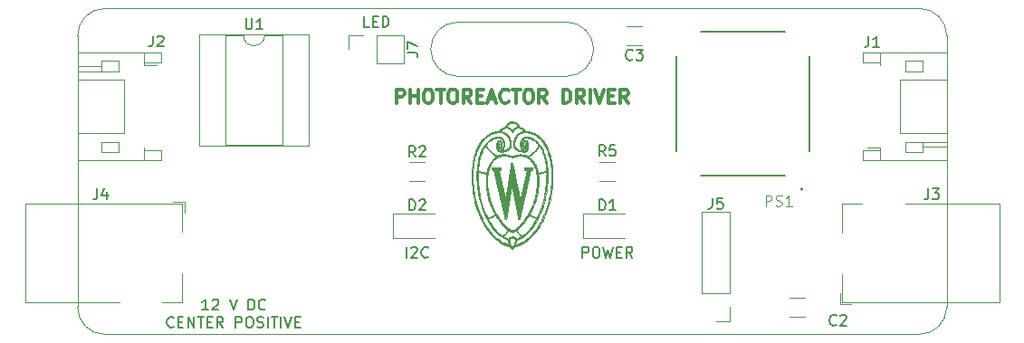
<source format=gbr>
From 54c117b6e8d65e9955a93de95a62e0f9ede7935c Mon Sep 17 00:00:00 2001
From: Blaise Thompson <blaise@untzag.com>
Date: Sun, 24 Jan 2021 22:27:03 -0600
Subject: digital driver prototype

---
 digital-driver/gerber/driver-F_SilkS.gbr | 6755 ++++++++++++++++++++++++++++++
 1 file changed, 6755 insertions(+)
 create mode 100644 digital-driver/gerber/driver-F_SilkS.gbr

(limited to 'digital-driver/gerber/driver-F_SilkS.gbr')

diff --git a/digital-driver/gerber/driver-F_SilkS.gbr b/digital-driver/gerber/driver-F_SilkS.gbr
new file mode 100644
index 0000000..40c5e48
--- /dev/null
+++ b/digital-driver/gerber/driver-F_SilkS.gbr
@@ -0,0 +1,6755 @@
+%TF.GenerationSoftware,KiCad,Pcbnew,5.1.9+dfsg1-1*%
+%TF.CreationDate,2021-01-24T22:19:11-06:00*%
+%TF.ProjectId,driver,64726976-6572-42e6-9b69-6361645f7063,1.0.0*%
+%TF.SameCoordinates,Original*%
+%TF.FileFunction,Legend,Top*%
+%TF.FilePolarity,Positive*%
+%FSLAX46Y46*%
+G04 Gerber Fmt 4.6, Leading zero omitted, Abs format (unit mm)*
+G04 Created by KiCad (PCBNEW 5.1.9+dfsg1-1) date 2021-01-24 22:19:11*
+%MOMM*%
+%LPD*%
+G01*
+G04 APERTURE LIST*
+%ADD10C,0.150000*%
+%ADD11C,0.317500*%
+%TA.AperFunction,Profile*%
+%ADD12C,0.100000*%
+%TD*%
+%ADD13C,0.127000*%
+%ADD14C,0.200000*%
+%ADD15C,0.120000*%
+%ADD16C,0.010000*%
+%ADD17C,0.015000*%
+G04 APERTURE END LIST*
+D10*
+X117133809Y-102052380D02*
+X117133809Y-101052380D01*
+X117562380Y-101147619D02*
+X117610000Y-101100000D01*
+X117705238Y-101052380D01*
+X117943333Y-101052380D01*
+X118038571Y-101100000D01*
+X118086190Y-101147619D01*
+X118133809Y-101242857D01*
+X118133809Y-101338095D01*
+X118086190Y-101480952D01*
+X117514761Y-102052380D01*
+X118133809Y-102052380D01*
+X119133809Y-101957142D02*
+X119086190Y-102004761D01*
+X118943333Y-102052380D01*
+X118848095Y-102052380D01*
+X118705238Y-102004761D01*
+X118610000Y-101909523D01*
+X118562380Y-101814285D01*
+X118514761Y-101623809D01*
+X118514761Y-101480952D01*
+X118562380Y-101290476D01*
+X118610000Y-101195238D01*
+X118705238Y-101100000D01*
+X118848095Y-101052380D01*
+X118943333Y-101052380D01*
+X119086190Y-101100000D01*
+X119133809Y-101147619D01*
+X133580476Y-102052380D02*
+X133580476Y-101052380D01*
+X133961428Y-101052380D01*
+X134056666Y-101100000D01*
+X134104285Y-101147619D01*
+X134151904Y-101242857D01*
+X134151904Y-101385714D01*
+X134104285Y-101480952D01*
+X134056666Y-101528571D01*
+X133961428Y-101576190D01*
+X133580476Y-101576190D01*
+X134770952Y-101052380D02*
+X134961428Y-101052380D01*
+X135056666Y-101100000D01*
+X135151904Y-101195238D01*
+X135199523Y-101385714D01*
+X135199523Y-101719047D01*
+X135151904Y-101909523D01*
+X135056666Y-102004761D01*
+X134961428Y-102052380D01*
+X134770952Y-102052380D01*
+X134675714Y-102004761D01*
+X134580476Y-101909523D01*
+X134532857Y-101719047D01*
+X134532857Y-101385714D01*
+X134580476Y-101195238D01*
+X134675714Y-101100000D01*
+X134770952Y-101052380D01*
+X135532857Y-101052380D02*
+X135770952Y-102052380D01*
+X135961428Y-101338095D01*
+X136151904Y-102052380D01*
+X136390000Y-101052380D01*
+X136770952Y-101528571D02*
+X137104285Y-101528571D01*
+X137247142Y-102052380D02*
+X136770952Y-102052380D01*
+X136770952Y-101052380D01*
+X137247142Y-101052380D01*
+X138247142Y-102052380D02*
+X137913809Y-101576190D01*
+X137675714Y-102052380D02*
+X137675714Y-101052380D01*
+X138056666Y-101052380D01*
+X138151904Y-101100000D01*
+X138199523Y-101147619D01*
+X138247142Y-101242857D01*
+X138247142Y-101385714D01*
+X138199523Y-101480952D01*
+X138151904Y-101528571D01*
+X138056666Y-101576190D01*
+X137675714Y-101576190D01*
+X98584047Y-106942380D02*
+X98012619Y-106942380D01*
+X98298333Y-106942380D02*
+X98298333Y-105942380D01*
+X98203095Y-106085238D01*
+X98107857Y-106180476D01*
+X98012619Y-106228095D01*
+X98965000Y-106037619D02*
+X99012619Y-105990000D01*
+X99107857Y-105942380D01*
+X99345952Y-105942380D01*
+X99441190Y-105990000D01*
+X99488809Y-106037619D01*
+X99536428Y-106132857D01*
+X99536428Y-106228095D01*
+X99488809Y-106370952D01*
+X98917380Y-106942380D01*
+X99536428Y-106942380D01*
+X100584047Y-105942380D02*
+X100917380Y-106942380D01*
+X101250714Y-105942380D01*
+X102345952Y-106942380D02*
+X102345952Y-105942380D01*
+X102584047Y-105942380D01*
+X102726904Y-105990000D01*
+X102822142Y-106085238D01*
+X102869761Y-106180476D01*
+X102917380Y-106370952D01*
+X102917380Y-106513809D01*
+X102869761Y-106704285D01*
+X102822142Y-106799523D01*
+X102726904Y-106894761D01*
+X102584047Y-106942380D01*
+X102345952Y-106942380D01*
+X103917380Y-106847142D02*
+X103869761Y-106894761D01*
+X103726904Y-106942380D01*
+X103631666Y-106942380D01*
+X103488809Y-106894761D01*
+X103393571Y-106799523D01*
+X103345952Y-106704285D01*
+X103298333Y-106513809D01*
+X103298333Y-106370952D01*
+X103345952Y-106180476D01*
+X103393571Y-106085238D01*
+X103488809Y-105990000D01*
+X103631666Y-105942380D01*
+X103726904Y-105942380D01*
+X103869761Y-105990000D01*
+X103917380Y-106037619D01*
+X95345952Y-108497142D02*
+X95298333Y-108544761D01*
+X95155476Y-108592380D01*
+X95060238Y-108592380D01*
+X94917380Y-108544761D01*
+X94822142Y-108449523D01*
+X94774523Y-108354285D01*
+X94726904Y-108163809D01*
+X94726904Y-108020952D01*
+X94774523Y-107830476D01*
+X94822142Y-107735238D01*
+X94917380Y-107640000D01*
+X95060238Y-107592380D01*
+X95155476Y-107592380D01*
+X95298333Y-107640000D01*
+X95345952Y-107687619D01*
+X95774523Y-108068571D02*
+X96107857Y-108068571D01*
+X96250714Y-108592380D02*
+X95774523Y-108592380D01*
+X95774523Y-107592380D01*
+X96250714Y-107592380D01*
+X96679285Y-108592380D02*
+X96679285Y-107592380D01*
+X97250714Y-108592380D01*
+X97250714Y-107592380D01*
+X97584047Y-107592380D02*
+X98155476Y-107592380D01*
+X97869761Y-108592380D02*
+X97869761Y-107592380D01*
+X98488809Y-108068571D02*
+X98822142Y-108068571D01*
+X98965000Y-108592380D02*
+X98488809Y-108592380D01*
+X98488809Y-107592380D01*
+X98965000Y-107592380D01*
+X99965000Y-108592380D02*
+X99631666Y-108116190D01*
+X99393571Y-108592380D02*
+X99393571Y-107592380D01*
+X99774523Y-107592380D01*
+X99869761Y-107640000D01*
+X99917380Y-107687619D01*
+X99965000Y-107782857D01*
+X99965000Y-107925714D01*
+X99917380Y-108020952D01*
+X99869761Y-108068571D01*
+X99774523Y-108116190D01*
+X99393571Y-108116190D01*
+X101155476Y-108592380D02*
+X101155476Y-107592380D01*
+X101536428Y-107592380D01*
+X101631666Y-107640000D01*
+X101679285Y-107687619D01*
+X101726904Y-107782857D01*
+X101726904Y-107925714D01*
+X101679285Y-108020952D01*
+X101631666Y-108068571D01*
+X101536428Y-108116190D01*
+X101155476Y-108116190D01*
+X102345952Y-107592380D02*
+X102536428Y-107592380D01*
+X102631666Y-107640000D01*
+X102726904Y-107735238D01*
+X102774523Y-107925714D01*
+X102774523Y-108259047D01*
+X102726904Y-108449523D01*
+X102631666Y-108544761D01*
+X102536428Y-108592380D01*
+X102345952Y-108592380D01*
+X102250714Y-108544761D01*
+X102155476Y-108449523D01*
+X102107857Y-108259047D01*
+X102107857Y-107925714D01*
+X102155476Y-107735238D01*
+X102250714Y-107640000D01*
+X102345952Y-107592380D01*
+X103155476Y-108544761D02*
+X103298333Y-108592380D01*
+X103536428Y-108592380D01*
+X103631666Y-108544761D01*
+X103679285Y-108497142D01*
+X103726904Y-108401904D01*
+X103726904Y-108306666D01*
+X103679285Y-108211428D01*
+X103631666Y-108163809D01*
+X103536428Y-108116190D01*
+X103345952Y-108068571D01*
+X103250714Y-108020952D01*
+X103203095Y-107973333D01*
+X103155476Y-107878095D01*
+X103155476Y-107782857D01*
+X103203095Y-107687619D01*
+X103250714Y-107640000D01*
+X103345952Y-107592380D01*
+X103584047Y-107592380D01*
+X103726904Y-107640000D01*
+X104155476Y-108592380D02*
+X104155476Y-107592380D01*
+X104488809Y-107592380D02*
+X105060238Y-107592380D01*
+X104774523Y-108592380D02*
+X104774523Y-107592380D01*
+X105393571Y-108592380D02*
+X105393571Y-107592380D01*
+X105726904Y-107592380D02*
+X106060238Y-108592380D01*
+X106393571Y-107592380D01*
+X106726904Y-108068571D02*
+X107060238Y-108068571D01*
+X107203095Y-108592380D02*
+X106726904Y-108592380D01*
+X106726904Y-107592380D01*
+X107203095Y-107592380D01*
+D11*
+X116205000Y-87569523D02*
+X116205000Y-86299523D01*
+X116688809Y-86299523D01*
+X116809761Y-86360000D01*
+X116870238Y-86420476D01*
+X116930714Y-86541428D01*
+X116930714Y-86722857D01*
+X116870238Y-86843809D01*
+X116809761Y-86904285D01*
+X116688809Y-86964761D01*
+X116205000Y-86964761D01*
+X117475000Y-87569523D02*
+X117475000Y-86299523D01*
+X117475000Y-86904285D02*
+X118200714Y-86904285D01*
+X118200714Y-87569523D02*
+X118200714Y-86299523D01*
+X119047380Y-86299523D02*
+X119289285Y-86299523D01*
+X119410238Y-86360000D01*
+X119531190Y-86480952D01*
+X119591666Y-86722857D01*
+X119591666Y-87146190D01*
+X119531190Y-87388095D01*
+X119410238Y-87509047D01*
+X119289285Y-87569523D01*
+X119047380Y-87569523D01*
+X118926428Y-87509047D01*
+X118805476Y-87388095D01*
+X118745000Y-87146190D01*
+X118745000Y-86722857D01*
+X118805476Y-86480952D01*
+X118926428Y-86360000D01*
+X119047380Y-86299523D01*
+X119954523Y-86299523D02*
+X120680238Y-86299523D01*
+X120317380Y-87569523D02*
+X120317380Y-86299523D01*
+X121345476Y-86299523D02*
+X121587380Y-86299523D01*
+X121708333Y-86360000D01*
+X121829285Y-86480952D01*
+X121889761Y-86722857D01*
+X121889761Y-87146190D01*
+X121829285Y-87388095D01*
+X121708333Y-87509047D01*
+X121587380Y-87569523D01*
+X121345476Y-87569523D01*
+X121224523Y-87509047D01*
+X121103571Y-87388095D01*
+X121043095Y-87146190D01*
+X121043095Y-86722857D01*
+X121103571Y-86480952D01*
+X121224523Y-86360000D01*
+X121345476Y-86299523D01*
+X123159761Y-87569523D02*
+X122736428Y-86964761D01*
+X122434047Y-87569523D02*
+X122434047Y-86299523D01*
+X122917857Y-86299523D01*
+X123038809Y-86360000D01*
+X123099285Y-86420476D01*
+X123159761Y-86541428D01*
+X123159761Y-86722857D01*
+X123099285Y-86843809D01*
+X123038809Y-86904285D01*
+X122917857Y-86964761D01*
+X122434047Y-86964761D01*
+X123704047Y-86904285D02*
+X124127380Y-86904285D01*
+X124308809Y-87569523D02*
+X123704047Y-87569523D01*
+X123704047Y-86299523D01*
+X124308809Y-86299523D01*
+X124792619Y-87206666D02*
+X125397380Y-87206666D01*
+X124671666Y-87569523D02*
+X125095000Y-86299523D01*
+X125518333Y-87569523D01*
+X126667380Y-87448571D02*
+X126606904Y-87509047D01*
+X126425476Y-87569523D01*
+X126304523Y-87569523D01*
+X126123095Y-87509047D01*
+X126002142Y-87388095D01*
+X125941666Y-87267142D01*
+X125881190Y-87025238D01*
+X125881190Y-86843809D01*
+X125941666Y-86601904D01*
+X126002142Y-86480952D01*
+X126123095Y-86360000D01*
+X126304523Y-86299523D01*
+X126425476Y-86299523D01*
+X126606904Y-86360000D01*
+X126667380Y-86420476D01*
+X127030238Y-86299523D02*
+X127755952Y-86299523D01*
+X127393095Y-87569523D02*
+X127393095Y-86299523D01*
+X128421190Y-86299523D02*
+X128663095Y-86299523D01*
+X128784047Y-86360000D01*
+X128905000Y-86480952D01*
+X128965476Y-86722857D01*
+X128965476Y-87146190D01*
+X128905000Y-87388095D01*
+X128784047Y-87509047D01*
+X128663095Y-87569523D01*
+X128421190Y-87569523D01*
+X128300238Y-87509047D01*
+X128179285Y-87388095D01*
+X128118809Y-87146190D01*
+X128118809Y-86722857D01*
+X128179285Y-86480952D01*
+X128300238Y-86360000D01*
+X128421190Y-86299523D01*
+X130235476Y-87569523D02*
+X129812142Y-86964761D01*
+X129509761Y-87569523D02*
+X129509761Y-86299523D01*
+X129993571Y-86299523D01*
+X130114523Y-86360000D01*
+X130175000Y-86420476D01*
+X130235476Y-86541428D01*
+X130235476Y-86722857D01*
+X130175000Y-86843809D01*
+X130114523Y-86904285D01*
+X129993571Y-86964761D01*
+X129509761Y-86964761D01*
+X131747380Y-87569523D02*
+X131747380Y-86299523D01*
+X132049761Y-86299523D01*
+X132231190Y-86360000D01*
+X132352142Y-86480952D01*
+X132412619Y-86601904D01*
+X132473095Y-86843809D01*
+X132473095Y-87025238D01*
+X132412619Y-87267142D01*
+X132352142Y-87388095D01*
+X132231190Y-87509047D01*
+X132049761Y-87569523D01*
+X131747380Y-87569523D01*
+X133743095Y-87569523D02*
+X133319761Y-86964761D01*
+X133017380Y-87569523D02*
+X133017380Y-86299523D01*
+X133501190Y-86299523D01*
+X133622142Y-86360000D01*
+X133682619Y-86420476D01*
+X133743095Y-86541428D01*
+X133743095Y-86722857D01*
+X133682619Y-86843809D01*
+X133622142Y-86904285D01*
+X133501190Y-86964761D01*
+X133017380Y-86964761D01*
+X134287380Y-87569523D02*
+X134287380Y-86299523D01*
+X134710714Y-86299523D02*
+X135134047Y-87569523D01*
+X135557380Y-86299523D01*
+X135980714Y-86904285D02*
+X136404047Y-86904285D01*
+X136585476Y-87569523D02*
+X135980714Y-87569523D01*
+X135980714Y-86299523D01*
+X136585476Y-86299523D01*
+X137855476Y-87569523D02*
+X137432142Y-86964761D01*
+X137129761Y-87569523D02*
+X137129761Y-86299523D01*
+X137613571Y-86299523D01*
+X137734523Y-86360000D01*
+X137795000Y-86420476D01*
+X137855476Y-86541428D01*
+X137855476Y-86722857D01*
+X137795000Y-86843809D01*
+X137734523Y-86904285D01*
+X137613571Y-86964761D01*
+X137129761Y-86964761D01*
+D10*
+X113657142Y-80462380D02*
+X113180952Y-80462380D01*
+X113180952Y-79462380D01*
+X113990476Y-79938571D02*
+X114323809Y-79938571D01*
+X114466666Y-80462380D02*
+X113990476Y-80462380D01*
+X113990476Y-79462380D01*
+X114466666Y-79462380D01*
+X114895238Y-80462380D02*
+X114895238Y-79462380D01*
+X115133333Y-79462380D01*
+X115276190Y-79510000D01*
+X115371428Y-79605238D01*
+X115419047Y-79700476D01*
+X115466666Y-79890952D01*
+X115466666Y-80033809D01*
+X115419047Y-80224285D01*
+X115371428Y-80319523D01*
+X115276190Y-80414761D01*
+X115133333Y-80462380D01*
+X114895238Y-80462380D01*
+D12*
+X121920000Y-85090000D02*
+G75*
+G02*
+X119380000Y-82550000I0J2540000D01*
+G01*
+X165100000Y-78740000D02*
+X88900000Y-78740000D01*
+X119380000Y-82550000D02*
+G75*
+G02*
+X121920000Y-80010000I2540000J0D01*
+G01*
+X132080000Y-80010000D02*
+G75*
+G02*
+X134620000Y-82550000I0J-2540000D01*
+G01*
+X134620000Y-82550000D02*
+G75*
+G02*
+X132080000Y-85090000I-2540000J0D01*
+G01*
+X132080000Y-80010000D02*
+X121920000Y-80010000D01*
+X132080000Y-85090000D02*
+X121920000Y-85090000D01*
+X165100000Y-109220000D02*
+X88900000Y-109220000D01*
+X86360000Y-81280000D02*
+X86360000Y-106680000D01*
+X167640000Y-106680000D02*
+X167640000Y-81280000D01*
+X86360000Y-81280000D02*
+G75*
+G02*
+X88900000Y-78740000I2540000J0D01*
+G01*
+X88900000Y-109220000D02*
+G75*
+G02*
+X86360000Y-106680000I0J2540000D01*
+G01*
+X167640000Y-106680000D02*
+G75*
+G02*
+X165100000Y-109220000I-2540000J0D01*
+G01*
+X165100000Y-78740000D02*
+G75*
+G02*
+X167640000Y-81280000I0J-2540000D01*
+G01*
+D13*
+%TO.C,PS1*%
+X152520000Y-94380000D02*
+X144660000Y-94380000D01*
+D14*
+X154190000Y-95630000D02*
+G75*
+G03*
+X154190000Y-95630000I-100000J0D01*
+G01*
+D13*
+X144660000Y-80880000D02*
+X152520000Y-80880000D01*
+X142340000Y-92060000D02*
+X142340000Y-83200000D01*
+X154840000Y-83200000D02*
+X154840000Y-92060000D01*
+D15*
+%TO.C,J1*%
+X161430000Y-91760000D02*
+X160215000Y-91760000D01*
+X165390000Y-91700000D02*
+X167650000Y-91700000D01*
+X165390000Y-91200000D02*
+X167650000Y-91200000D01*
+X163790000Y-84600000D02*
+X163790000Y-83600000D01*
+X165390000Y-84600000D02*
+X163790000Y-84600000D01*
+X165390000Y-83600000D02*
+X165390000Y-84600000D01*
+X163790000Y-83600000D02*
+X165390000Y-83600000D01*
+X163790000Y-91200000D02*
+X163790000Y-92200000D01*
+X165390000Y-91200000D02*
+X163790000Y-91200000D01*
+X165390000Y-92200000D02*
+X165390000Y-91200000D01*
+X163790000Y-92200000D02*
+X165390000Y-92200000D01*
+X161430000Y-82840000D02*
+X161430000Y-83760000D01*
+X161430000Y-92960000D02*
+X161430000Y-92040000D01*
+X163290000Y-85400000D02*
+X167650000Y-85400000D01*
+X163290000Y-90400000D02*
+X163290000Y-85400000D01*
+X167650000Y-90400000D02*
+X163290000Y-90400000D01*
+X161430000Y-83760000D02*
+X161430000Y-84040000D01*
+X159830000Y-83760000D02*
+X161430000Y-83760000D01*
+X159830000Y-82840000D02*
+X159830000Y-83760000D01*
+X167650000Y-82840000D02*
+X159830000Y-82840000D01*
+X167650000Y-92960000D02*
+X167650000Y-82840000D01*
+X159830000Y-92960000D02*
+X167650000Y-92960000D01*
+X159830000Y-92040000D02*
+X159830000Y-92960000D01*
+X161430000Y-92040000D02*
+X159830000Y-92040000D01*
+X161430000Y-91760000D02*
+X161430000Y-92040000D01*
+%TO.C,R5*%
+X135162936Y-94890000D02*
+X136617064Y-94890000D01*
+X135162936Y-93070000D02*
+X136617064Y-93070000D01*
+%TO.C,R2*%
+X117382936Y-94890000D02*
+X118837064Y-94890000D01*
+X117382936Y-93070000D02*
+X118837064Y-93070000D01*
+%TO.C,C3*%
+X139141252Y-80370000D02*
+X137718748Y-80370000D01*
+X139141252Y-82190000D02*
+X137718748Y-82190000D01*
+%TO.C,C2*%
+X152958748Y-107590000D02*
+X154381252Y-107590000D01*
+X152958748Y-105770000D02*
+X154381252Y-105770000D01*
+D16*
+%TO.C,G\u002A\u002A\u002A*%
+G36*
+X126990497Y-93197841D02*
+G01*
+X127007933Y-93198488D01*
+X127018683Y-93199868D01*
+X127024481Y-93202227D01*
+X127027064Y-93205810D01*
+X127027312Y-93206570D01*
+X127028537Y-93212166D01*
+X127031761Y-93227346D01*
+X127036909Y-93251744D01*
+X127043904Y-93284999D01*
+X127052670Y-93326746D01*
+X127063132Y-93376623D01*
+X127075213Y-93434267D01*
+X127088838Y-93499314D01*
+X127103930Y-93571400D01*
+X127120413Y-93650164D01*
+X127138212Y-93735240D01*
+X127157251Y-93826267D01*
+X127177452Y-93922881D01*
+X127198742Y-94024719D01*
+X127221043Y-94131417D01*
+X127244279Y-94242613D01*
+X127268375Y-94357942D01*
+X127293255Y-94477043D01*
+X127318842Y-94599551D01*
+X127345061Y-94725103D01*
+X127371835Y-94853336D01*
+X127383589Y-94909640D01*
+X127410596Y-95038994D01*
+X127437087Y-95165858D01*
+X127462985Y-95289867D01*
+X127488216Y-95410656D01*
+X127512702Y-95527860D01*
+X127536367Y-95641114D01*
+X127559134Y-95750053D01*
+X127580927Y-95854311D01*
+X127601671Y-95953524D01*
+X127621288Y-96047327D01*
+X127639702Y-96135354D01*
+X127656836Y-96217241D01*
+X127672615Y-96292622D01*
+X127686963Y-96361133D01*
+X127699801Y-96422408D01*
+X127711055Y-96476083D01*
+X127720648Y-96521792D01*
+X127728504Y-96559170D01*
+X127734545Y-96587853D01*
+X127738697Y-96607475D01*
+X127740882Y-96617671D01*
+X127741196Y-96619060D01*
+X127743609Y-96627405D01*
+X127745499Y-96628620D01*
+X127747792Y-96621715D01*
+X127750710Y-96608900D01*
+X127752330Y-96601781D01*
+X127756140Y-96585185D01*
+X127762042Y-96559532D01*
+X127769940Y-96525243D01*
+X127779736Y-96482740D01*
+X127791332Y-96432445D01*
+X127804633Y-96374777D01*
+X127819540Y-96310160D01*
+X127835956Y-96239013D01*
+X127853785Y-96161758D01*
+X127872928Y-96078816D01*
+X127893289Y-95990609D01*
+X127914770Y-95897558D01*
+X127937275Y-95800084D01*
+X127960706Y-95698609D01*
+X127984965Y-95593553D01*
+X128009956Y-95485338D01*
+X128035582Y-95374385D01*
+X128054338Y-95293180D01*
+X128085751Y-95157185D01*
+X128114958Y-95030732D01*
+X128142035Y-94913458D01*
+X128167057Y-94805005D01*
+X128190100Y-94705012D01*
+X128211241Y-94613119D01*
+X128230555Y-94528966D01*
+X128248118Y-94452193D01*
+X128264006Y-94382440D01*
+X128278294Y-94319347D01*
+X128291060Y-94262553D01*
+X128302378Y-94211700D01*
+X128312324Y-94166426D01*
+X128320974Y-94126371D01*
+X128328405Y-94091177D01*
+X128334692Y-94060482D01*
+X128339911Y-94033926D01*
+X128344137Y-94011150D01*
+X128347448Y-93991793D01*
+X128349918Y-93975495D01*
+X128351623Y-93961897D01*
+X128352640Y-93950638D01*
+X128353043Y-93941357D01*
+X128352910Y-93933697D01*
+X128352316Y-93927295D01*
+X128351337Y-93921792D01*
+X128350049Y-93916828D01*
+X128348527Y-93912042D01*
+X128346847Y-93907076D01*
+X128346602Y-93906340D01*
+X128331641Y-93875657D01*
+X128309555Y-93852180D01*
+X128280449Y-93835972D01*
+X128244424Y-93827098D01*
+X128216660Y-93825288D01*
+X128193898Y-93825678D01*
+X128172022Y-93826919D01*
+X128155471Y-93828751D01*
+X128154430Y-93828930D01*
+X128132840Y-93832800D01*
+X128132840Y-93578680D01*
+X128894840Y-93578680D01*
+X128894840Y-93706950D01*
+X128894841Y-93835220D01*
+X128842770Y-93835220D01*
+X128818094Y-93835485D01*
+X128800598Y-93836633D01*
+X128787312Y-93839190D01*
+X128775263Y-93843683D01*
+X128764345Y-93849115D01*
+X128735022Y-93870058D01*
+X128712361Y-93898573D01*
+X128707445Y-93907409D01*
+X128705974Y-93913070D01*
+X128702384Y-93928337D01*
+X128696745Y-93952894D01*
+X128689126Y-93986426D01*
+X128679599Y-94028618D01*
+X128668233Y-94079154D01*
+X128655099Y-94137719D01*
+X128640267Y-94203997D01*
+X128623807Y-94277673D01*
+X128605788Y-94358432D01*
+X128586282Y-94445958D01*
+X128565359Y-94539936D01*
+X128543088Y-94640050D01*
+X128519540Y-94745985D01*
+X128494785Y-94857426D01*
+X128468893Y-94974056D01*
+X128441935Y-95095562D01*
+X128413980Y-95221626D01*
+X128385099Y-95351935D01*
+X128355362Y-95486172D01*
+X128324838Y-95624022D01*
+X128293599Y-95765170D01*
+X128261715Y-95909300D01*
+X128229255Y-96056096D01*
+X128209009Y-96147689D01*
+X128176237Y-96295968D01*
+X128144011Y-96441776D01*
+X128112400Y-96584797D01*
+X128081474Y-96724715D01*
+X128051303Y-96861215D01*
+X128021956Y-96993982D01*
+X127993504Y-97122700D01*
+X127966016Y-97247055D01*
+X127939561Y-97366729D01*
+X127914210Y-97481409D01*
+X127890032Y-97590779D01*
+X127867097Y-97694522D01*
+X127845475Y-97792325D01*
+X127825235Y-97883871D01*
+X127806447Y-97968845D01*
+X127789181Y-98046931D01*
+X127773507Y-98117815D01*
+X127759494Y-98181180D01*
+X127747212Y-98236712D01*
+X127736730Y-98284094D01*
+X127728120Y-98323012D01*
+X127721449Y-98353150D01*
+X127716789Y-98374193D01*
+X127714208Y-98385825D01*
+X127713684Y-98388170D01*
+X127712204Y-98392781D01*
+X127709192Y-98395949D01*
+X127702978Y-98397944D01*
+X127691893Y-98399036D01*
+X127674265Y-98399498D01*
+X127648425Y-98399599D01*
+X127643218Y-98399600D01*
+X127575430Y-98399600D01*
+X127567226Y-98357690D01*
+X127565605Y-98349376D01*
+X127562123Y-98331482D01*
+X127556855Y-98304402D01*
+X127549879Y-98268527D01*
+X127541269Y-98224253D01*
+X127531104Y-98171971D01*
+X127519459Y-98112075D01*
+X127506411Y-98044958D01*
+X127492036Y-97971014D01*
+X127476411Y-97890636D01*
+X127459612Y-97804217D01*
+X127441716Y-97712150D01*
+X127422799Y-97614828D01*
+X127402937Y-97512646D01*
+X127382207Y-97405995D01*
+X127360685Y-97295269D01*
+X127338448Y-97180862D01*
+X127315573Y-97063167D01*
+X127292135Y-96942577D01*
+X127268211Y-96819485D01*
+X127258903Y-96771596D01*
+X127234903Y-96648128D01*
+X127211395Y-96527246D01*
+X127188456Y-96409330D01*
+X127166159Y-96294759D01*
+X127144579Y-96183914D01*
+X127123789Y-96077174D01*
+X127103863Y-95974920D01*
+X127084877Y-95877532D01*
+X127066904Y-95785389D01*
+X127050018Y-95698872D01*
+X127034294Y-95618360D01*
+X127019805Y-95544234D01*
+X127006627Y-95476873D01*
+X126994832Y-95416658D01*
+X126984496Y-95363968D01*
+X126975693Y-95319183D01*
+X126968496Y-95282684D01*
+X126962980Y-95254851D01*
+X126959220Y-95236062D01*
+X126957288Y-95226700D01*
+X126957037Y-95225663D01*
+X126956895Y-95225053D01*
+X126956855Y-95223875D01*
+X126956866Y-95222475D01*
+X126956873Y-95221199D01*
+X126956822Y-95220393D01*
+X126956662Y-95220403D01*
+X126956337Y-95221574D01*
+X126955795Y-95224253D01*
+X126954982Y-95228785D01*
+X126953845Y-95235515D01*
+X126952331Y-95244791D01*
+X126950386Y-95256957D01*
+X126947956Y-95272359D01*
+X126944989Y-95291344D01*
+X126941431Y-95314257D01*
+X126937229Y-95341444D01*
+X126932329Y-95373250D01*
+X126926678Y-95410022D01*
+X126920222Y-95452105D01*
+X126912908Y-95499846D01*
+X126904683Y-95553589D01*
+X126895493Y-95613681D01*
+X126885284Y-95680468D01*
+X126874005Y-95754295D01*
+X126861600Y-95835509D01*
+X126848018Y-95924454D01*
+X126833203Y-96021478D01*
+X126817104Y-96126925D01*
+X126799666Y-96241141D01*
+X126780836Y-96364473D01*
+X126760561Y-96497267D01*
+X126745843Y-96593660D01*
+X126727801Y-96711816D01*
+X126709907Y-96828998D01*
+X126692240Y-96944688D01*
+X126674879Y-97058368D01*
+X126657902Y-97169522D01*
+X126641390Y-97277632D01*
+X126625421Y-97382182D01*
+X126610073Y-97482654D01*
+X126595427Y-97578531D01*
+X126581560Y-97669296D01*
+X126568553Y-97754432D01*
+X126556483Y-97833421D01*
+X126545430Y-97905748D01*
+X126535474Y-97970893D01*
+X126526692Y-98028342D01*
+X126519164Y-98077575D01*
+X126512969Y-98118077D01*
+X126508186Y-98149330D01*
+X126506229Y-98162110D01*
+X126469841Y-98399600D01*
+X126319671Y-98399600D01*
+X126314611Y-98380550D01*
+X126313131Y-98374372D01*
+X126309421Y-98358617D01*
+X126303554Y-98333601D01*
+X126295606Y-98299642D01*
+X126285650Y-98257057D01*
+X126273761Y-98206164D01*
+X126260011Y-98147280D01*
+X126244475Y-98080723D01*
+X126227228Y-98006810D01*
+X126208343Y-97925858D01*
+X126187894Y-97838185D01*
+X126165955Y-97744109D01*
+X126142601Y-97643946D01*
+X126117904Y-97538014D01*
+X126091940Y-97426631D01*
+X126064782Y-97310113D01*
+X126036505Y-97188779D01*
+X126007182Y-97062946D01*
+X125976887Y-96932931D01*
+X125945694Y-96799052D01*
+X125913678Y-96661625D01*
+X125880912Y-96520969D01*
+X125847471Y-96377401D01*
+X125813427Y-96231238D01*
+X125796086Y-96156780D01*
+X125761752Y-96009367D01*
+X125727973Y-95864363D01*
+X125694823Y-95722086D01*
+X125662377Y-95582855D01*
+X125630710Y-95446988D01*
+X125599896Y-95314805D01*
+X125570008Y-95186623D01*
+X125541123Y-95062761D01*
+X125513313Y-94943539D01*
+X125486654Y-94829274D01*
+X125461219Y-94720286D01*
+X125437084Y-94616893D01*
+X125414322Y-94519413D01*
+X125393009Y-94428166D01*
+X125373217Y-94343470D01*
+X125355023Y-94265643D01*
+X125338500Y-94195005D01*
+X125323722Y-94131874D01*
+X125310765Y-94076569D01*
+X125299701Y-94029408D01*
+X125290607Y-93990710D01*
+X125283556Y-93960794D01*
+X125278622Y-93939978D01*
+X125275881Y-93928582D01*
+X125275358Y-93926523D01*
+X125261527Y-93895939D01*
+X125239157Y-93869348D01*
+X125209390Y-93847669D01*
+X125173370Y-93831820D01*
+X125149604Y-93825566D01*
+X125117860Y-93819094D01*
+X125115136Y-93578680D01*
+X125963680Y-93578680D01*
+X125963680Y-93822409D01*
+X125918694Y-93819216D01*
+X125896038Y-93817911D01*
+X125880030Y-93818153D01*
+X125867220Y-93820395D01*
+X125854153Y-93825093D01*
+X125845760Y-93828817D01*
+X125818490Y-93845867D01*
+X125797969Y-93869243D01*
+X125783912Y-93899508D01*
+X125776033Y-93937222D01*
+X125774017Y-93969840D01*
+X125774061Y-93974798D01*
+X125774375Y-93980574D01*
+X125775043Y-93987532D01*
+X125776147Y-93996038D01*
+X125777768Y-94006458D01*
+X125779991Y-94019157D01*
+X125782896Y-94034500D01*
+X125786566Y-94052853D01*
+X125791085Y-94074582D01*
+X125796534Y-94100052D01*
+X125802995Y-94129629D01*
+X125810552Y-94163678D01*
+X125819286Y-94202564D01*
+X125829280Y-94246654D01*
+X125840617Y-94296313D01*
+X125853379Y-94351906D01*
+X125867648Y-94413799D01*
+X125883507Y-94482358D01*
+X125901038Y-94557947D01*
+X125920323Y-94640933D01*
+X125941446Y-94731681D01*
+X125964489Y-94830556D01*
+X125989533Y-94937925D01*
+X126016662Y-95054152D01*
+X126045958Y-95179604D01*
+X126071895Y-95290640D01*
+X126098032Y-95402496D01*
+X126123587Y-95511806D01*
+X126148461Y-95618153D01*
+X126172556Y-95721122D01*
+X126195776Y-95820296D01*
+X126218022Y-95915258D01*
+X126239196Y-96005594D01*
+X126259200Y-96090886D01*
+X126277938Y-96170718D01*
+X126295311Y-96244675D01*
+X126311222Y-96312341D01*
+X126325572Y-96373298D01*
+X126338264Y-96427131D01*
+X126349201Y-96473425D01*
+X126358284Y-96511762D01*
+X126365415Y-96541726D01*
+X126370498Y-96562902D01*
+X126373434Y-96574873D01*
+X126374148Y-96577527D01*
+X126375240Y-96573356D01*
+X126377832Y-96559430D01*
+X126381878Y-96536033D01*
+X126387332Y-96503453D01*
+X126394150Y-96461976D01*
+X126402287Y-96411888D01*
+X126411696Y-96353474D01*
+X126422333Y-96287022D01*
+X126434153Y-96212816D01*
+X126447109Y-96131144D01*
+X126461157Y-96042292D01*
+X126476252Y-95946545D01*
+X126492348Y-95844190D01*
+X126509400Y-95735512D01*
+X126527363Y-95620799D01*
+X126546191Y-95500336D01*
+X126565839Y-95374409D01*
+X126586261Y-95243304D01*
+X126607414Y-95107308D01*
+X126629250Y-94966706D01*
+X126636273Y-94921447D01*
+X126656286Y-94792444D01*
+X126675923Y-94665882D01*
+X126695126Y-94542138D01*
+X126713835Y-94421590D01*
+X126731992Y-94304615D01*
+X126749538Y-94191593D01*
+X126766415Y-94082899D01*
+X126782564Y-93978912D01*
+X126797925Y-93880009D01*
+X126812442Y-93786569D01*
+X126826054Y-93698968D01*
+X126838703Y-93617585D01*
+X126850330Y-93542797D01*
+X126860878Y-93474982D01*
+X126870286Y-93414518D01*
+X126878497Y-93361781D01*
+X126885451Y-93317150D01*
+X126891090Y-93281003D01*
+X126895356Y-93253717D01*
+X126898189Y-93235670D01*
+X126899531Y-93227240D01*
+X126899590Y-93226890D01*
+X126904565Y-93197680D01*
+X126964640Y-93197680D01*
+X126990497Y-93197841D01*
+G37*
+X126990497Y-93197841D02*
+X127007933Y-93198488D01*
+X127018683Y-93199868D01*
+X127024481Y-93202227D01*
+X127027064Y-93205810D01*
+X127027312Y-93206570D01*
+X127028537Y-93212166D01*
+X127031761Y-93227346D01*
+X127036909Y-93251744D01*
+X127043904Y-93284999D01*
+X127052670Y-93326746D01*
+X127063132Y-93376623D01*
+X127075213Y-93434267D01*
+X127088838Y-93499314D01*
+X127103930Y-93571400D01*
+X127120413Y-93650164D01*
+X127138212Y-93735240D01*
+X127157251Y-93826267D01*
+X127177452Y-93922881D01*
+X127198742Y-94024719D01*
+X127221043Y-94131417D01*
+X127244279Y-94242613D01*
+X127268375Y-94357942D01*
+X127293255Y-94477043D01*
+X127318842Y-94599551D01*
+X127345061Y-94725103D01*
+X127371835Y-94853336D01*
+X127383589Y-94909640D01*
+X127410596Y-95038994D01*
+X127437087Y-95165858D01*
+X127462985Y-95289867D01*
+X127488216Y-95410656D01*
+X127512702Y-95527860D01*
+X127536367Y-95641114D01*
+X127559134Y-95750053D01*
+X127580927Y-95854311D01*
+X127601671Y-95953524D01*
+X127621288Y-96047327D01*
+X127639702Y-96135354D01*
+X127656836Y-96217241D01*
+X127672615Y-96292622D01*
+X127686963Y-96361133D01*
+X127699801Y-96422408D01*
+X127711055Y-96476083D01*
+X127720648Y-96521792D01*
+X127728504Y-96559170D01*
+X127734545Y-96587853D01*
+X127738697Y-96607475D01*
+X127740882Y-96617671D01*
+X127741196Y-96619060D01*
+X127743609Y-96627405D01*
+X127745499Y-96628620D01*
+X127747792Y-96621715D01*
+X127750710Y-96608900D01*
+X127752330Y-96601781D01*
+X127756140Y-96585185D01*
+X127762042Y-96559532D01*
+X127769940Y-96525243D01*
+X127779736Y-96482740D01*
+X127791332Y-96432445D01*
+X127804633Y-96374777D01*
+X127819540Y-96310160D01*
+X127835956Y-96239013D01*
+X127853785Y-96161758D01*
+X127872928Y-96078816D01*
+X127893289Y-95990609D01*
+X127914770Y-95897558D01*
+X127937275Y-95800084D01*
+X127960706Y-95698609D01*
+X127984965Y-95593553D01*
+X128009956Y-95485338D01*
+X128035582Y-95374385D01*
+X128054338Y-95293180D01*
+X128085751Y-95157185D01*
+X128114958Y-95030732D01*
+X128142035Y-94913458D01*
+X128167057Y-94805005D01*
+X128190100Y-94705012D01*
+X128211241Y-94613119D01*
+X128230555Y-94528966D01*
+X128248118Y-94452193D01*
+X128264006Y-94382440D01*
+X128278294Y-94319347D01*
+X128291060Y-94262553D01*
+X128302378Y-94211700D01*
+X128312324Y-94166426D01*
+X128320974Y-94126371D01*
+X128328405Y-94091177D01*
+X128334692Y-94060482D01*
+X128339911Y-94033926D01*
+X128344137Y-94011150D01*
+X128347448Y-93991793D01*
+X128349918Y-93975495D01*
+X128351623Y-93961897D01*
+X128352640Y-93950638D01*
+X128353043Y-93941357D01*
+X128352910Y-93933697D01*
+X128352316Y-93927295D01*
+X128351337Y-93921792D01*
+X128350049Y-93916828D01*
+X128348527Y-93912042D01*
+X128346847Y-93907076D01*
+X128346602Y-93906340D01*
+X128331641Y-93875657D01*
+X128309555Y-93852180D01*
+X128280449Y-93835972D01*
+X128244424Y-93827098D01*
+X128216660Y-93825288D01*
+X128193898Y-93825678D01*
+X128172022Y-93826919D01*
+X128155471Y-93828751D01*
+X128154430Y-93828930D01*
+X128132840Y-93832800D01*
+X128132840Y-93578680D01*
+X128894840Y-93578680D01*
+X128894840Y-93706950D01*
+X128894841Y-93835220D01*
+X128842770Y-93835220D01*
+X128818094Y-93835485D01*
+X128800598Y-93836633D01*
+X128787312Y-93839190D01*
+X128775263Y-93843683D01*
+X128764345Y-93849115D01*
+X128735022Y-93870058D01*
+X128712361Y-93898573D01*
+X128707445Y-93907409D01*
+X128705974Y-93913070D01*
+X128702384Y-93928337D01*
+X128696745Y-93952894D01*
+X128689126Y-93986426D01*
+X128679599Y-94028618D01*
+X128668233Y-94079154D01*
+X128655099Y-94137719D01*
+X128640267Y-94203997D01*
+X128623807Y-94277673D01*
+X128605788Y-94358432D01*
+X128586282Y-94445958D01*
+X128565359Y-94539936D01*
+X128543088Y-94640050D01*
+X128519540Y-94745985D01*
+X128494785Y-94857426D01*
+X128468893Y-94974056D01*
+X128441935Y-95095562D01*
+X128413980Y-95221626D01*
+X128385099Y-95351935D01*
+X128355362Y-95486172D01*
+X128324838Y-95624022D01*
+X128293599Y-95765170D01*
+X128261715Y-95909300D01*
+X128229255Y-96056096D01*
+X128209009Y-96147689D01*
+X128176237Y-96295968D01*
+X128144011Y-96441776D01*
+X128112400Y-96584797D01*
+X128081474Y-96724715D01*
+X128051303Y-96861215D01*
+X128021956Y-96993982D01*
+X127993504Y-97122700D01*
+X127966016Y-97247055D01*
+X127939561Y-97366729D01*
+X127914210Y-97481409D01*
+X127890032Y-97590779D01*
+X127867097Y-97694522D01*
+X127845475Y-97792325D01*
+X127825235Y-97883871D01*
+X127806447Y-97968845D01*
+X127789181Y-98046931D01*
+X127773507Y-98117815D01*
+X127759494Y-98181180D01*
+X127747212Y-98236712D01*
+X127736730Y-98284094D01*
+X127728120Y-98323012D01*
+X127721449Y-98353150D01*
+X127716789Y-98374193D01*
+X127714208Y-98385825D01*
+X127713684Y-98388170D01*
+X127712204Y-98392781D01*
+X127709192Y-98395949D01*
+X127702978Y-98397944D01*
+X127691893Y-98399036D01*
+X127674265Y-98399498D01*
+X127648425Y-98399599D01*
+X127643218Y-98399600D01*
+X127575430Y-98399600D01*
+X127567226Y-98357690D01*
+X127565605Y-98349376D01*
+X127562123Y-98331482D01*
+X127556855Y-98304402D01*
+X127549879Y-98268527D01*
+X127541269Y-98224253D01*
+X127531104Y-98171971D01*
+X127519459Y-98112075D01*
+X127506411Y-98044958D01*
+X127492036Y-97971014D01*
+X127476411Y-97890636D01*
+X127459612Y-97804217D01*
+X127441716Y-97712150D01*
+X127422799Y-97614828D01*
+X127402937Y-97512646D01*
+X127382207Y-97405995D01*
+X127360685Y-97295269D01*
+X127338448Y-97180862D01*
+X127315573Y-97063167D01*
+X127292135Y-96942577D01*
+X127268211Y-96819485D01*
+X127258903Y-96771596D01*
+X127234903Y-96648128D01*
+X127211395Y-96527246D01*
+X127188456Y-96409330D01*
+X127166159Y-96294759D01*
+X127144579Y-96183914D01*
+X127123789Y-96077174D01*
+X127103863Y-95974920D01*
+X127084877Y-95877532D01*
+X127066904Y-95785389D01*
+X127050018Y-95698872D01*
+X127034294Y-95618360D01*
+X127019805Y-95544234D01*
+X127006627Y-95476873D01*
+X126994832Y-95416658D01*
+X126984496Y-95363968D01*
+X126975693Y-95319183D01*
+X126968496Y-95282684D01*
+X126962980Y-95254851D01*
+X126959220Y-95236062D01*
+X126957288Y-95226700D01*
+X126957037Y-95225663D01*
+X126956895Y-95225053D01*
+X126956855Y-95223875D01*
+X126956866Y-95222475D01*
+X126956873Y-95221199D01*
+X126956822Y-95220393D01*
+X126956662Y-95220403D01*
+X126956337Y-95221574D01*
+X126955795Y-95224253D01*
+X126954982Y-95228785D01*
+X126953845Y-95235515D01*
+X126952331Y-95244791D01*
+X126950386Y-95256957D01*
+X126947956Y-95272359D01*
+X126944989Y-95291344D01*
+X126941431Y-95314257D01*
+X126937229Y-95341444D01*
+X126932329Y-95373250D01*
+X126926678Y-95410022D01*
+X126920222Y-95452105D01*
+X126912908Y-95499846D01*
+X126904683Y-95553589D01*
+X126895493Y-95613681D01*
+X126885284Y-95680468D01*
+X126874005Y-95754295D01*
+X126861600Y-95835509D01*
+X126848018Y-95924454D01*
+X126833203Y-96021478D01*
+X126817104Y-96126925D01*
+X126799666Y-96241141D01*
+X126780836Y-96364473D01*
+X126760561Y-96497267D01*
+X126745843Y-96593660D01*
+X126727801Y-96711816D01*
+X126709907Y-96828998D01*
+X126692240Y-96944688D01*
+X126674879Y-97058368D01*
+X126657902Y-97169522D01*
+X126641390Y-97277632D01*
+X126625421Y-97382182D01*
+X126610073Y-97482654D01*
+X126595427Y-97578531D01*
+X126581560Y-97669296D01*
+X126568553Y-97754432D01*
+X126556483Y-97833421D01*
+X126545430Y-97905748D01*
+X126535474Y-97970893D01*
+X126526692Y-98028342D01*
+X126519164Y-98077575D01*
+X126512969Y-98118077D01*
+X126508186Y-98149330D01*
+X126506229Y-98162110D01*
+X126469841Y-98399600D01*
+X126319671Y-98399600D01*
+X126314611Y-98380550D01*
+X126313131Y-98374372D01*
+X126309421Y-98358617D01*
+X126303554Y-98333601D01*
+X126295606Y-98299642D01*
+X126285650Y-98257057D01*
+X126273761Y-98206164D01*
+X126260011Y-98147280D01*
+X126244475Y-98080723D01*
+X126227228Y-98006810D01*
+X126208343Y-97925858D01*
+X126187894Y-97838185D01*
+X126165955Y-97744109D01*
+X126142601Y-97643946D01*
+X126117904Y-97538014D01*
+X126091940Y-97426631D01*
+X126064782Y-97310113D01*
+X126036505Y-97188779D01*
+X126007182Y-97062946D01*
+X125976887Y-96932931D01*
+X125945694Y-96799052D01*
+X125913678Y-96661625D01*
+X125880912Y-96520969D01*
+X125847471Y-96377401D01*
+X125813427Y-96231238D01*
+X125796086Y-96156780D01*
+X125761752Y-96009367D01*
+X125727973Y-95864363D01*
+X125694823Y-95722086D01*
+X125662377Y-95582855D01*
+X125630710Y-95446988D01*
+X125599896Y-95314805D01*
+X125570008Y-95186623D01*
+X125541123Y-95062761D01*
+X125513313Y-94943539D01*
+X125486654Y-94829274D01*
+X125461219Y-94720286D01*
+X125437084Y-94616893D01*
+X125414322Y-94519413D01*
+X125393009Y-94428166D01*
+X125373217Y-94343470D01*
+X125355023Y-94265643D01*
+X125338500Y-94195005D01*
+X125323722Y-94131874D01*
+X125310765Y-94076569D01*
+X125299701Y-94029408D01*
+X125290607Y-93990710D01*
+X125283556Y-93960794D01*
+X125278622Y-93939978D01*
+X125275881Y-93928582D01*
+X125275358Y-93926523D01*
+X125261527Y-93895939D01*
+X125239157Y-93869348D01*
+X125209390Y-93847669D01*
+X125173370Y-93831820D01*
+X125149604Y-93825566D01*
+X125117860Y-93819094D01*
+X125115136Y-93578680D01*
+X125963680Y-93578680D01*
+X125963680Y-93822409D01*
+X125918694Y-93819216D01*
+X125896038Y-93817911D01*
+X125880030Y-93818153D01*
+X125867220Y-93820395D01*
+X125854153Y-93825093D01*
+X125845760Y-93828817D01*
+X125818490Y-93845867D01*
+X125797969Y-93869243D01*
+X125783912Y-93899508D01*
+X125776033Y-93937222D01*
+X125774017Y-93969840D01*
+X125774061Y-93974798D01*
+X125774375Y-93980574D01*
+X125775043Y-93987532D01*
+X125776147Y-93996038D01*
+X125777768Y-94006458D01*
+X125779991Y-94019157D01*
+X125782896Y-94034500D01*
+X125786566Y-94052853D01*
+X125791085Y-94074582D01*
+X125796534Y-94100052D01*
+X125802995Y-94129629D01*
+X125810552Y-94163678D01*
+X125819286Y-94202564D01*
+X125829280Y-94246654D01*
+X125840617Y-94296313D01*
+X125853379Y-94351906D01*
+X125867648Y-94413799D01*
+X125883507Y-94482358D01*
+X125901038Y-94557947D01*
+X125920323Y-94640933D01*
+X125941446Y-94731681D01*
+X125964489Y-94830556D01*
+X125989533Y-94937925D01*
+X126016662Y-95054152D01*
+X126045958Y-95179604D01*
+X126071895Y-95290640D01*
+X126098032Y-95402496D01*
+X126123587Y-95511806D01*
+X126148461Y-95618153D01*
+X126172556Y-95721122D01*
+X126195776Y-95820296D01*
+X126218022Y-95915258D01*
+X126239196Y-96005594D01*
+X126259200Y-96090886D01*
+X126277938Y-96170718D01*
+X126295311Y-96244675D01*
+X126311222Y-96312341D01*
+X126325572Y-96373298D01*
+X126338264Y-96427131D01*
+X126349201Y-96473425D01*
+X126358284Y-96511762D01*
+X126365415Y-96541726D01*
+X126370498Y-96562902D01*
+X126373434Y-96574873D01*
+X126374148Y-96577527D01*
+X126375240Y-96573356D01*
+X126377832Y-96559430D01*
+X126381878Y-96536033D01*
+X126387332Y-96503453D01*
+X126394150Y-96461976D01*
+X126402287Y-96411888D01*
+X126411696Y-96353474D01*
+X126422333Y-96287022D01*
+X126434153Y-96212816D01*
+X126447109Y-96131144D01*
+X126461157Y-96042292D01*
+X126476252Y-95946545D01*
+X126492348Y-95844190D01*
+X126509400Y-95735512D01*
+X126527363Y-95620799D01*
+X126546191Y-95500336D01*
+X126565839Y-95374409D01*
+X126586261Y-95243304D01*
+X126607414Y-95107308D01*
+X126629250Y-94966706D01*
+X126636273Y-94921447D01*
+X126656286Y-94792444D01*
+X126675923Y-94665882D01*
+X126695126Y-94542138D01*
+X126713835Y-94421590D01*
+X126731992Y-94304615D01*
+X126749538Y-94191593D01*
+X126766415Y-94082899D01*
+X126782564Y-93978912D01*
+X126797925Y-93880009D01*
+X126812442Y-93786569D01*
+X126826054Y-93698968D01*
+X126838703Y-93617585D01*
+X126850330Y-93542797D01*
+X126860878Y-93474982D01*
+X126870286Y-93414518D01*
+X126878497Y-93361781D01*
+X126885451Y-93317150D01*
+X126891090Y-93281003D01*
+X126895356Y-93253717D01*
+X126898189Y-93235670D01*
+X126899531Y-93227240D01*
+X126899590Y-93226890D01*
+X126904565Y-93197680D01*
+X126964640Y-93197680D01*
+X126990497Y-93197841D01*
+G36*
+X127027014Y-89303991D02*
+G01*
+X127072375Y-89306052D01*
+X127113794Y-89309780D01*
+X127148483Y-89315150D01*
+X127151395Y-89315759D01*
+X127230635Y-89337497D01*
+X127304009Y-89367438D01*
+X127371830Y-89405785D01*
+X127434414Y-89452739D01*
+X127492077Y-89508504D01*
+X127538895Y-89564889D01*
+X127560962Y-89596620D01*
+X127583934Y-89633879D01*
+X127606332Y-89673914D01*
+X127626682Y-89713972D01*
+X127643506Y-89751301D01*
+X127654383Y-89780197D01*
+X127659840Y-89796109D01*
+X127664296Y-89807714D01*
+X127666434Y-89811967D01*
+X127672382Y-89814133D01*
+X127685301Y-89817240D01*
+X127698942Y-89819959D01*
+X127739191Y-89829382D01*
+X127784524Y-89843437D01*
+X127831659Y-89860992D01*
+X127877314Y-89880915D01*
+X127881541Y-89882931D01*
+X127954134Y-89922295D01*
+X128021352Y-89967714D01*
+X128082191Y-90018300D01*
+X128135644Y-90073169D01*
+X128180704Y-90131433D01*
+X128201778Y-90165007D01*
+X128224618Y-90204605D01*
+X128279059Y-90207746D01*
+X128385529Y-90215775D01*
+X128484491Y-90227326D01*
+X128578105Y-90242803D01*
+X128668531Y-90262607D01*
+X128757931Y-90287143D01*
+X128830719Y-90310639D01*
+X128961526Y-90360876D01*
+X129088777Y-90420499D01*
+X129212356Y-90489334D01*
+X129332152Y-90567209D01*
+X129448049Y-90653949D01*
+X129559933Y-90749381D01*
+X129667691Y-90853332D01*
+X129771209Y-90965630D01*
+X129870372Y-91086099D01*
+X129965067Y-91214568D01*
+X130055180Y-91350862D01*
+X130140596Y-91494809D01*
+X130221201Y-91646235D01*
+X130296883Y-91804967D01*
+X130367526Y-91970831D01*
+X130433017Y-92143654D01*
+X130493241Y-92323263D01*
+X130548085Y-92509485D01*
+X130597435Y-92702146D01*
+X130641177Y-92901072D01*
+X130679196Y-93106092D01*
+X130682619Y-93126560D01*
+X130699612Y-93233878D01*
+X130714818Y-93340232D01*
+X130728415Y-93447300D01*
+X130740581Y-93556754D01*
+X130751495Y-93670272D01*
+X130761334Y-93789528D01*
+X130770276Y-93916198D01*
+X130775515Y-94000320D01*
+X130777014Y-94032053D01*
+X130778320Y-94072725D01*
+X130779431Y-94121114D01*
+X130780350Y-94176000D01*
+X130781074Y-94236164D01*
+X130781606Y-94300384D01*
+X130781943Y-94367440D01*
+X130782087Y-94436112D01*
+X130782038Y-94505179D01*
+X130781795Y-94573422D01*
+X130781358Y-94639620D01*
+X130780728Y-94702553D01*
+X130779904Y-94760999D01*
+X130778887Y-94813740D01*
+X130777676Y-94859555D01*
+X130776271Y-94897223D01*
+X130775521Y-94912180D01*
+X130760706Y-95140254D01*
+X130742134Y-95360657D01*
+X130719574Y-95575248D01*
+X130692797Y-95785882D01*
+X130661575Y-95994418D01*
+X130625677Y-96202712D01*
+X130598562Y-96344740D01*
+X130543920Y-96602528D01*
+X130483133Y-96855889D01*
+X130416343Y-97104551D01*
+X130343690Y-97348243D01*
+X130265316Y-97586694D01*
+X130181363Y-97819632D01*
+X130091971Y-98046785D01*
+X129997284Y-98267883D01*
+X129897441Y-98482653D01*
+X129792585Y-98690825D01*
+X129682856Y-98892126D01*
+X129568397Y-99086286D01*
+X129449349Y-99273033D01*
+X129325853Y-99452096D01*
+X129198051Y-99623202D01*
+X129066084Y-99786082D01*
+X128930094Y-99940462D01*
+X128790222Y-100086073D01*
+X128646610Y-100222641D01*
+X128520289Y-100332593D01*
+X128383014Y-100441660D01*
+X128241799Y-100543264D01*
+X128097294Y-100637063D01*
+X127950149Y-100722714D01*
+X127801014Y-100799876D01*
+X127650540Y-100868204D01*
+X127499377Y-100927358D01*
+X127348174Y-100976995D01*
+X127240991Y-101006312D01*
+X127177344Y-101022251D01*
+X127161635Y-101045083D01*
+X127144591Y-101068346D01*
+X127124320Y-101093671D01*
+X127102624Y-101119020D01*
+X127081308Y-101142358D01*
+X127062175Y-101161647D01*
+X127047028Y-101174850D01*
+X127046183Y-101175479D01*
+X127023935Y-101189595D01*
+X127005278Y-101195820D01*
+X126987957Y-101194570D01*
+X126974181Y-101188815D01*
+X126960991Y-101179444D01*
+X126943303Y-101163706D01*
+X126922753Y-101143330D01*
+X126900982Y-101120045D01*
+X126879628Y-101095582D01*
+X126860330Y-101071669D01*
+X126850140Y-101057911D01*
+X126837365Y-101040384D01*
+X126827746Y-101029308D01*
+X126818771Y-101022702D01*
+X126807924Y-101018586D01*
+X126796800Y-101015887D01*
+X126772077Y-101009853D01*
+X126739916Y-101001219D01*
+X126702503Y-100990636D01*
+X126662024Y-100978759D01*
+X126620666Y-100966241D01*
+X126580614Y-100953736D01*
+X126544055Y-100941897D01*
+X126513174Y-100931377D01*
+X126508262Y-100929629D01*
+X126342831Y-100864883D01*
+X126180279Y-100790418D01*
+X126020659Y-100706275D01*
+X125864023Y-100612493D01*
+X125710422Y-100509114D01*
+X125559910Y-100396177D01*
+X125412537Y-100273722D01*
+X125268357Y-100141790D01*
+X125127422Y-100000420D01*
+X124989783Y-99849654D01*
+X124855494Y-99689531D01*
+X124789719Y-99606100D01*
+X124664395Y-99437017D01*
+X124542577Y-99258870D01*
+X124424589Y-99072241D01*
+X124310754Y-98877715D01*
+X124201397Y-98675873D01*
+X124096840Y-98467302D01*
+X123997407Y-98252583D01*
+X123903423Y-98032300D01*
+X123868289Y-97944940D01*
+X123767925Y-97678042D01*
+X123675635Y-97405710D01*
+X123591509Y-97128589D01*
+X123515632Y-96847325D01*
+X123448093Y-96562562D01*
+X123388978Y-96274947D01*
+X123338376Y-95985126D01*
+X123296373Y-95693744D01*
+X123263058Y-95401446D01*
+X123238517Y-95108879D01*
+X123222838Y-94816688D01*
+X123216547Y-94544462D01*
+X123326287Y-94544462D01*
+X123328822Y-94709384D01*
+X123333993Y-94871364D01*
+X123341793Y-95027853D01*
+X123345244Y-95082360D01*
+X123370618Y-95389241D01*
+X123405342Y-95693647D01*
+X123449348Y-95995270D01*
+X123502567Y-96293805D01*
+X123564930Y-96588945D01*
+X123636367Y-96880384D01*
+X123716811Y-97167816D01*
+X123806192Y-97450935D01*
+X123904442Y-97729434D01*
+X123990684Y-97951931D01*
+X124055957Y-98107947D01*
+X124126386Y-98265661D01*
+X124200914Y-98422941D01*
+X124278488Y-98577656D01*
+X124358051Y-98727674D01*
+X124438549Y-98870864D01*
+X124482985Y-98946182D01*
+X124599807Y-99133112D01*
+X124720417Y-99311375D01*
+X124844719Y-99480884D01*
+X124972616Y-99641555D01*
+X125104011Y-99793304D01*
+X125238807Y-99936046D01*
+X125376907Y-100069697D01*
+X125518214Y-100194171D01*
+X125662632Y-100309386D01*
+X125810063Y-100415255D01*
+X125960411Y-100511695D01*
+X126113578Y-100598620D01*
+X126269467Y-100675947D01*
+X126427983Y-100743591D01*
+X126589027Y-100801467D01*
+X126622043Y-100812023D01*
+X126649381Y-100820486D01*
+X126673552Y-100827788D01*
+X126692797Y-100833411D01*
+X126705357Y-100836839D01*
+X126709238Y-100837656D01*
+X126712388Y-100835383D01*
+X126710497Y-100826908D01*
+X126707209Y-100818950D01*
+X126696747Y-100793084D01*
+X126685009Y-100760389D01*
+X126672971Y-100723943D01*
+X126661606Y-100686824D01*
+X126651889Y-100652111D01*
+X126644795Y-100622883D01*
+X126644098Y-100619560D01*
+X126639266Y-100591076D01*
+X126634933Y-100556556D01*
+X126631564Y-100520119D01*
+X126629903Y-100493042D01*
+X126626890Y-100425868D01*
+X126736905Y-100425868D01*
+X126737163Y-100470783D01*
+X126737337Y-100474780D01*
+X126746427Y-100561631D01*
+X126765464Y-100648713D01*
+X126794264Y-100735497D01*
+X126832642Y-100821460D01*
+X126880413Y-100906074D01*
+X126898867Y-100934601D01*
+X126924326Y-100971751D01*
+X126945734Y-101000462D01*
+X126963917Y-101021208D01*
+X126979699Y-101034465D01*
+X126993907Y-101040707D01*
+X127007365Y-101040408D01*
+X127020899Y-101034043D01*
+X127035334Y-101022087D01*
+X127041040Y-101016369D01*
+X127058353Y-100996242D01*
+X127078748Y-100969034D01*
+X127100884Y-100936807D01*
+X127123420Y-100901627D01*
+X127145014Y-100865558D01*
+X127164324Y-100830663D01*
+X127173723Y-100812235D01*
+X127203997Y-100743853D01*
+X127229291Y-100672860D01*
+X127248108Y-100603495D01*
+X127249129Y-100598877D01*
+X127256248Y-100557133D01*
+X127260882Y-100510440D01*
+X127263034Y-100461358D01*
+X127262707Y-100412448D01*
+X127259904Y-100366270D01*
+X127254628Y-100325385D01*
+X127248779Y-100298745D01*
+X127238121Y-100277399D01*
+X127218756Y-100256104D01*
+X127192095Y-100235838D01*
+X127159549Y-100217578D01*
+X127122527Y-100202301D01*
+X127099060Y-100195055D01*
+X127080157Y-100191112D01*
+X127055259Y-100187526D01*
+X127028527Y-100184852D01*
+X127016653Y-100184075D01*
+X126971525Y-100184554D01*
+X126927178Y-100190308D01*
+X126884939Y-100200741D01*
+X126846135Y-100215259D01*
+X126812094Y-100233267D01*
+X126784141Y-100254170D01*
+X126763605Y-100277373D01*
+X126751812Y-100302282D01*
+X126751654Y-100302869D01*
+X126744437Y-100338474D01*
+X126739425Y-100380620D01*
+X126736905Y-100425868D01*
+X126626890Y-100425868D01*
+X126626620Y-100419864D01*
+X126540591Y-100385256D01*
+X126395922Y-100321754D01*
+X126252939Y-100248378D01*
+X126111888Y-100165310D01*
+X125973016Y-100072733D01*
+X125962792Y-100065097D01*
+X126161212Y-100065097D01*
+X126162726Y-100068565D01*
+X126172731Y-100076102D01*
+X126190440Y-100087446D01*
+X126214486Y-100101829D01*
+X126243502Y-100118483D01*
+X126276120Y-100136639D01*
+X126310974Y-100155529D01*
+X126346695Y-100174384D01*
+X126381918Y-100192437D01*
+X126392940Y-100197958D01*
+X126421532Y-100211918D01*
+X126453008Y-100226819D01*
+X126485923Y-100242026D01*
+X126518832Y-100256903D01*
+X126550292Y-100270815D01*
+X126578859Y-100283124D01*
+X126603087Y-100293195D01*
+X126621534Y-100300392D01*
+X126632755Y-100304079D01*
+X126634701Y-100304422D01*
+X126637372Y-100300025D01*
+X126641057Y-100288521D01*
+X126643685Y-100277930D01*
+X126657916Y-100237272D01*
+X126681293Y-100200049D01*
+X126713268Y-100166653D01*
+X126753294Y-100137474D01*
+X126800824Y-100112904D01*
+X126855311Y-100093332D01*
+X126916207Y-100079151D01*
+X126923800Y-100077850D01*
+X126977481Y-100072661D01*
+X127033329Y-100073953D01*
+X127089522Y-100081256D01*
+X127144237Y-100094100D01*
+X127195652Y-100112013D01*
+X127241944Y-100134526D01*
+X127281290Y-100161169D01*
+X127295672Y-100173828D01*
+X127318311Y-100199554D01*
+X127337647Y-100229093D01*
+X127351848Y-100259244D01*
+X127358667Y-100283893D01*
+X127361164Y-100296718D01*
+X127363446Y-100303984D01*
+X127364044Y-100304600D01*
+X127372258Y-100302515D01*
+X127388243Y-100296667D01*
+X127410599Y-100287666D01*
+X127437924Y-100276122D01*
+X127468818Y-100262645D01*
+X127501881Y-100247845D01*
+X127535713Y-100232332D01*
+X127568913Y-100216715D01*
+X127596900Y-100203173D01*
+X127628547Y-100187288D01*
+X127662414Y-100169719D01*
+X127697140Y-100151227D01*
+X127731369Y-100132571D01*
+X127763741Y-100114513D01*
+X127792899Y-100097812D01*
+X127817483Y-100083230D01*
+X127836137Y-100071527D01*
+X127847500Y-100063462D01*
+X127849256Y-100061895D01*
+X127847459Y-100057148D01*
+X127839230Y-100048037D01*
+X127826231Y-100036345D01*
+X127822942Y-100033641D01*
+X127762409Y-99981521D01*
+X127700954Y-99922794D01*
+X127640569Y-99859641D01*
+X127583245Y-99794242D01*
+X127530976Y-99728777D01*
+X127485752Y-99665428D01*
+X127483463Y-99661980D01*
+X127471811Y-99643465D01*
+X127457818Y-99619860D01*
+X127442503Y-99593036D01*
+X127426882Y-99564863D01*
+X127411973Y-99537213D01*
+X127398795Y-99511958D01*
+X127388365Y-99490969D01*
+X127381701Y-99476117D01*
+X127380341Y-99472386D01*
+X127375405Y-99471949D01*
+X127362832Y-99477877D01*
+X127342550Y-99490208D01*
+X127322442Y-99503542D01*
+X127290622Y-99524350D01*
+X127255391Y-99546019D01*
+X127218026Y-99567886D01*
+X127179806Y-99589286D01*
+X127142008Y-99609556D01*
+X127105910Y-99628033D01*
+X127072791Y-99644052D01*
+X127043928Y-99656951D01*
+X127020600Y-99666065D01*
+X127004083Y-99670730D01*
+X126999567Y-99671204D01*
+X126988006Y-99668736D01*
+X126969038Y-99661681D01*
+X126943948Y-99650715D01*
+X126914019Y-99636513D01*
+X126880537Y-99619752D01*
+X126844784Y-99601107D01*
+X126808046Y-99581254D01*
+X126771607Y-99560867D01*
+X126736750Y-99540624D01*
+X126704760Y-99521200D01*
+X126676922Y-99503270D01*
+X126665419Y-99495398D01*
+X126633098Y-99472725D01*
+X126598901Y-99540342D01*
+X126554733Y-99619312D01*
+X126501829Y-99699398D01*
+X126441308Y-99779233D01*
+X126374287Y-99857453D01*
+X126301883Y-99932694D01*
+X126225215Y-100003592D01*
+X126205906Y-100020146D01*
+X126185072Y-100038053D01*
+X126171313Y-100050802D01*
+X126163678Y-100059460D01*
+X126161212Y-100065097D01*
+X125962792Y-100065097D01*
+X125836570Y-99970830D01*
+X125702796Y-99859783D01*
+X125571941Y-99739776D01*
+X125444251Y-99610992D01*
+X125335795Y-99491800D01*
+X125206555Y-99337190D01*
+X125081335Y-99173430D01*
+X124960262Y-99000752D01*
+X124843462Y-98819391D01*
+X124731061Y-98629579D01*
+X124623185Y-98431551D01*
+X124595502Y-98376300D01*
+X124722295Y-98376300D01*
+X124724926Y-98383153D01*
+X124731901Y-98397587D01*
+X124742542Y-98418351D01*
+X124756170Y-98444195D01*
+X124772105Y-98473870D01*
+X124789670Y-98506124D01*
+X124808183Y-98539707D01*
+X124826968Y-98573370D01*
+X124845345Y-98605860D01*
+X124862634Y-98635930D01*
+X124871744Y-98651509D01*
+X124970991Y-98814428D01*
+X125071365Y-98968012D01*
+X125173477Y-99113076D01*
+X125277935Y-99250430D01*
+X125385350Y-99380887D01*
+X125496332Y-99505261D01*
+X125572520Y-99585113D01*
+X125679986Y-99690949D01*
+X125786236Y-99787749D01*
+X125892280Y-99876390D01*
+X125999133Y-99957749D01*
+X126021491Y-99973793D01*
+X126046717Y-99991508D01*
+X126065106Y-100003824D01*
+X126077948Y-100011441D01*
+X126086529Y-100015061D01*
+X126092138Y-100015386D01*
+X126095151Y-100013904D01*
+X126102229Y-100008226D01*
+X126115207Y-99997636D01*
+X126132164Y-99983705D01*
+X126149100Y-99969727D01*
+X126167596Y-99953743D01*
+X126191066Y-99932426D01*
+X126217412Y-99907739D01*
+X126244538Y-99881646D01*
+X126268559Y-99857905D01*
+X126338575Y-99784090D01*
+X126399729Y-99711871D01*
+X126452920Y-99640037D01*
+X126499052Y-99567376D01*
+X126536748Y-99497309D01*
+X126570421Y-99429158D01*
+X126555667Y-99418569D01*
+X126546757Y-99411867D01*
+X126531610Y-99400150D01*
+X126511927Y-99384744D01*
+X126489407Y-99366979D01*
+X126473857Y-99354640D01*
+X126367229Y-99265045D01*
+X126260252Y-99165703D01*
+X126153247Y-99057006D01*
+X126046537Y-98939343D01*
+X125940444Y-98813106D01*
+X125835291Y-98678686D01*
+X125731401Y-98536473D01*
+X125629094Y-98386858D01*
+X125528696Y-98230233D01*
+X125478546Y-98148140D01*
+X125462004Y-98120689D01*
+X125447159Y-98096183D01*
+X125434830Y-98075966D01*
+X125425836Y-98061379D01*
+X125420998Y-98053765D01*
+X125420481Y-98053044D01*
+X125415436Y-98054363D01*
+X125404539Y-98060970D01*
+X125389723Y-98071628D01*
+X125381920Y-98077714D01*
+X125305375Y-98133366D01*
+X125220110Y-98185183D01*
+X125126963Y-98232775D01*
+X125026772Y-98275752D01*
+X124920376Y-98313724D01*
+X124808612Y-98346300D01*
+X124800360Y-98348432D01*
+X124768986Y-98356725D01*
+X124746528Y-98363316D01*
+X124731954Y-98368573D01*
+X124724232Y-98372865D01*
+X124722295Y-98376300D01*
+X124595502Y-98376300D01*
+X124519962Y-98225539D01*
+X124421517Y-98011778D01*
+X124327978Y-97790500D01*
+X124239469Y-97561940D01*
+X124156119Y-97326330D01*
+X124144566Y-97291887D01*
+X124055656Y-97009570D01*
+X123976084Y-96724332D01*
+X123905804Y-96435918D01*
+X123844765Y-96144075D01*
+X123792921Y-95848550D01*
+X123750223Y-95549091D01*
+X123716623Y-95245443D01*
+X123692073Y-94937354D01*
+X123690007Y-94904560D01*
+X123687528Y-94857279D01*
+X123685317Y-94801448D01*
+X123683390Y-94738673D01*
+X123681761Y-94670562D01*
+X123680448Y-94598721D01*
+X123679464Y-94524756D01*
+X123678826Y-94450275D01*
+X123678668Y-94408027D01*
+X123790806Y-94408027D01*
+X123790952Y-94461941D01*
+X123791274Y-94513486D01*
+X123791779Y-94561522D01*
+X123792473Y-94604911D01*
+X123793362Y-94642514D01*
+X123794045Y-94663260D01*
+X123809923Y-94963146D01*
+X123834726Y-95260769D01*
+X123868371Y-95555784D01*
+X123910778Y-95847845D01*
+X123961863Y-96136607D01*
+X124021544Y-96421725D01*
+X124089740Y-96702853D01*
+X124166367Y-96979646D01*
+X124251345Y-97251759D01*
+X124344591Y-97518846D01*
+X124446022Y-97780562D01*
+X124555556Y-98036562D01*
+X124639796Y-98217990D01*
+X124655173Y-98249367D01*
+X124667139Y-98272212D01*
+X124676193Y-98287367D01*
+X124682837Y-98295676D01*
+X124687252Y-98298000D01*
+X124695269Y-98296791D01*
+X124711065Y-98293473D01*
+X124732585Y-98288508D01*
+X124757779Y-98282358D01*
+X124766523Y-98280154D01*
+X124874054Y-98249723D01*
+X124976356Y-98214525D01*
+X125072588Y-98174949D01*
+X125161906Y-98131390D01*
+X125243468Y-98084237D01*
+X125316429Y-98033885D01*
+X125345463Y-98010922D01*
+X125380027Y-97982364D01*
+X125358498Y-97943332D01*
+X125329283Y-97890111D01*
+X125303008Y-97841632D01*
+X125278448Y-97795552D01*
+X125254377Y-97749530D01*
+X125229569Y-97701222D01*
+X125202799Y-97648287D01*
+X125174582Y-97591880D01*
+X125126840Y-97494946D01*
+X125083783Y-97405014D01*
+X125044726Y-97320460D01*
+X125008984Y-97239661D01*
+X124975873Y-97160992D01*
+X124944706Y-97082831D01*
+X124914800Y-97003554D01*
+X124885470Y-96921536D01*
+X124858512Y-96842580D01*
+X124785143Y-96609193D01*
+X124721445Y-96376055D01*
+X124667219Y-96142148D01*
+X124622262Y-95906454D01*
+X124586372Y-95667955D01*
+X124559350Y-95425631D01*
+X124546246Y-95262700D01*
+X124542467Y-95197650D01*
+X124539488Y-95125893D01*
+X124537310Y-95049218D01*
+X124535934Y-94969416D01*
+X124535886Y-94962520D01*
+X124676878Y-94962520D01*
+X124680763Y-95115933D01*
+X124688687Y-95271080D01*
+X124700651Y-95426444D01*
+X124701701Y-95437960D01*
+X124724361Y-95642471D01*
+X124754587Y-95848128D01*
+X124792067Y-96053734D01*
+X124836492Y-96258091D01*
+X124887551Y-96460001D01*
+X124944934Y-96658268D01*
+X125008330Y-96851694D01*
+X125077428Y-97039081D01*
+X125151918Y-97219233D01*
+X125179791Y-97281638D01*
+X125269882Y-97472834D01*
+X125363645Y-97659349D01*
+X125460624Y-97840410D01*
+X125560364Y-98015245D01*
+X125662407Y-98183082D01*
+X125766300Y-98343150D01*
+X125871586Y-98494677D01*
+X125977809Y-98636891D01*
+X125986862Y-98648520D01*
+X126068136Y-98748966D01*
+X126153076Y-98847123D01*
+X126240387Y-98941653D01*
+X126328776Y-99031222D01*
+X126416947Y-99114491D01*
+X126503606Y-99190127D01*
+X126542069Y-99221560D01*
+X126575208Y-99247068D01*
+X126614257Y-99275545D01*
+X126656983Y-99305486D01*
+X126701155Y-99335383D01*
+X126744541Y-99363732D01*
+X126784907Y-99389027D01*
+X126820023Y-99409762D01*
+X126826118Y-99413173D01*
+X126850906Y-99426482D01*
+X126878349Y-99440539D01*
+X126906779Y-99454563D01*
+X126934526Y-99467774D01*
+X126959920Y-99479391D01*
+X126981291Y-99488635D01*
+X126996970Y-99494724D01*
+X127005223Y-99496880D01*
+X127011928Y-99494696D01*
+X127026235Y-99488593D01*
+X127046683Y-99479244D01*
+X127071812Y-99467321D01*
+X127100161Y-99453497D01*
+X127109370Y-99448933D01*
+X127155786Y-99424876D01*
+X127441963Y-99424876D01*
+X127444085Y-99430428D01*
+X127449917Y-99443371D01*
+X127458663Y-99461995D01*
+X127469524Y-99484586D01*
+X127474278Y-99494340D01*
+X127521362Y-99580364D01*
+X127578243Y-99665947D01*
+X127645019Y-99751214D01*
+X127721786Y-99836292D01*
+X127784860Y-99898990D01*
+X127800865Y-99913913D01*
+X127819944Y-99931209D01*
+X127840652Y-99949623D01*
+X127861539Y-99967903D01*
+X127881161Y-99984796D01*
+X127898068Y-99999049D01*
+X127910815Y-100009409D01*
+X127917953Y-100014622D01*
+X127918834Y-100015000D01*
+X127923565Y-100012293D01*
+X127934470Y-100005063D01*
+X127949466Y-99994702D01*
+X127954394Y-99991232D01*
+X128093013Y-99887271D01*
+X128228432Y-99773744D01*
+X128360565Y-99650753D01*
+X128489326Y-99518404D01*
+X128614629Y-99376800D01*
+X128736388Y-99226045D01*
+X128854517Y-99066244D01*
+X128968932Y-98897500D01*
+X129079545Y-98719917D01*
+X129186271Y-98533599D01*
+X129239799Y-98434066D01*
+X129276473Y-98364392D01*
+X129262186Y-98361183D01*
+X129165060Y-98336449D01*
+X129069168Y-98306365D01*
+X128975901Y-98271554D01*
+X128886654Y-98232639D01*
+X128802820Y-98190243D01*
+X128725792Y-98144990D01*
+X128656964Y-98097501D01*
+X128635844Y-98081090D01*
+X128617245Y-98066750D01*
+X128601405Y-98055628D01*
+X128589997Y-98048826D01*
+X128584698Y-98047445D01*
+X128584692Y-98047451D01*
+X128581012Y-98052844D01*
+X128572920Y-98065665D01*
+X128561211Y-98084619D01*
+X128546684Y-98108411D01*
+X128530134Y-98135746D01*
+X128521145Y-98150680D01*
+X128460575Y-98249050D01*
+X128395521Y-98350208D01*
+X128327681Y-98451657D01*
+X128258751Y-98550900D01*
+X128190429Y-98645441D01*
+X128131581Y-98723515D01*
+X128042153Y-98835753D01*
+X127950316Y-98943723D01*
+X127856971Y-99046495D01*
+X127763015Y-99143141D01*
+X127669349Y-99232733D01*
+X127576872Y-99314342D01*
+X127496070Y-99379682D01*
+X127476198Y-99395263D01*
+X127459609Y-99408729D01*
+X127447785Y-99418841D01*
+X127442208Y-99424362D01*
+X127441963Y-99424876D01*
+X127155786Y-99424876D01*
+X127178722Y-99412989D01*
+X127243389Y-99376263D01*
+X127305700Y-99337245D01*
+X127367988Y-99294420D01*
+X127432585Y-99246277D01*
+X127482600Y-99206855D01*
+X127591519Y-99114166D01*
+X127700070Y-99011560D01*
+X127808078Y-98899280D01*
+X127915364Y-98777566D01*
+X128021754Y-98646662D01*
+X128127070Y-98506808D01*
+X128231136Y-98358247D01*
+X128333775Y-98201219D01*
+X128434811Y-98035968D01*
+X128469777Y-97974941D01*
+X128624286Y-97974941D01*
+X128643993Y-97991856D01*
+X128721772Y-98052342D01*
+X128808353Y-98107853D01*
+X128903659Y-98158351D01*
+X129007611Y-98203799D01*
+X129120132Y-98244157D01*
+X129224303Y-98274931D01*
+X129249435Y-98281476D01*
+X129271895Y-98286942D01*
+X129289407Y-98290799D01*
+X129299690Y-98292520D01*
+X129300344Y-98292558D01*
+X129304788Y-98291761D01*
+X129309482Y-98288342D01*
+X129315113Y-98281172D01*
+X129322373Y-98269125D01*
+X129331948Y-98251072D01*
+X129344529Y-98225886D01*
+X129358052Y-98198126D01*
+X129419951Y-98065865D01*
+X129481705Y-97925227D01*
+X129542600Y-97777978D01*
+X129601925Y-97625882D01*
+X129658965Y-97470708D01*
+X129703201Y-97343389D01*
+X129795384Y-97055269D01*
+X129878474Y-96762822D01*
+X129952412Y-96466364D01*
+X130017139Y-96166213D01*
+X130072599Y-95862688D01*
+X130118732Y-95556106D01*
+X130155481Y-95246786D01*
+X130182787Y-94935045D01*
+X130200321Y-94627700D01*
+X130201245Y-94601007D01*
+X130202086Y-94567543D01*
+X130202839Y-94528373D01*
+X130203501Y-94484560D01*
+X130204069Y-94437168D01*
+X130204540Y-94387259D01*
+X130204911Y-94335899D01*
+X130205176Y-94284149D01*
+X130205335Y-94233074D01*
+X130205382Y-94183738D01*
+X130205315Y-94137204D01*
+X130205131Y-94094535D01*
+X130204825Y-94056796D01*
+X130204394Y-94025050D01*
+X130203836Y-94000360D01*
+X130203146Y-93983789D01*
+X130202396Y-93976640D01*
+X130200662Y-93971732D01*
+X130197541Y-93969566D01*
+X130191193Y-93970506D01*
+X130179780Y-93974914D01*
+X130161463Y-93983156D01*
+X130155475Y-93985910D01*
+X130017113Y-94044043D01*
+X129875121Y-94092761D01*
+X129730063Y-94131901D01*
+X129582504Y-94161303D01*
+X129502227Y-94173042D01*
+X129474857Y-94176603D01*
+X129451332Y-94179784D01*
+X129433359Y-94182343D01*
+X129422647Y-94184039D01*
+X129420388Y-94184566D01*
+X129420700Y-94189739D01*
+X129422170Y-94203125D01*
+X129424577Y-94222869D01*
+X129427702Y-94247119D01*
+X129428784Y-94255283D01*
+X129446208Y-94409804D01*
+X129458329Y-94571702D01*
+X129465149Y-94739689D01*
+X129466672Y-94912477D01*
+X129462902Y-95088779D01*
+X129453841Y-95267308D01*
+X129439493Y-95446776D01*
+X129425384Y-95580200D01*
+X129396835Y-95791830D01*
+X129360804Y-96003478D01*
+X129317603Y-96213989D01*
+X129267544Y-96422211D01*
+X129210936Y-96626989D01*
+X129148091Y-96827169D01*
+X129079321Y-97021598D01*
+X129004935Y-97209121D01*
+X128955581Y-97322640D01*
+X128939413Y-97357786D01*
+X128919350Y-97400191D01*
+X128896150Y-97448341D01*
+X128870571Y-97500721D01*
+X128843372Y-97555815D01*
+X128815309Y-97612110D01*
+X128787142Y-97668089D01*
+X128759629Y-97722240D01*
+X128733527Y-97773045D01*
+X128709595Y-97818992D01*
+X128688592Y-97858565D01*
+X128673484Y-97886280D01*
+X128624286Y-97974941D01*
+X128469777Y-97974941D01*
+X128534067Y-97862735D01*
+X128631366Y-97681761D01*
+X128711773Y-97523300D01*
+X128754129Y-97436835D01*
+X128792113Y-97357538D01*
+X128826422Y-97283774D01*
+X128857755Y-97213907D01*
+X128886810Y-97146301D01*
+X128914287Y-97079321D01*
+X128940884Y-97011331D01*
+X128967300Y-96940695D01*
+X128994232Y-96865779D01*
+X129001842Y-96844154D01*
+X129061644Y-96662896D01*
+X129115764Y-96477101D01*
+X129164094Y-96287705D01*
+X129206529Y-96095642D01*
+X129242964Y-95901849D01*
+X129273293Y-95707259D01*
+X129297410Y-95512810D01*
+X129315211Y-95319434D01*
+X129326588Y-95128069D01*
+X129331438Y-94939649D01*
+X129329654Y-94755109D01*
+X129321130Y-94575385D01*
+X129305761Y-94401411D01*
+X129290881Y-94283597D01*
+X129264018Y-94120290D01*
+X129231113Y-93963552D01*
+X129192269Y-93813577D01*
+X129147585Y-93670558D01*
+X129097164Y-93534689D01*
+X129041106Y-93406162D01*
+X128979512Y-93285170D01*
+X128912484Y-93171908D01*
+X128840123Y-93066567D01*
+X128762529Y-92969341D01*
+X128679806Y-92880423D01*
+X128592052Y-92800006D01*
+X128499370Y-92728284D01*
+X128463040Y-92703454D01*
+X128396368Y-92663585D01*
+X128324871Y-92628943D01*
+X128247656Y-92599229D01*
+X128163827Y-92574148D01*
+X128111300Y-92562217D01*
+X128532658Y-92562217D01*
+X128534410Y-92566918D01*
+X128542764Y-92575659D01*
+X128555990Y-92586666D01*
+X128558058Y-92588232D01*
+X128653321Y-92665515D01*
+X128745004Y-92751826D01*
+X128832727Y-92846547D01*
+X128916108Y-92949061D01*
+X128994764Y-93058752D01*
+X129068315Y-93175002D01*
+X129136377Y-93297194D01*
+X129198570Y-93424713D01*
+X129254511Y-93556939D01*
+X129303819Y-93693258D01*
+X129346112Y-93833052D01*
+X129359130Y-93882465D01*
+X129365425Y-93908066D01*
+X129372372Y-93937591D01*
+X129379598Y-93969310D01*
+X129386730Y-94001493D01*
+X129393395Y-94032408D01*
+X129399220Y-94060325D01*
+X129403831Y-94083513D01*
+X129406855Y-94100243D01*
+X129407920Y-94108716D01*
+X129412652Y-94108996D01*
+X129425686Y-94107973D01*
+X129445282Y-94105869D01*
+X129469695Y-94102905D01*
+X129497184Y-94099301D01*
+X129526007Y-94095280D01*
+X129554421Y-94091062D01*
+X129580684Y-94086869D01*
+X129583180Y-94086451D01*
+X129643655Y-94074901D01*
+X129709998Y-94059845D01*
+X129778892Y-94042126D01*
+X129847024Y-94022590D01*
+X129900680Y-94005579D01*
+X129939130Y-93992233D01*
+X129980778Y-93976837D01*
+X130023589Y-93960222D01*
+X130065528Y-93943219D01*
+X130104560Y-93926658D01*
+X130138651Y-93911370D01*
+X130165764Y-93898185D01*
+X130172460Y-93894641D01*
+X130197860Y-93880825D01*
+X130196295Y-93837702D01*
+X130195394Y-93818496D01*
+X130193855Y-93791725D01*
+X130191840Y-93759951D01*
+X130189512Y-93725739D01*
+X130187322Y-93695520D01*
+X130168234Y-93487667D01*
+X130142486Y-93284959D01*
+X130110174Y-93087702D01*
+X130071389Y-92896204D01*
+X130026226Y-92710771D01*
+X129974778Y-92531712D01*
+X129917138Y-92359333D01*
+X129853400Y-92193941D01*
+X129783657Y-92035845D01*
+X129708003Y-91885350D01*
+X129626530Y-91742765D01*
+X129563850Y-91644470D01*
+X129549070Y-91622589D01*
+X129536251Y-91604083D01*
+X129526442Y-91590431D01*
+X129520696Y-91583116D01*
+X129519715Y-91582286D01*
+X129516630Y-91586611D01*
+X129510474Y-91598179D01*
+X129502302Y-91614952D01*
+X129497393Y-91625517D01*
+X129464749Y-91689549D01*
+X129423876Y-91757291D01*
+X129375537Y-91827721D01*
+X129320496Y-91899818D01*
+X129259514Y-91972561D01*
+X129193355Y-92044928D01*
+X129153987Y-92085252D01*
+X129042427Y-92190748D01*
+X128923388Y-92291436D01*
+X128796205Y-92387836D01*
+X128660215Y-92480472D01*
+X128614883Y-92509310D01*
+X128589637Y-92525188D01*
+X128567332Y-92539360D01*
+X128549418Y-92550894D01*
+X128537349Y-92558855D01*
+X128532658Y-92562217D01*
+X128111300Y-92562217D01*
+X128072490Y-92553402D01*
+X127972751Y-92536694D01*
+X127952500Y-92533915D01*
+X127915053Y-92530044D01*
+X127870417Y-92527209D01*
+X127820935Y-92525412D01*
+X127768949Y-92524654D01*
+X127716804Y-92524938D01*
+X127666841Y-92526264D01*
+X127621405Y-92528636D01*
+X127582839Y-92532053D01*
+X127570440Y-92533632D01*
+X127511998Y-92542800D01*
+X127450159Y-92554317D01*
+X127383112Y-92568554D01*
+X127309046Y-92585881D01*
+X127279400Y-92593174D01*
+X127218535Y-92608102D01*
+X127166284Y-92620359D01*
+X127121502Y-92630105D01*
+X127083042Y-92637498D01*
+X127049761Y-92642696D01*
+X127020512Y-92645859D01*
+X126994152Y-92647145D01*
+X126969535Y-92646712D01*
+X126945516Y-92644720D01*
+X126926082Y-92642128D01*
+X126907962Y-92638873D01*
+X126881769Y-92633476D01*
+X126849268Y-92626335D01*
+X126812223Y-92617849D01*
+X126772398Y-92608416D01*
+X126731558Y-92598434D01*
+X126721705Y-92595976D01*
+X126644954Y-92577241D01*
+X126576400Y-92561631D01*
+X126514638Y-92548950D01*
+X126458261Y-92539003D01*
+X126405866Y-92531593D01*
+X126356047Y-92526524D01*
+X126307398Y-92523601D01*
+X126258515Y-92522627D01*
+X126207993Y-92523408D01*
+X126202491Y-92523585D01*
+X126097174Y-92530190D01*
+X125994849Y-92542660D01*
+X125897029Y-92560720D01*
+X125805225Y-92584092D01*
+X125724606Y-92611099D01*
+X125643488Y-92646932D01*
+X125562587Y-92692397D01*
+X125482525Y-92746973D01*
+X125403924Y-92810139D01*
+X125327404Y-92881376D01*
+X125253588Y-92960162D01*
+X125183097Y-93045977D01*
+X125146520Y-93095213D01*
+X125078587Y-93197568D01*
+X125015253Y-93308512D01*
+X124956712Y-93427480D01*
+X124903157Y-93553907D01*
+X124854781Y-93687227D01*
+X124811777Y-93826875D01*
+X124774339Y-93972285D01*
+X124742659Y-94122891D01*
+X124716932Y-94278129D01*
+X124701738Y-94396560D01*
+X124689464Y-94527860D01*
+X124681229Y-94666966D01*
+X124677034Y-94812358D01*
+X124676878Y-94962520D01*
+X124535886Y-94962520D01*
+X124535359Y-94888278D01*
+X124535586Y-94807594D01*
+X124536616Y-94729156D01*
+X124538448Y-94654753D01*
+X124541082Y-94586176D01*
+X124544520Y-94525217D01*
+X124546130Y-94503240D01*
+X124549444Y-94463794D01*
+X124553321Y-94421691D01*
+X124557577Y-94378609D01*
+X124562025Y-94336227D01*
+X124566482Y-94296225D01*
+X124570763Y-94260281D01*
+X124574682Y-94230074D01*
+X124578056Y-94207284D01*
+X124579774Y-94197702D01*
+X124580746Y-94190363D01*
+X124578511Y-94186017D01*
+X124570955Y-94183448D01*
+X124555964Y-94181439D01*
+X124550456Y-94180845D01*
+X124517807Y-94176870D01*
+X124478403Y-94171307D01*
+X124435298Y-94164653D01*
+X124391543Y-94157406D01*
+X124350192Y-94150064D01*
+X124314296Y-94143122D01*
+X124298809Y-94139839D01*
+X124224847Y-94121949D01*
+X124148583Y-94100659D01*
+X124072228Y-94076721D01*
+X123997991Y-94050891D01*
+X123928080Y-94023923D01*
+X123864707Y-93996569D01*
+X123829442Y-93979635D01*
+X123800865Y-93965252D01*
+X123797700Y-93989136D01*
+X123796420Y-94004101D01*
+X123795255Y-94028087D01*
+X123794210Y-94059953D01*
+X123793293Y-94098563D01*
+X123792509Y-94142776D01*
+X123791865Y-94191453D01*
+X123791367Y-94243456D01*
+X123791020Y-94297645D01*
+X123790831Y-94352881D01*
+X123790806Y-94408027D01*
+X123678668Y-94408027D01*
+X123678550Y-94376884D01*
+X123678651Y-94306190D01*
+X123679143Y-94239799D01*
+X123680044Y-94179319D01*
+X123681368Y-94126355D01*
+X123682246Y-94101920D01*
+X123694275Y-93883513D01*
+X123803291Y-93883513D01*
+X123866215Y-93913560D01*
+X123979843Y-93963575D01*
+X124096863Y-94006575D01*
+X124218370Y-94042864D01*
+X124345459Y-94072745D01*
+X124479224Y-94096523D01*
+X124569220Y-94108724D01*
+X124581263Y-94110268D01*
+X124588173Y-94111318D01*
+X124591961Y-94107680D01*
+X124594347Y-94100650D01*
+X124596282Y-94091124D01*
+X124599613Y-94074197D01*
+X124603837Y-94052447D01*
+X124607512Y-94033340D01*
+X124623205Y-93959915D01*
+X124643091Y-93880531D01*
+X124666320Y-93798047D01*
+X124692041Y-93715322D01*
+X124719404Y-93635217D01*
+X124747558Y-93560590D01*
+X124749845Y-93554877D01*
+X124766879Y-93514456D01*
+X124787841Y-93467766D01*
+X124811515Y-93417297D01*
+X124836682Y-93365541D01*
+X124862127Y-93314989D01*
+X124886632Y-93268131D01*
+X124908979Y-93227460D01*
+X124914569Y-93217718D01*
+X124980438Y-93110927D01*
+X125051683Y-93007935D01*
+X125127355Y-92909865D01*
+X125206507Y-92817842D01*
+X125288189Y-92732988D01*
+X125371452Y-92656428D01*
+X125426872Y-92610940D01*
+X125447561Y-92594632D01*
+X125465082Y-92580537D01*
+X125478017Y-92569820D01*
+X125484943Y-92563648D01*
+X125485721Y-92562680D01*
+X125481772Y-92559189D01*
+X125470940Y-92551986D01*
+X125455190Y-92542348D01*
+X125446727Y-92537385D01*
+X125421767Y-92522350D01*
+X125390378Y-92502535D01*
+X125354345Y-92479140D01*
+X125315453Y-92453364D01*
+X125275485Y-92426409D01*
+X125236226Y-92399473D01*
+X125199461Y-92373758D01*
+X125166974Y-92350464D01*
+X125148340Y-92336696D01*
+X125052575Y-92261776D01*
+X124961338Y-92184412D01*
+X124875282Y-92105314D01*
+X124795063Y-92025192D01*
+X124721335Y-91944754D01*
+X124654754Y-91864712D01*
+X124595975Y-91785774D01*
+X124545652Y-91708649D01*
+X124510097Y-91645206D01*
+X124480142Y-91587069D01*
+X124432619Y-91659584D01*
+X124351383Y-91791724D01*
+X124275201Y-91932396D01*
+X124204177Y-92081259D01*
+X124138415Y-92237972D01*
+X124078020Y-92402195D01*
+X124023096Y-92573587D01*
+X123973747Y-92751807D01*
+X123930077Y-92936513D01*
+X123892190Y-93127367D01*
+X123860190Y-93324026D01*
+X123834183Y-93526149D01*
+X123820339Y-93662500D01*
+X123817061Y-93699347D01*
+X123813871Y-93736672D01*
+X123810977Y-93771925D01*
+X123808590Y-93802558D01*
+X123806915Y-93826024D01*
+X123806731Y-93828886D01*
+X123803291Y-93883513D01*
+X123694275Y-93883513D01*
+X123694988Y-93870569D01*
+X123714106Y-93645257D01*
+X123739549Y-93426179D01*
+X123771266Y-93213535D01*
+X123809207Y-93007520D01*
+X123853321Y-92808334D01*
+X123903558Y-92616173D01*
+X123959867Y-92431234D01*
+X124022198Y-92253716D01*
+X124090499Y-92083815D01*
+X124164722Y-91921730D01*
+X124244815Y-91767658D01*
+X124306584Y-91660980D01*
+X124388414Y-91533567D01*
+X124398232Y-91519988D01*
+X124538609Y-91519988D01*
+X124539031Y-91523043D01*
+X124545481Y-91540181D01*
+X124556410Y-91563922D01*
+X124570781Y-91592339D01*
+X124587555Y-91623505D01*
+X124605692Y-91655491D01*
+X124624156Y-91686372D01*
+X124641908Y-91714218D01*
+X124642528Y-91715150D01*
+X124711056Y-91810471D01*
+X124789152Y-91905227D01*
+X124876226Y-91998882D01*
+X124971686Y-92090900D01*
+X125074940Y-92180744D01*
+X125185398Y-92267879D01*
+X125302468Y-92351768D01*
+X125425558Y-92431874D01*
+X125448060Y-92445699D01*
+X125472915Y-92460939D01*
+X125497156Y-92475983D01*
+X125518208Y-92489221D01*
+X125533493Y-92499042D01*
+X125535012Y-92500044D01*
+X125561004Y-92517263D01*
+X125651570Y-92481419D01*
+X125710494Y-92458617D01*
+X125762403Y-92439837D01*
+X125809373Y-92424563D01*
+X125853480Y-92412281D01*
+X125896801Y-92402477D01*
+X125941411Y-92394636D01*
+X125989387Y-92388245D01*
+X126042806Y-92382787D01*
+X126053521Y-92381833D01*
+X126105013Y-92378313D01*
+X126159443Y-92376340D01*
+X126214542Y-92375879D01*
+X126268042Y-92376896D01*
+X126317676Y-92379357D01*
+X126361176Y-92383226D01*
+X126387930Y-92386949D01*
+X126401902Y-92389616D01*
+X126424619Y-92394330D01*
+X126454927Y-92400835D01*
+X126491674Y-92408879D01*
+X126533708Y-92418205D01*
+X126579876Y-92428561D01*
+X126629027Y-92439691D01*
+X126680007Y-92451341D01*
+X126690190Y-92453681D01*
+X126753034Y-92468094D01*
+X126806873Y-92480326D01*
+X126852588Y-92490540D01*
+X126891060Y-92498895D01*
+X126923172Y-92505554D01*
+X126949804Y-92510677D01*
+X126971838Y-92514426D01*
+X126990154Y-92516961D01*
+X127005635Y-92518445D01*
+X127019162Y-92519038D01*
+X127031616Y-92518902D01*
+X127043180Y-92518249D01*
+X127054175Y-92516625D01*
+X127073938Y-92512833D01*
+X127101364Y-92507117D01*
+X127135351Y-92499721D01*
+X127174795Y-92490889D01*
+X127218593Y-92480864D01*
+X127265644Y-92469891D01*
+X127314843Y-92458214D01*
+X127317500Y-92457578D01*
+X127367127Y-92445722D01*
+X127414933Y-92434373D01*
+X127459770Y-92423798D01*
+X127500490Y-92414264D01*
+X127535947Y-92406038D01*
+X127564994Y-92399388D01*
+X127586483Y-92394581D01*
+X127599268Y-92391886D01*
+X127599440Y-92391853D01*
+X127632538Y-92387112D01*
+X127674125Y-92383719D01*
+X127722623Y-92381654D01*
+X127776452Y-92380898D01*
+X127834033Y-92381430D01*
+X127893789Y-92383232D01*
+X127954140Y-92386283D01*
+X128013508Y-92390564D01*
+X128070313Y-92396054D01*
+X128086637Y-92397936D01*
+X128178115Y-92412183D01*
+X128262334Y-92432229D01*
+X128340626Y-92458448D01*
+X128408936Y-92488527D01*
+X128462840Y-92515181D01*
+X128532790Y-92471560D01*
+X128646095Y-92398333D01*
+X128750835Y-92325155D01*
+X128848530Y-92250852D01*
+X128940701Y-92174247D01*
+X129028869Y-92094165D01*
+X129061782Y-92062437D01*
+X129138223Y-91984597D01*
+X129208390Y-91907082D01*
+X129271794Y-91830547D01*
+X129327945Y-91755644D01*
+X129376355Y-91683028D01*
+X129416533Y-91613352D01*
+X129447992Y-91547270D01*
+X129448670Y-91545651D01*
+X129465006Y-91506522D01*
+X129420306Y-91451671D01*
+X129397243Y-91424658D01*
+X129368365Y-91392841D01*
+X129335252Y-91357802D01*
+X129299488Y-91321121D01*
+X129262654Y-91284378D01*
+X129226332Y-91249154D01*
+X129192105Y-91217029D01*
+X129161555Y-91189585D01*
+X129138745Y-91170380D01*
+X129039760Y-91096523D01*
+X128938321Y-91031938D01*
+X128834758Y-90976757D01*
+X128729401Y-90931111D01*
+X128622581Y-90895132D01*
+X128514629Y-90868950D01*
+X128405876Y-90852698D01*
+X128325823Y-90847168D01*
+X128269330Y-90846692D01*
+X128220549Y-90849842D01*
+X128177542Y-90857073D01*
+X128138369Y-90868837D01*
+X128101090Y-90885589D01*
+X128063767Y-90907783D01*
+X128062162Y-90908845D01*
+X128014997Y-90946168D01*
+X127972258Y-90992309D01*
+X127934267Y-91046793D01*
+X127901352Y-91109142D01*
+X127873835Y-91178879D01*
+X127869685Y-91191535D01*
+X127850345Y-91268091D01*
+X127839478Y-91348480D01*
+X127836977Y-91431100D01*
+X127842732Y-91514344D01*
+X127856636Y-91596609D01*
+X127878581Y-91676291D01*
+X127907306Y-91749288D01*
+X127931376Y-91795209D01*
+X127959970Y-91838902D01*
+X127991729Y-91878806D01*
+X128025292Y-91913358D01*
+X128059299Y-91940996D01*
+X128090026Y-91959077D01*
+X128125350Y-91971838D01*
+X128161263Y-91978005D01*
+X128195211Y-91977387D01*
+X128224643Y-91969793D01*
+X128225905Y-91969247D01*
+X128256058Y-91952919D01*
+X128281617Y-91931850D01*
+X128305522Y-91903555D01*
+X128308552Y-91899370D01*
+X128333268Y-91857942D01*
+X128354518Y-91808302D01*
+X128371773Y-91751962D01*
+X128384503Y-91690438D01*
+X128386663Y-91676220D01*
+X128390889Y-91629931D01*
+X128391747Y-91577343D01*
+X128389450Y-91521664D01*
+X128384213Y-91466103D01*
+X128376248Y-91413866D01*
+X128366298Y-91370058D01*
+X128351818Y-91325942D01*
+X128334005Y-91285089D01*
+X128313698Y-91248758D01*
+X128291735Y-91218207D01*
+X128268957Y-91194694D01*
+X128246201Y-91179477D01*
+X128236779Y-91175841D01*
+X128209286Y-91172729D01*
+X128182181Y-91179089D01*
+X128156363Y-91194244D01*
+X128132732Y-91217518D01*
+X128112187Y-91248237D01*
+X128097559Y-91280398D01*
+X128085111Y-91322785D01*
+X128076801Y-91370636D01*
+X128072710Y-91421162D01*
+X128072919Y-91471574D01*
+X128077512Y-91519084D01*
+X128086569Y-91560903D01*
+X128089100Y-91568860D01*
+X128105224Y-91608373D01*
+X128123364Y-91637949D01*
+X128143544Y-91657617D01*
+X128165788Y-91667403D01*
+X128177520Y-91668600D01*
+X128192820Y-91664822D01*
+X128204979Y-91652918D01*
+X128214777Y-91632028D01*
+X128217012Y-91625093D01*
+X128223541Y-91586751D01*
+X128221657Y-91544574D01*
+X128211584Y-91500077D01*
+X128193544Y-91454776D01*
+X128191314Y-91450268D01*
+X128182712Y-91431727D01*
+X128176386Y-91415309D01*
+X128173534Y-91404178D01*
+X128173480Y-91403157D01*
+X128178263Y-91385552D01*
+X128191473Y-91370843D01*
+X128204020Y-91363774D01*
+X128224918Y-91360257D01*
+X128246364Y-91365888D01*
+X128267174Y-91379803D01*
+X128286164Y-91401139D01*
+X128302147Y-91429034D01*
+X128305987Y-91438065D01*
+X128310395Y-91450074D01*
+X128313564Y-91461665D01*
+X128315701Y-91474837D01*
+X128317014Y-91491586D01*
+X128317710Y-91513913D01*
+X128317995Y-91543815D01*
+X128318031Y-91554300D01*
+X128317869Y-91590175D01*
+X128317055Y-91618135D01*
+X128315418Y-91640412D01*
+X128312787Y-91659240D01*
+X128308993Y-91676850D01*
+X128308532Y-91678676D01*
+X128293725Y-91727604D01*
+X128276308Y-91769582D01*
+X128256712Y-91804009D01*
+X128235367Y-91830284D01*
+X128212703Y-91847805D01*
+X128189150Y-91855972D01*
+X128181190Y-91856512D01*
+X128158484Y-91852243D01*
+X128133406Y-91840494D01*
+X128108442Y-91822710D01*
+X128087653Y-91802190D01*
+X128070661Y-91779156D01*
+X128052507Y-91748884D01*
+X128034518Y-91713988D01*
+X128018019Y-91677080D01*
+X128004338Y-91640772D01*
+X128001811Y-91633040D01*
+X127985065Y-91568684D01*
+X127974287Y-91501576D01*
+X127969511Y-91433788D01*
+X127970769Y-91367394D01*
+X127978093Y-91304464D01*
+X127991516Y-91247071D01*
+X127995550Y-91234636D01*
+X128016995Y-91184797D01*
+X128044680Y-91140810D01*
+X128077713Y-91103768D01*
+X128115200Y-91074769D01*
+X128134594Y-91063988D01*
+X128156010Y-91054467D01*
+X128175078Y-91048796D01*
+X128196685Y-91045755D01*
+X128211546Y-91044754D01*
+X128234082Y-91044001D01*
+X128250363Y-91044962D01*
+X128264233Y-91048221D01*
+X128279534Y-91054366D01*
+X128282019Y-91055494D01*
+X128318243Y-91077502D01*
+X128351506Y-91108620D01*
+X128381567Y-91148173D01*
+X128408189Y-91195483D01*
+X128431133Y-91249874D01*
+X128450161Y-91310669D01*
+X128465034Y-91377191D01*
+X128475515Y-91448764D01*
+X128481364Y-91524710D01*
+X128482343Y-91604353D01*
+X128481863Y-91622880D01*
+X128476870Y-91700810D01*
+X128467345Y-91773995D01*
+X128453544Y-91841854D01*
+X128435725Y-91903807D01*
+X128414143Y-91959274D01*
+X128389057Y-92007675D01*
+X128360722Y-92048431D01*
+X128329397Y-92080961D01*
+X128295337Y-92104685D01*
+X128262479Y-92118051D01*
+X128243155Y-92121966D01*
+X128215471Y-92125554D01*
+X128181227Y-92128716D01*
+X128142222Y-92131355D01*
+X128100254Y-92133372D01*
+X128057121Y-92134669D01*
+X128014622Y-92135149D01*
+X127974556Y-92134713D01*
+X127962755Y-92134372D01*
+X127852322Y-92127267D01*
+X127749626Y-92113681D01*
+X127654544Y-92093572D01*
+X127566955Y-92066897D01*
+X127486735Y-92033615D01*
+X127413762Y-91993684D01*
+X127347915Y-91947060D01*
+X127302279Y-91906852D01*
+X127250750Y-91850706D01*
+X127207645Y-91789902D01*
+X127172623Y-91723787D01*
+X127145346Y-91651708D01*
+X127125472Y-91573012D01*
+X127123823Y-91564460D01*
+X127119381Y-91532680D01*
+X127116208Y-91493040D01*
+X127114291Y-91447755D01*
+X127113617Y-91399043D01*
+X127113640Y-91396907D01*
+X127220489Y-91396907D01*
+X127226691Y-91478268D01*
+X127241409Y-91556194D01*
+X127264457Y-91629823D01*
+X127295647Y-91698292D01*
+X127313139Y-91728564D01*
+X127336587Y-91761662D01*
+X127366653Y-91797076D01*
+X127400960Y-91832403D01*
+X127437128Y-91865238D01*
+X127472779Y-91893178D01*
+X127482977Y-91900218D01*
+X127553518Y-91941780D01*
+X127628683Y-91975958D01*
+X127706637Y-92002129D01*
+X127785543Y-92019667D01*
+X127857098Y-92027622D01*
+X127885881Y-92028768D01*
+X127906037Y-92028195D01*
+X127919021Y-92025462D01*
+X127926285Y-92020126D01*
+X127929282Y-92011745D01*
+X127929640Y-92005545D01*
+X127925294Y-91986272D01*
+X127912462Y-91962482D01*
+X127894032Y-91937840D01*
+X127850708Y-91878050D01*
+X127813574Y-91811256D01*
+X127782816Y-91738647D01*
+X127758621Y-91661413D01*
+X127741175Y-91580745D01*
+X127730664Y-91497833D01*
+X127727273Y-91413868D01*
+X127731189Y-91330041D01*
+X127742597Y-91247541D01*
+X127761684Y-91167559D01*
+X127769671Y-91142006D01*
+X127798657Y-91068384D01*
+X127834560Y-91000506D01*
+X127876816Y-90938942D01*
+X127924861Y-90884261D01*
+X127978132Y-90837032D01*
+X128036066Y-90797827D01*
+X128098098Y-90767215D01*
+X128160780Y-90746493D01*
+X128209262Y-90737381D01*
+X128265403Y-90732503D01*
+X128327670Y-90731766D01*
+X128394529Y-90735077D01*
+X128464446Y-90742343D01*
+X128535889Y-90753471D01*
+X128607324Y-90768368D01*
+X128635227Y-90775277D01*
+X128740145Y-90807551D01*
+X128844240Y-90849594D01*
+X128946973Y-90901020D01*
+X129047802Y-90961444D01*
+X129146190Y-91030479D01*
+X129241595Y-91107738D01*
+X129333479Y-91192836D01*
+X129421301Y-91285386D01*
+X129504522Y-91385002D01*
+X129525822Y-91412648D01*
+X129619884Y-91544751D01*
+X129708327Y-91685126D01*
+X129791092Y-91833541D01*
+X129868124Y-91989766D01*
+X129939363Y-92153568D01*
+X130004752Y-92324718D01*
+X130064234Y-92502984D01*
+X130117751Y-92688135D01*
+X130165245Y-92879940D01*
+X130206660Y-93078168D01*
+X130241936Y-93282588D01*
+X130271017Y-93492969D01*
+X130293845Y-93709079D01*
+X130310363Y-93930689D01*
+X130320512Y-94157565D01*
+X130324235Y-94389479D01*
+X130321958Y-94606147D01*
+X130310504Y-94898796D01*
+X130289631Y-95191527D01*
+X130259461Y-95483737D01*
+X130220116Y-95774822D01*
+X130171716Y-96064179D01*
+X130114384Y-96351205D01*
+X130048240Y-96635296D01*
+X129973406Y-96915849D01*
+X129890004Y-97192261D01*
+X129798155Y-97463927D01*
+X129697981Y-97730245D01*
+X129688029Y-97755264D01*
+X129599484Y-97967656D01*
+X129506444Y-98173163D01*
+X129409066Y-98371567D01*
+X129307508Y-98562654D01*
+X129201927Y-98746207D01*
+X129092481Y-98922008D01*
+X128979328Y-99089844D01*
+X128862624Y-99249496D01*
+X128742528Y-99400749D01*
+X128619197Y-99543387D01*
+X128492789Y-99677193D01*
+X128363460Y-99801952D01*
+X128231370Y-99917446D01*
+X128096675Y-100023460D01*
+X127970280Y-100112642D01*
+X127877931Y-100171778D01*
+X127782600Y-100228130D01*
+X127686404Y-100280566D01*
+X127591459Y-100327953D01*
+X127499883Y-100369161D01*
+X127459158Y-100385854D01*
+X127377297Y-100418279D01*
+X127373762Y-100481911D01*
+X127364628Y-100573984D01*
+X127347463Y-100661505D01*
+X127321774Y-100746735D01*
+X127307926Y-100783390D01*
+X127299538Y-100804790D01*
+X127293039Y-100822255D01*
+X127289092Y-100833938D01*
+X127288320Y-100838000D01*
+X127293832Y-100836665D01*
+X127306967Y-100833055D01*
+X127325598Y-100827765D01*
+X127342141Y-100822980D01*
+X127479777Y-100778490D01*
+X127618984Y-100724929D01*
+X127758408Y-100662955D01*
+X127896699Y-100593229D01*
+X128032503Y-100516409D01*
+X128164469Y-100433155D01*
+X128221571Y-100394235D01*
+X128319740Y-100323500D01*
+X128413343Y-100251335D01*
+X128504344Y-100176081D01*
+X128594706Y-100096079D01*
+X128686394Y-100009668D01*
+X128745126Y-99951789D01*
+X128884543Y-99805998D01*
+X129019008Y-99652605D01*
+X129148767Y-99491281D01*
+X129274065Y-99321695D01*
+X129395147Y-99143517D01*
+X129512260Y-98956418D01*
+X129608509Y-98790760D01*
+X129728237Y-98568089D01*
+X129841546Y-98337900D01*
+X129948301Y-98100660D01*
+X130048364Y-97856835D01*
+X130141601Y-97606892D01*
+X130227876Y-97351297D01*
+X130307051Y-97090517D01*
+X130378991Y-96825020D01*
+X130443560Y-96555270D01*
+X130500621Y-96281736D01*
+X130550040Y-96004883D01*
+X130591679Y-95725179D01*
+X130625402Y-95443090D01*
+X130644829Y-95237300D01*
+X130660738Y-95012724D01*
+X130671065Y-94786246D01*
+X130675854Y-94559067D01*
+X130675151Y-94332389D01*
+X130669001Y-94107413D01*
+X130657450Y-93885342D01*
+X130640543Y-93667376D01*
+X130618325Y-93454719D01*
+X130590843Y-93248572D01*
+X130563189Y-93078300D01*
+X130523554Y-92873405D01*
+X130478290Y-92675102D01*
+X130427491Y-92483563D01*
+X130371249Y-92298961D01*
+X130309657Y-92121466D01*
+X130242808Y-91951252D01*
+X130170796Y-91788491D01*
+X130093714Y-91633355D01*
+X130011654Y-91486016D01*
+X129924710Y-91346647D01*
+X129832975Y-91215419D01*
+X129736542Y-91092506D01*
+X129635504Y-90978079D01*
+X129529954Y-90872310D01*
+X129419985Y-90775372D01*
+X129305691Y-90687437D01*
+X129250440Y-90649224D01*
+X129133129Y-90576853D01*
+X129011788Y-90513543D01*
+X128886918Y-90459447D01*
+X128759020Y-90414721D01*
+X128628596Y-90379518D01*
+X128496149Y-90353990D01*
+X128362178Y-90338294D01*
+X128227187Y-90332582D01*
+X128218262Y-90332560D01*
+X128128749Y-90336052D01*
+X128040712Y-90346295D01*
+X127955349Y-90362934D01*
+X127873863Y-90385617D01*
+X127797451Y-90413991D01*
+X127727315Y-90447702D01*
+X127664654Y-90486398D01*
+X127644183Y-90501461D01*
+X127564514Y-90569195D01*
+X127492827Y-90643151D01*
+X127429216Y-90723148D01*
+X127373775Y-90809002D01*
+X127326601Y-90900531D01*
+X127287786Y-90997552D01*
+X127257427Y-91099882D01*
+X127235619Y-91207339D01*
+X127222990Y-91312973D01*
+X127220489Y-91396907D01*
+X127113640Y-91396907D01*
+X127114172Y-91349122D01*
+X127115941Y-91300208D01*
+X127118912Y-91254519D01*
+X127123069Y-91214272D01*
+X127126134Y-91193620D01*
+X127150410Y-91077524D01*
+X127182457Y-90967710D01*
+X127222539Y-90863615D01*
+X127270918Y-90764675D01*
+X127327856Y-90670330D01*
+X127393615Y-90580016D01*
+X127436331Y-90528767D01*
+X127494816Y-90467220D01*
+X127554832Y-90414963D01*
+X127617478Y-90371134D01*
+X127683260Y-90335155D01*
+X127716420Y-90319709D01*
+X127746680Y-90306711D01*
+X127776687Y-90295198D01*
+X127809088Y-90284206D01*
+X127846528Y-90272771D01*
+X127883920Y-90262088D01*
+X127907797Y-90255751D01*
+X127935745Y-90248880D01*
+X127965745Y-90241910D01*
+X127995779Y-90235276D01*
+X128023828Y-90229414D01*
+X128047875Y-90224759D01*
+X128065901Y-90221747D01*
+X128075308Y-90220799D01*
+X128076695Y-90217126D01*
+X128072569Y-90207041D01*
+X128063905Y-90191951D01*
+X128051682Y-90173260D01*
+X128036877Y-90152374D01*
+X128020467Y-90130698D01*
+X128003430Y-90109636D01*
+X127986742Y-90090594D01*
+X127979245Y-90082688D01*
+X127923307Y-90032739D01*
+X127861043Y-89990528D01*
+X127793104Y-89956406D01*
+X127720139Y-89930722D01*
+X127678180Y-89920337D01*
+X127655412Y-89917048D01*
+X127625473Y-89914915D01*
+X127591287Y-89913933D01*
+X127555775Y-89914101D01*
+X127521860Y-89915416D01*
+X127492466Y-89917876D01*
+X127474980Y-89920503D01*
+X127398447Y-89940155D01*
+X127328446Y-89967539D01*
+X127264880Y-90002736D01*
+X127207655Y-90045827D01*
+X127156673Y-90096894D01*
+X127111838Y-90156020D01*
+X127073055Y-90223285D01*
+X127045426Y-90285268D01*
+X127034840Y-90311135D01*
+X127026418Y-90328840D01*
+X127019104Y-90339854D01*
+X127011839Y-90345648D01*
+X127003564Y-90347695D01*
+X127000467Y-90347799D01*
+X126991259Y-90346506D01*
+X126983505Y-90341634D01*
+X126976142Y-90331693D01*
+X126968105Y-90315196D01*
+X126958330Y-90290653D01*
+X126956893Y-90286840D01*
+X126925733Y-90214728D01*
+X126889347Y-90151125D01*
+X126847247Y-90095548D01*
+X126798943Y-90047516D01*
+X126743946Y-90006549D01*
+X126681766Y-89972164D01*
+X126611915Y-89943882D01*
+X126606082Y-89941902D01*
+X126532583Y-89922490D01*
+X126458465Y-89913066D01*
+X126384443Y-89913548D01*
+X126311231Y-89923852D01*
+X126239543Y-89943896D01*
+X126170092Y-89973596D01*
+X126126901Y-89997784D01*
+X126089631Y-90023885D01*
+X126051456Y-90056277D01*
+X126014415Y-90092808D01*
+X125980547Y-90131330D01*
+X125951892Y-90169691D01*
+X125931399Y-90203940D01*
+X125923140Y-90220100D01*
+X125952300Y-90225878D01*
+X125968596Y-90229418D01*
+X125991694Y-90234842D01*
+X126018579Y-90241424D01*
+X126046234Y-90248441D01*
+X126047500Y-90248768D01*
+X126135022Y-90273864D01*
+X126213903Y-90301789D01*
+X126285433Y-90333229D01*
+X126350901Y-90368871D01*
+X126411597Y-90409401D01*
+X126468811Y-90455506D01*
+X126512040Y-90495967D01*
+X126590021Y-90580482D01*
+X126659545Y-90670525D01*
+X126720437Y-90765739D01*
+X126772523Y-90865767D01*
+X126815627Y-90970250D01*
+X126849573Y-91078831D01*
+X126874187Y-91191152D01*
+X126883707Y-91254580D01*
+X126887318Y-91293234D01*
+X126889421Y-91337936D01*
+X126890056Y-91385987D01*
+X126889267Y-91434684D01*
+X126887096Y-91481328D01*
+X126883586Y-91523218D01*
+X126878927Y-91556840D01*
+X126859767Y-91638939D01*
+X126832920Y-91714417D01*
+X126798266Y-91783436D01*
+X126755683Y-91846156D01*
+X126705051Y-91902738D01*
+X126646247Y-91953344D01*
+X126579152Y-91998133D01*
+X126525179Y-92027097D01*
+X126471020Y-92051969D01*
+X126419604Y-92071852D01*
+X126366600Y-92088252D01*
+X126309120Y-92102362D01*
+X126265302Y-92111545D01*
+X126224861Y-92118779D01*
+X126185620Y-92124270D01*
+X126145405Y-92128220D01*
+X126102041Y-92130836D01*
+X126053353Y-92132319D01*
+X125997167Y-92132876D01*
+X125984000Y-92132895D01*
+X125922510Y-92132531D01*
+X125870283Y-92131361D01*
+X125826448Y-92129305D01*
+X125790134Y-92126283D01*
+X125760468Y-92122215D01*
+X125736581Y-92117022D01*
+X125717600Y-92110623D01*
+X125711639Y-92107930D01*
+X125677030Y-92085596D01*
+X125644977Y-92053904D01*
+X125615755Y-92013399D01*
+X125589644Y-91964624D01*
+X125566919Y-91908123D01*
+X125547858Y-91844440D01*
+X125532739Y-91774119D01*
+X125528559Y-91748883D01*
+X125524222Y-91711743D01*
+X125521245Y-91667384D01*
+X125519629Y-91618527D01*
+X125519376Y-91567893D01*
+X125520485Y-91518207D01*
+X125522958Y-91472188D01*
+X125526795Y-91432561D01*
+X125528465Y-91420676D01*
+X125542361Y-91347739D01*
+X125560236Y-91281306D01*
+X125581819Y-91221905D01*
+X125606838Y-91170060D01*
+X125635021Y-91126297D01*
+X125666096Y-91091142D01*
+X125699792Y-91065120D01*
+X125717138Y-91055880D01*
+X125733440Y-91049106D01*
+X125747823Y-91045371D01*
+X125764239Y-91044040D01*
+X125786643Y-91044475D01*
+X125787724Y-91044520D01*
+X125832167Y-91051167D01*
+X125872952Y-91066756D01*
+X125909786Y-91090644D01*
+X125942379Y-91122188D01*
+X125970439Y-91160745D01*
+X125993677Y-91205671D01*
+X126011800Y-91256323D01*
+X126024519Y-91312059D01*
+X126031541Y-91372236D01*
+X126032577Y-91436209D01*
+X126027335Y-91503335D01*
+X126019020Y-91555822D01*
+X126006367Y-91610019D01*
+X125990275Y-91660545D01*
+X125971272Y-91706748D01*
+X125949885Y-91747977D01*
+X125926642Y-91783579D01*
+X125902069Y-91812904D01*
+X125876695Y-91835299D01*
+X125851047Y-91850113D01*
+X125825651Y-91856693D01*
+X125801036Y-91854390D01*
+X125783683Y-91846611D01*
+X125764366Y-91830002D01*
+X125745171Y-91804815D01*
+X125726945Y-91772610D01*
+X125710532Y-91734943D01*
+X125696778Y-91693372D01*
+X125693158Y-91679823D01*
+X125688595Y-91659849D01*
+X125685439Y-91640572D01*
+X125683459Y-91619394D01*
+X125682428Y-91593714D01*
+X125682116Y-91560937D01*
+X125682119Y-91554300D01*
+X125682330Y-91522199D01*
+X125683000Y-91498135D01*
+X125684341Y-91479987D01*
+X125686565Y-91465635D01*
+X125689884Y-91452959D01*
+X125693219Y-91443278D01*
+X125709378Y-91408443D01*
+X125728571Y-91383115D01*
+X125750707Y-91367382D01*
+X125775693Y-91361331D01*
+X125778897Y-91361260D01*
+X125797983Y-91363881D01*
+X125812594Y-91372819D01*
+X125813323Y-91373493D01*
+X125823555Y-91384531D01*
+X125828594Y-91395080D01*
+X125828390Y-91407401D01*
+X125822895Y-91423754D01*
+X125812060Y-91446402D01*
+X125811720Y-91447068D01*
+X125797397Y-91479668D01*
+X125785967Y-91514574D01*
+X125778436Y-91548188D01*
+X125775808Y-91575639D01*
+X125778598Y-91609424D01*
+X125786697Y-91635943D01*
+X125799092Y-91654808D01*
+X125814770Y-91665631D01*
+X125832717Y-91668025D01*
+X125851920Y-91661602D01*
+X125871366Y-91645973D01*
+X125890042Y-91620751D01*
+X125890708Y-91619622D01*
+X125907818Y-91582118D01*
+X125919986Y-91537843D01*
+X125927222Y-91488897D01*
+X125929540Y-91437379D01*
+X125926951Y-91385390D01*
+X125919465Y-91335029D01*
+X125907096Y-91288395D01*
+X125889854Y-91247589D01*
+X125888630Y-91245307D01*
+X125870031Y-91218320D01*
+X125847365Y-91196748D01*
+X125822333Y-91181499D01*
+X125796638Y-91173476D01*
+X125771979Y-91173586D01*
+X125760363Y-91177059D01*
+X125732218Y-91194089D01*
+X125706068Y-91220287D01*
+X125682269Y-91254793D01*
+X125661178Y-91296747D01*
+X125643153Y-91345291D01*
+X125628550Y-91399565D01*
+X125617726Y-91458710D01*
+X125611038Y-91521865D01*
+X125610010Y-91539060D01*
+X125609490Y-91606087D01*
+X125614545Y-91670590D01*
+X125624837Y-91731611D01*
+X125640027Y-91788191D01*
+X125659777Y-91839370D01*
+X125683749Y-91884191D01*
+X125711604Y-91921694D01*
+X125743005Y-91950921D01*
+X125759153Y-91961679D01*
+X125788001Y-91973303D01*
+X125821616Y-91978229D01*
+X125856995Y-91976302D01*
+X125888771Y-91968256D01*
+X125918549Y-91955884D01*
+X125943566Y-91941510D01*
+X125967649Y-91922675D01*
+X125985189Y-91906315D01*
+X126028419Y-91857320D01*
+X126066305Y-91800702D01*
+X126098530Y-91737664D01*
+X126124779Y-91669412D01*
+X126144734Y-91597151D01*
+X126158080Y-91522085D01*
+X126164501Y-91445419D01*
+X126163680Y-91368357D01*
+X126155302Y-91292105D01*
+X126151704Y-91271820D01*
+X126133942Y-91199201D01*
+X126109776Y-91131476D01*
+X126079704Y-91069362D01*
+X126044226Y-91013574D01*
+X126003840Y-90964827D01*
+X125959046Y-90923835D01*
+X125910343Y-90891316D01*
+X125874182Y-90873972D01*
+X125840956Y-90862110D01*
+X125807334Y-90853784D01*
+X125771013Y-90848685D01*
+X125729689Y-90846503D01*
+X125681061Y-90846932D01*
+X125674120Y-90847162D01*
+X125564241Y-90856109D01*
+X125455386Y-90875014D01*
+X125347874Y-90903697D01*
+X125242024Y-90941980D01*
+X125138154Y-90989685D01*
+X125036583Y-91046632D01*
+X124937630Y-91112645D01*
+X124841614Y-91187543D01*
+X124748854Y-91271149D01*
+X124659668Y-91363284D01*
+X124575719Y-91462083D01*
+X124558273Y-91484506D01*
+X124546815Y-91500730D01*
+X124540531Y-91512107D01*
+X124538609Y-91519988D01*
+X124398232Y-91519988D01*
+X124474208Y-91414910D01*
+X124563832Y-91305151D01*
+X124657147Y-91204432D01*
+X124754019Y-91112894D01*
+X124854311Y-91030678D01*
+X124957887Y-90957928D01*
+X125015454Y-90922442D01*
+X125120439Y-90866355D01*
+X125227640Y-90820137D01*
+X125337484Y-90783657D01*
+X125450398Y-90756783D01*
+X125566809Y-90739384D01*
+X125628400Y-90734068D01*
+X125706299Y-90731868D01*
+X125777127Y-90736219D01*
+X125841844Y-90747455D01*
+X125901411Y-90765907D01*
+X125956790Y-90791906D01*
+X126008942Y-90825786D01*
+X126058829Y-90867878D01*
+X126081868Y-90890699D01*
+X126130833Y-90947706D01*
+X126172461Y-91009793D01*
+X126207169Y-91077786D01*
+X126235374Y-91152513D01*
+X126257494Y-91234800D01*
+X126259045Y-91241880D01*
+X126262897Y-91260916D01*
+X126265799Y-91278747D01*
+X126267884Y-91297304D01*
+X126269283Y-91318520D01*
+X126270129Y-91344327D01*
+X126270554Y-91376659D01*
+X126270685Y-91412060D01*
+X126270357Y-91462289D01*
+X126269037Y-91504704D01*
+X126266420Y-91541629D01*
+X126262205Y-91575387D01*
+X126256088Y-91608301D01*
+X126247767Y-91642694D01*
+X126236940Y-91680889D01*
+X126234677Y-91688428D01*
+X126216775Y-91740612D01*
+X126195001Y-91792517D01*
+X126170463Y-91842012D01*
+X126144269Y-91886965D01*
+X126117527Y-91925247D01*
+X126101617Y-91944197D01*
+X126085495Y-91963827D01*
+X126074197Y-91981702D01*
+X126068765Y-91995961D01*
+X126068940Y-92002610D01*
+X126075610Y-92006880D01*
+X126090768Y-92008667D01*
+X126113085Y-92008110D01*
+X126141234Y-92005348D01*
+X126173885Y-92000518D01*
+X126209711Y-91993761D01*
+X126247383Y-91985214D01*
+X126255780Y-91983109D01*
+X126340015Y-91957490D01*
+X126418255Y-91925304D01*
+X126490000Y-91886914D01*
+X126554747Y-91842684D01*
+X126611993Y-91792975D01*
+X126661237Y-91738151D01*
+X126701977Y-91678574D01*
+X126718084Y-91648956D01*
+X126744313Y-91588404D01*
+X126763359Y-91525223D01*
+X126775286Y-91458571D01*
+X126780158Y-91387609D01*
+X126778040Y-91311495D01*
+X126768997Y-91229388D01*
+X126756013Y-91154762D01*
+X126731183Y-91052027D01*
+X126698868Y-90955849D01*
+X126658706Y-90865537D01*
+X126610336Y-90780402D01*
+X126553396Y-90699756D01*
+X126487524Y-90622909D01*
+X126464072Y-90598575D01*
+X126423058Y-90558398D01*
+X126386050Y-90525037D01*
+X126351139Y-90497049D01*
+X126316412Y-90472991D01*
+X126279958Y-90451422D01*
+X126245825Y-90433788D01*
+X126161608Y-90397598D01*
+X126073107Y-90369429D01*
+X125979954Y-90349238D01*
+X125881783Y-90336982D01*
+X125778226Y-90332620D01*
+X125668916Y-90336108D01*
+X125553485Y-90347403D01*
+X125529340Y-90350637D01*
+X125395666Y-90374419D01*
+X125264190Y-90408036D01*
+X125135305Y-90451322D01*
+X125009403Y-90504112D01*
+X124886879Y-90566242D01*
+X124768124Y-90637548D01*
+X124654896Y-90716837D01*
+X124604005Y-90757024D01*
+X124549178Y-90803650D01*
+X124492352Y-90854866D01*
+X124435463Y-90908821D01*
+X124380451Y-90963666D01*
+X124329251Y-91017549D01*
+X124283803Y-91068621D01*
+X124272627Y-91081860D01*
+X124169923Y-91212706D01*
+X124072881Y-91351891D01*
+X123981545Y-91499287D01*
+X123895953Y-91654768D01*
+X123816149Y-91818210D01*
+X123742173Y-91989486D01*
+X123674068Y-92168469D01*
+X123611874Y-92355036D01*
+X123555632Y-92549059D01*
+X123505385Y-92750413D01*
+X123461173Y-92958972D01*
+X123423039Y-93174610D01*
+X123391023Y-93397202D01*
+X123365167Y-93626621D01*
+X123345513Y-93862742D01*
+X123342611Y-93906340D01*
+X123334549Y-94057537D01*
+X123329144Y-94215989D01*
+X123326392Y-94379147D01*
+X123326287Y-94544462D01*
+X123216547Y-94544462D01*
+X123216109Y-94525519D01*
+X123218417Y-94236017D01*
+X123229849Y-93948827D01*
+X123250493Y-93664597D01*
+X123266599Y-93502480D01*
+X123293931Y-93284578D01*
+X123327723Y-93071304D01*
+X123367851Y-92863035D01*
+X123414192Y-92660147D01*
+X123466623Y-92463017D01*
+X123525019Y-92272021D01*
+X123589258Y-92087535D01*
+X123659216Y-91909937D01*
+X123734769Y-91739602D01*
+X123815796Y-91576908D01*
+X123902171Y-91422230D01*
+X123993771Y-91275945D01*
+X123998788Y-91268407D01*
+X124091600Y-91136941D01*
+X124189128Y-91013445D01*
+X124291128Y-90898085D01*
+X124397352Y-90791029D01*
+X124507555Y-90692443D01*
+X124621490Y-90602494D01*
+X124738911Y-90521350D01*
+X124859573Y-90449175D01*
+X124983230Y-90386139D01*
+X125109635Y-90332407D01*
+X125238542Y-90288146D01*
+X125369705Y-90253523D01*
+X125502879Y-90228705D01*
+X125539500Y-90223662D01*
+X125564301Y-90220812D01*
+X125594949Y-90217758D01*
+X125629085Y-90214688D01*
+X125664348Y-90211789D01*
+X125698379Y-90209248D01*
+X125728819Y-90207253D01*
+X125753307Y-90205992D01*
+X125766487Y-90205638D01*
+X125778975Y-90202034D01*
+X125783318Y-90195467D01*
+X125789479Y-90182240D01*
+X125800857Y-90163294D01*
+X125816040Y-90140609D01*
+X125833614Y-90116162D01*
+X125852166Y-90091933D01*
+X125870285Y-90069902D01*
+X125883334Y-90055381D01*
+X125948770Y-89993762D01*
+X126020877Y-89939531D01*
+X126098963Y-89893074D01*
+X126182335Y-89854779D01*
+X126270299Y-89825034D01*
+X126315831Y-89813479D01*
+X126345403Y-89806780D01*
+X126348465Y-89797611D01*
+X126465639Y-89797611D01*
+X126502949Y-89801056D01*
+X126539090Y-89806433D01*
+X126580457Y-89815910D01*
+X126623506Y-89828462D01*
+X126664690Y-89843064D01*
+X126697740Y-89857357D01*
+X126756048Y-89890317D01*
+X126813405Y-89931796D01*
+X126868023Y-89980188D01*
+X126918112Y-90033886D01*
+X126961883Y-90091285D01*
+X126967265Y-90099313D01*
+X126981860Y-90121119D01*
+X126992095Y-90135366D01*
+X126998964Y-90143128D01*
+X127003463Y-90145480D01*
+X127006587Y-90143498D01*
+X127007241Y-90142498D01*
+X127012254Y-90134491D01*
+X127021371Y-90120289D01*
+X127033114Y-90102185D01*
+X127041439Y-90089436D01*
+X127091377Y-90021410D01*
+X127146335Y-89962197D01*
+X127206278Y-89911818D01*
+X127271171Y-89870297D01*
+X127340980Y-89837657D01*
+X127415670Y-89813920D01*
+X127476950Y-89801653D01*
+X127497795Y-89798274D01*
+X127514548Y-89795188D01*
+X127524878Y-89792845D01*
+X127526986Y-89792026D01*
+X127527688Y-89784699D01*
+X127523657Y-89770468D01*
+X127515704Y-89750942D01*
+X127504639Y-89727732D01*
+X127491272Y-89702449D01*
+X127476413Y-89676703D01*
+X127460872Y-89652105D01*
+X127445939Y-89630899D01*
+X127398569Y-89576188D01*
+X127344930Y-89529420D01*
+X127285270Y-89490744D01*
+X127219835Y-89460308D01*
+X127148873Y-89438261D01*
+X127111760Y-89430493D01*
+X127079340Y-89426346D01*
+X127040225Y-89423851D01*
+X126997745Y-89423010D01*
+X126955229Y-89423821D01*
+X126916007Y-89426287D01*
+X126883408Y-89430407D01*
+X126883111Y-89430460D01*
+X126809538Y-89448217D01*
+X126741365Y-89474437D01*
+X126678844Y-89508967D01*
+X126622227Y-89551655D01*
+X126571764Y-89602351D01*
+X126547001Y-89633218D01*
+X126531289Y-89656061D01*
+X126515052Y-89682575D01*
+X126499508Y-89710450D01*
+X126485876Y-89737377D01*
+X126475372Y-89761045D01*
+X126469216Y-89779145D01*
+X126468617Y-89781875D01*
+X126465639Y-89797611D01*
+X126348465Y-89797611D01*
+X126358127Y-89768680D01*
+X126366177Y-89747002D01*
+X126377172Y-89720587D01*
+X126389308Y-89693678D01*
+X126395391Y-89681057D01*
+X126437931Y-89605440D01*
+X126486585Y-89537810D01*
+X126541199Y-89478289D01*
+X126601618Y-89426999D01*
+X126667689Y-89384061D01*
+X126739257Y-89349598D01*
+X126816167Y-89323731D01*
+X126861914Y-89312965D01*
+X126895161Y-89308085D01*
+X126935619Y-89304980D01*
+X126980499Y-89303625D01*
+X127027014Y-89303991D01*
+G37*
+X127027014Y-89303991D02*
+X127072375Y-89306052D01*
+X127113794Y-89309780D01*
+X127148483Y-89315150D01*
+X127151395Y-89315759D01*
+X127230635Y-89337497D01*
+X127304009Y-89367438D01*
+X127371830Y-89405785D01*
+X127434414Y-89452739D01*
+X127492077Y-89508504D01*
+X127538895Y-89564889D01*
+X127560962Y-89596620D01*
+X127583934Y-89633879D01*
+X127606332Y-89673914D01*
+X127626682Y-89713972D01*
+X127643506Y-89751301D01*
+X127654383Y-89780197D01*
+X127659840Y-89796109D01*
+X127664296Y-89807714D01*
+X127666434Y-89811967D01*
+X127672382Y-89814133D01*
+X127685301Y-89817240D01*
+X127698942Y-89819959D01*
+X127739191Y-89829382D01*
+X127784524Y-89843437D01*
+X127831659Y-89860992D01*
+X127877314Y-89880915D01*
+X127881541Y-89882931D01*
+X127954134Y-89922295D01*
+X128021352Y-89967714D01*
+X128082191Y-90018300D01*
+X128135644Y-90073169D01*
+X128180704Y-90131433D01*
+X128201778Y-90165007D01*
+X128224618Y-90204605D01*
+X128279059Y-90207746D01*
+X128385529Y-90215775D01*
+X128484491Y-90227326D01*
+X128578105Y-90242803D01*
+X128668531Y-90262607D01*
+X128757931Y-90287143D01*
+X128830719Y-90310639D01*
+X128961526Y-90360876D01*
+X129088777Y-90420499D01*
+X129212356Y-90489334D01*
+X129332152Y-90567209D01*
+X129448049Y-90653949D01*
+X129559933Y-90749381D01*
+X129667691Y-90853332D01*
+X129771209Y-90965630D01*
+X129870372Y-91086099D01*
+X129965067Y-91214568D01*
+X130055180Y-91350862D01*
+X130140596Y-91494809D01*
+X130221201Y-91646235D01*
+X130296883Y-91804967D01*
+X130367526Y-91970831D01*
+X130433017Y-92143654D01*
+X130493241Y-92323263D01*
+X130548085Y-92509485D01*
+X130597435Y-92702146D01*
+X130641177Y-92901072D01*
+X130679196Y-93106092D01*
+X130682619Y-93126560D01*
+X130699612Y-93233878D01*
+X130714818Y-93340232D01*
+X130728415Y-93447300D01*
+X130740581Y-93556754D01*
+X130751495Y-93670272D01*
+X130761334Y-93789528D01*
+X130770276Y-93916198D01*
+X130775515Y-94000320D01*
+X130777014Y-94032053D01*
+X130778320Y-94072725D01*
+X130779431Y-94121114D01*
+X130780350Y-94176000D01*
+X130781074Y-94236164D01*
+X130781606Y-94300384D01*
+X130781943Y-94367440D01*
+X130782087Y-94436112D01*
+X130782038Y-94505179D01*
+X130781795Y-94573422D01*
+X130781358Y-94639620D01*
+X130780728Y-94702553D01*
+X130779904Y-94760999D01*
+X130778887Y-94813740D01*
+X130777676Y-94859555D01*
+X130776271Y-94897223D01*
+X130775521Y-94912180D01*
+X130760706Y-95140254D01*
+X130742134Y-95360657D01*
+X130719574Y-95575248D01*
+X130692797Y-95785882D01*
+X130661575Y-95994418D01*
+X130625677Y-96202712D01*
+X130598562Y-96344740D01*
+X130543920Y-96602528D01*
+X130483133Y-96855889D01*
+X130416343Y-97104551D01*
+X130343690Y-97348243D01*
+X130265316Y-97586694D01*
+X130181363Y-97819632D01*
+X130091971Y-98046785D01*
+X129997284Y-98267883D01*
+X129897441Y-98482653D01*
+X129792585Y-98690825D01*
+X129682856Y-98892126D01*
+X129568397Y-99086286D01*
+X129449349Y-99273033D01*
+X129325853Y-99452096D01*
+X129198051Y-99623202D01*
+X129066084Y-99786082D01*
+X128930094Y-99940462D01*
+X128790222Y-100086073D01*
+X128646610Y-100222641D01*
+X128520289Y-100332593D01*
+X128383014Y-100441660D01*
+X128241799Y-100543264D01*
+X128097294Y-100637063D01*
+X127950149Y-100722714D01*
+X127801014Y-100799876D01*
+X127650540Y-100868204D01*
+X127499377Y-100927358D01*
+X127348174Y-100976995D01*
+X127240991Y-101006312D01*
+X127177344Y-101022251D01*
+X127161635Y-101045083D01*
+X127144591Y-101068346D01*
+X127124320Y-101093671D01*
+X127102624Y-101119020D01*
+X127081308Y-101142358D01*
+X127062175Y-101161647D01*
+X127047028Y-101174850D01*
+X127046183Y-101175479D01*
+X127023935Y-101189595D01*
+X127005278Y-101195820D01*
+X126987957Y-101194570D01*
+X126974181Y-101188815D01*
+X126960991Y-101179444D01*
+X126943303Y-101163706D01*
+X126922753Y-101143330D01*
+X126900982Y-101120045D01*
+X126879628Y-101095582D01*
+X126860330Y-101071669D01*
+X126850140Y-101057911D01*
+X126837365Y-101040384D01*
+X126827746Y-101029308D01*
+X126818771Y-101022702D01*
+X126807924Y-101018586D01*
+X126796800Y-101015887D01*
+X126772077Y-101009853D01*
+X126739916Y-101001219D01*
+X126702503Y-100990636D01*
+X126662024Y-100978759D01*
+X126620666Y-100966241D01*
+X126580614Y-100953736D01*
+X126544055Y-100941897D01*
+X126513174Y-100931377D01*
+X126508262Y-100929629D01*
+X126342831Y-100864883D01*
+X126180279Y-100790418D01*
+X126020659Y-100706275D01*
+X125864023Y-100612493D01*
+X125710422Y-100509114D01*
+X125559910Y-100396177D01*
+X125412537Y-100273722D01*
+X125268357Y-100141790D01*
+X125127422Y-100000420D01*
+X124989783Y-99849654D01*
+X124855494Y-99689531D01*
+X124789719Y-99606100D01*
+X124664395Y-99437017D01*
+X124542577Y-99258870D01*
+X124424589Y-99072241D01*
+X124310754Y-98877715D01*
+X124201397Y-98675873D01*
+X124096840Y-98467302D01*
+X123997407Y-98252583D01*
+X123903423Y-98032300D01*
+X123868289Y-97944940D01*
+X123767925Y-97678042D01*
+X123675635Y-97405710D01*
+X123591509Y-97128589D01*
+X123515632Y-96847325D01*
+X123448093Y-96562562D01*
+X123388978Y-96274947D01*
+X123338376Y-95985126D01*
+X123296373Y-95693744D01*
+X123263058Y-95401446D01*
+X123238517Y-95108879D01*
+X123222838Y-94816688D01*
+X123216547Y-94544462D01*
+X123326287Y-94544462D01*
+X123328822Y-94709384D01*
+X123333993Y-94871364D01*
+X123341793Y-95027853D01*
+X123345244Y-95082360D01*
+X123370618Y-95389241D01*
+X123405342Y-95693647D01*
+X123449348Y-95995270D01*
+X123502567Y-96293805D01*
+X123564930Y-96588945D01*
+X123636367Y-96880384D01*
+X123716811Y-97167816D01*
+X123806192Y-97450935D01*
+X123904442Y-97729434D01*
+X123990684Y-97951931D01*
+X124055957Y-98107947D01*
+X124126386Y-98265661D01*
+X124200914Y-98422941D01*
+X124278488Y-98577656D01*
+X124358051Y-98727674D01*
+X124438549Y-98870864D01*
+X124482985Y-98946182D01*
+X124599807Y-99133112D01*
+X124720417Y-99311375D01*
+X124844719Y-99480884D01*
+X124972616Y-99641555D01*
+X125104011Y-99793304D01*
+X125238807Y-99936046D01*
+X125376907Y-100069697D01*
+X125518214Y-100194171D01*
+X125662632Y-100309386D01*
+X125810063Y-100415255D01*
+X125960411Y-100511695D01*
+X126113578Y-100598620D01*
+X126269467Y-100675947D01*
+X126427983Y-100743591D01*
+X126589027Y-100801467D01*
+X126622043Y-100812023D01*
+X126649381Y-100820486D01*
+X126673552Y-100827788D01*
+X126692797Y-100833411D01*
+X126705357Y-100836839D01*
+X126709238Y-100837656D01*
+X126712388Y-100835383D01*
+X126710497Y-100826908D01*
+X126707209Y-100818950D01*
+X126696747Y-100793084D01*
+X126685009Y-100760389D01*
+X126672971Y-100723943D01*
+X126661606Y-100686824D01*
+X126651889Y-100652111D01*
+X126644795Y-100622883D01*
+X126644098Y-100619560D01*
+X126639266Y-100591076D01*
+X126634933Y-100556556D01*
+X126631564Y-100520119D01*
+X126629903Y-100493042D01*
+X126626890Y-100425868D01*
+X126736905Y-100425868D01*
+X126737163Y-100470783D01*
+X126737337Y-100474780D01*
+X126746427Y-100561631D01*
+X126765464Y-100648713D01*
+X126794264Y-100735497D01*
+X126832642Y-100821460D01*
+X126880413Y-100906074D01*
+X126898867Y-100934601D01*
+X126924326Y-100971751D01*
+X126945734Y-101000462D01*
+X126963917Y-101021208D01*
+X126979699Y-101034465D01*
+X126993907Y-101040707D01*
+X127007365Y-101040408D01*
+X127020899Y-101034043D01*
+X127035334Y-101022087D01*
+X127041040Y-101016369D01*
+X127058353Y-100996242D01*
+X127078748Y-100969034D01*
+X127100884Y-100936807D01*
+X127123420Y-100901627D01*
+X127145014Y-100865558D01*
+X127164324Y-100830663D01*
+X127173723Y-100812235D01*
+X127203997Y-100743853D01*
+X127229291Y-100672860D01*
+X127248108Y-100603495D01*
+X127249129Y-100598877D01*
+X127256248Y-100557133D01*
+X127260882Y-100510440D01*
+X127263034Y-100461358D01*
+X127262707Y-100412448D01*
+X127259904Y-100366270D01*
+X127254628Y-100325385D01*
+X127248779Y-100298745D01*
+X127238121Y-100277399D01*
+X127218756Y-100256104D01*
+X127192095Y-100235838D01*
+X127159549Y-100217578D01*
+X127122527Y-100202301D01*
+X127099060Y-100195055D01*
+X127080157Y-100191112D01*
+X127055259Y-100187526D01*
+X127028527Y-100184852D01*
+X127016653Y-100184075D01*
+X126971525Y-100184554D01*
+X126927178Y-100190308D01*
+X126884939Y-100200741D01*
+X126846135Y-100215259D01*
+X126812094Y-100233267D01*
+X126784141Y-100254170D01*
+X126763605Y-100277373D01*
+X126751812Y-100302282D01*
+X126751654Y-100302869D01*
+X126744437Y-100338474D01*
+X126739425Y-100380620D01*
+X126736905Y-100425868D01*
+X126626890Y-100425868D01*
+X126626620Y-100419864D01*
+X126540591Y-100385256D01*
+X126395922Y-100321754D01*
+X126252939Y-100248378D01*
+X126111888Y-100165310D01*
+X125973016Y-100072733D01*
+X125962792Y-100065097D01*
+X126161212Y-100065097D01*
+X126162726Y-100068565D01*
+X126172731Y-100076102D01*
+X126190440Y-100087446D01*
+X126214486Y-100101829D01*
+X126243502Y-100118483D01*
+X126276120Y-100136639D01*
+X126310974Y-100155529D01*
+X126346695Y-100174384D01*
+X126381918Y-100192437D01*
+X126392940Y-100197958D01*
+X126421532Y-100211918D01*
+X126453008Y-100226819D01*
+X126485923Y-100242026D01*
+X126518832Y-100256903D01*
+X126550292Y-100270815D01*
+X126578859Y-100283124D01*
+X126603087Y-100293195D01*
+X126621534Y-100300392D01*
+X126632755Y-100304079D01*
+X126634701Y-100304422D01*
+X126637372Y-100300025D01*
+X126641057Y-100288521D01*
+X126643685Y-100277930D01*
+X126657916Y-100237272D01*
+X126681293Y-100200049D01*
+X126713268Y-100166653D01*
+X126753294Y-100137474D01*
+X126800824Y-100112904D01*
+X126855311Y-100093332D01*
+X126916207Y-100079151D01*
+X126923800Y-100077850D01*
+X126977481Y-100072661D01*
+X127033329Y-100073953D01*
+X127089522Y-100081256D01*
+X127144237Y-100094100D01*
+X127195652Y-100112013D01*
+X127241944Y-100134526D01*
+X127281290Y-100161169D01*
+X127295672Y-100173828D01*
+X127318311Y-100199554D01*
+X127337647Y-100229093D01*
+X127351848Y-100259244D01*
+X127358667Y-100283893D01*
+X127361164Y-100296718D01*
+X127363446Y-100303984D01*
+X127364044Y-100304600D01*
+X127372258Y-100302515D01*
+X127388243Y-100296667D01*
+X127410599Y-100287666D01*
+X127437924Y-100276122D01*
+X127468818Y-100262645D01*
+X127501881Y-100247845D01*
+X127535713Y-100232332D01*
+X127568913Y-100216715D01*
+X127596900Y-100203173D01*
+X127628547Y-100187288D01*
+X127662414Y-100169719D01*
+X127697140Y-100151227D01*
+X127731369Y-100132571D01*
+X127763741Y-100114513D01*
+X127792899Y-100097812D01*
+X127817483Y-100083230D01*
+X127836137Y-100071527D01*
+X127847500Y-100063462D01*
+X127849256Y-100061895D01*
+X127847459Y-100057148D01*
+X127839230Y-100048037D01*
+X127826231Y-100036345D01*
+X127822942Y-100033641D01*
+X127762409Y-99981521D01*
+X127700954Y-99922794D01*
+X127640569Y-99859641D01*
+X127583245Y-99794242D01*
+X127530976Y-99728777D01*
+X127485752Y-99665428D01*
+X127483463Y-99661980D01*
+X127471811Y-99643465D01*
+X127457818Y-99619860D01*
+X127442503Y-99593036D01*
+X127426882Y-99564863D01*
+X127411973Y-99537213D01*
+X127398795Y-99511958D01*
+X127388365Y-99490969D01*
+X127381701Y-99476117D01*
+X127380341Y-99472386D01*
+X127375405Y-99471949D01*
+X127362832Y-99477877D01*
+X127342550Y-99490208D01*
+X127322442Y-99503542D01*
+X127290622Y-99524350D01*
+X127255391Y-99546019D01*
+X127218026Y-99567886D01*
+X127179806Y-99589286D01*
+X127142008Y-99609556D01*
+X127105910Y-99628033D01*
+X127072791Y-99644052D01*
+X127043928Y-99656951D01*
+X127020600Y-99666065D01*
+X127004083Y-99670730D01*
+X126999567Y-99671204D01*
+X126988006Y-99668736D01*
+X126969038Y-99661681D01*
+X126943948Y-99650715D01*
+X126914019Y-99636513D01*
+X126880537Y-99619752D01*
+X126844784Y-99601107D01*
+X126808046Y-99581254D01*
+X126771607Y-99560867D01*
+X126736750Y-99540624D01*
+X126704760Y-99521200D01*
+X126676922Y-99503270D01*
+X126665419Y-99495398D01*
+X126633098Y-99472725D01*
+X126598901Y-99540342D01*
+X126554733Y-99619312D01*
+X126501829Y-99699398D01*
+X126441308Y-99779233D01*
+X126374287Y-99857453D01*
+X126301883Y-99932694D01*
+X126225215Y-100003592D01*
+X126205906Y-100020146D01*
+X126185072Y-100038053D01*
+X126171313Y-100050802D01*
+X126163678Y-100059460D01*
+X126161212Y-100065097D01*
+X125962792Y-100065097D01*
+X125836570Y-99970830D01*
+X125702796Y-99859783D01*
+X125571941Y-99739776D01*
+X125444251Y-99610992D01*
+X125335795Y-99491800D01*
+X125206555Y-99337190D01*
+X125081335Y-99173430D01*
+X124960262Y-99000752D01*
+X124843462Y-98819391D01*
+X124731061Y-98629579D01*
+X124623185Y-98431551D01*
+X124595502Y-98376300D01*
+X124722295Y-98376300D01*
+X124724926Y-98383153D01*
+X124731901Y-98397587D01*
+X124742542Y-98418351D01*
+X124756170Y-98444195D01*
+X124772105Y-98473870D01*
+X124789670Y-98506124D01*
+X124808183Y-98539707D01*
+X124826968Y-98573370D01*
+X124845345Y-98605860D01*
+X124862634Y-98635930D01*
+X124871744Y-98651509D01*
+X124970991Y-98814428D01*
+X125071365Y-98968012D01*
+X125173477Y-99113076D01*
+X125277935Y-99250430D01*
+X125385350Y-99380887D01*
+X125496332Y-99505261D01*
+X125572520Y-99585113D01*
+X125679986Y-99690949D01*
+X125786236Y-99787749D01*
+X125892280Y-99876390D01*
+X125999133Y-99957749D01*
+X126021491Y-99973793D01*
+X126046717Y-99991508D01*
+X126065106Y-100003824D01*
+X126077948Y-100011441D01*
+X126086529Y-100015061D01*
+X126092138Y-100015386D01*
+X126095151Y-100013904D01*
+X126102229Y-100008226D01*
+X126115207Y-99997636D01*
+X126132164Y-99983705D01*
+X126149100Y-99969727D01*
+X126167596Y-99953743D01*
+X126191066Y-99932426D01*
+X126217412Y-99907739D01*
+X126244538Y-99881646D01*
+X126268559Y-99857905D01*
+X126338575Y-99784090D01*
+X126399729Y-99711871D01*
+X126452920Y-99640037D01*
+X126499052Y-99567376D01*
+X126536748Y-99497309D01*
+X126570421Y-99429158D01*
+X126555667Y-99418569D01*
+X126546757Y-99411867D01*
+X126531610Y-99400150D01*
+X126511927Y-99384744D01*
+X126489407Y-99366979D01*
+X126473857Y-99354640D01*
+X126367229Y-99265045D01*
+X126260252Y-99165703D01*
+X126153247Y-99057006D01*
+X126046537Y-98939343D01*
+X125940444Y-98813106D01*
+X125835291Y-98678686D01*
+X125731401Y-98536473D01*
+X125629094Y-98386858D01*
+X125528696Y-98230233D01*
+X125478546Y-98148140D01*
+X125462004Y-98120689D01*
+X125447159Y-98096183D01*
+X125434830Y-98075966D01*
+X125425836Y-98061379D01*
+X125420998Y-98053765D01*
+X125420481Y-98053044D01*
+X125415436Y-98054363D01*
+X125404539Y-98060970D01*
+X125389723Y-98071628D01*
+X125381920Y-98077714D01*
+X125305375Y-98133366D01*
+X125220110Y-98185183D01*
+X125126963Y-98232775D01*
+X125026772Y-98275752D01*
+X124920376Y-98313724D01*
+X124808612Y-98346300D01*
+X124800360Y-98348432D01*
+X124768986Y-98356725D01*
+X124746528Y-98363316D01*
+X124731954Y-98368573D01*
+X124724232Y-98372865D01*
+X124722295Y-98376300D01*
+X124595502Y-98376300D01*
+X124519962Y-98225539D01*
+X124421517Y-98011778D01*
+X124327978Y-97790500D01*
+X124239469Y-97561940D01*
+X124156119Y-97326330D01*
+X124144566Y-97291887D01*
+X124055656Y-97009570D01*
+X123976084Y-96724332D01*
+X123905804Y-96435918D01*
+X123844765Y-96144075D01*
+X123792921Y-95848550D01*
+X123750223Y-95549091D01*
+X123716623Y-95245443D01*
+X123692073Y-94937354D01*
+X123690007Y-94904560D01*
+X123687528Y-94857279D01*
+X123685317Y-94801448D01*
+X123683390Y-94738673D01*
+X123681761Y-94670562D01*
+X123680448Y-94598721D01*
+X123679464Y-94524756D01*
+X123678826Y-94450275D01*
+X123678668Y-94408027D01*
+X123790806Y-94408027D01*
+X123790952Y-94461941D01*
+X123791274Y-94513486D01*
+X123791779Y-94561522D01*
+X123792473Y-94604911D01*
+X123793362Y-94642514D01*
+X123794045Y-94663260D01*
+X123809923Y-94963146D01*
+X123834726Y-95260769D01*
+X123868371Y-95555784D01*
+X123910778Y-95847845D01*
+X123961863Y-96136607D01*
+X124021544Y-96421725D01*
+X124089740Y-96702853D01*
+X124166367Y-96979646D01*
+X124251345Y-97251759D01*
+X124344591Y-97518846D01*
+X124446022Y-97780562D01*
+X124555556Y-98036562D01*
+X124639796Y-98217990D01*
+X124655173Y-98249367D01*
+X124667139Y-98272212D01*
+X124676193Y-98287367D01*
+X124682837Y-98295676D01*
+X124687252Y-98298000D01*
+X124695269Y-98296791D01*
+X124711065Y-98293473D01*
+X124732585Y-98288508D01*
+X124757779Y-98282358D01*
+X124766523Y-98280154D01*
+X124874054Y-98249723D01*
+X124976356Y-98214525D01*
+X125072588Y-98174949D01*
+X125161906Y-98131390D01*
+X125243468Y-98084237D01*
+X125316429Y-98033885D01*
+X125345463Y-98010922D01*
+X125380027Y-97982364D01*
+X125358498Y-97943332D01*
+X125329283Y-97890111D01*
+X125303008Y-97841632D01*
+X125278448Y-97795552D01*
+X125254377Y-97749530D01*
+X125229569Y-97701222D01*
+X125202799Y-97648287D01*
+X125174582Y-97591880D01*
+X125126840Y-97494946D01*
+X125083783Y-97405014D01*
+X125044726Y-97320460D01*
+X125008984Y-97239661D01*
+X124975873Y-97160992D01*
+X124944706Y-97082831D01*
+X124914800Y-97003554D01*
+X124885470Y-96921536D01*
+X124858512Y-96842580D01*
+X124785143Y-96609193D01*
+X124721445Y-96376055D01*
+X124667219Y-96142148D01*
+X124622262Y-95906454D01*
+X124586372Y-95667955D01*
+X124559350Y-95425631D01*
+X124546246Y-95262700D01*
+X124542467Y-95197650D01*
+X124539488Y-95125893D01*
+X124537310Y-95049218D01*
+X124535934Y-94969416D01*
+X124535886Y-94962520D01*
+X124676878Y-94962520D01*
+X124680763Y-95115933D01*
+X124688687Y-95271080D01*
+X124700651Y-95426444D01*
+X124701701Y-95437960D01*
+X124724361Y-95642471D01*
+X124754587Y-95848128D01*
+X124792067Y-96053734D01*
+X124836492Y-96258091D01*
+X124887551Y-96460001D01*
+X124944934Y-96658268D01*
+X125008330Y-96851694D01*
+X125077428Y-97039081D01*
+X125151918Y-97219233D01*
+X125179791Y-97281638D01*
+X125269882Y-97472834D01*
+X125363645Y-97659349D01*
+X125460624Y-97840410D01*
+X125560364Y-98015245D01*
+X125662407Y-98183082D01*
+X125766300Y-98343150D01*
+X125871586Y-98494677D01*
+X125977809Y-98636891D01*
+X125986862Y-98648520D01*
+X126068136Y-98748966D01*
+X126153076Y-98847123D01*
+X126240387Y-98941653D01*
+X126328776Y-99031222D01*
+X126416947Y-99114491D01*
+X126503606Y-99190127D01*
+X126542069Y-99221560D01*
+X126575208Y-99247068D01*
+X126614257Y-99275545D01*
+X126656983Y-99305486D01*
+X126701155Y-99335383D01*
+X126744541Y-99363732D01*
+X126784907Y-99389027D01*
+X126820023Y-99409762D01*
+X126826118Y-99413173D01*
+X126850906Y-99426482D01*
+X126878349Y-99440539D01*
+X126906779Y-99454563D01*
+X126934526Y-99467774D01*
+X126959920Y-99479391D01*
+X126981291Y-99488635D01*
+X126996970Y-99494724D01*
+X127005223Y-99496880D01*
+X127011928Y-99494696D01*
+X127026235Y-99488593D01*
+X127046683Y-99479244D01*
+X127071812Y-99467321D01*
+X127100161Y-99453497D01*
+X127109370Y-99448933D01*
+X127155786Y-99424876D01*
+X127441963Y-99424876D01*
+X127444085Y-99430428D01*
+X127449917Y-99443371D01*
+X127458663Y-99461995D01*
+X127469524Y-99484586D01*
+X127474278Y-99494340D01*
+X127521362Y-99580364D01*
+X127578243Y-99665947D01*
+X127645019Y-99751214D01*
+X127721786Y-99836292D01*
+X127784860Y-99898990D01*
+X127800865Y-99913913D01*
+X127819944Y-99931209D01*
+X127840652Y-99949623D01*
+X127861539Y-99967903D01*
+X127881161Y-99984796D01*
+X127898068Y-99999049D01*
+X127910815Y-100009409D01*
+X127917953Y-100014622D01*
+X127918834Y-100015000D01*
+X127923565Y-100012293D01*
+X127934470Y-100005063D01*
+X127949466Y-99994702D01*
+X127954394Y-99991232D01*
+X128093013Y-99887271D01*
+X128228432Y-99773744D01*
+X128360565Y-99650753D01*
+X128489326Y-99518404D01*
+X128614629Y-99376800D01*
+X128736388Y-99226045D01*
+X128854517Y-99066244D01*
+X128968932Y-98897500D01*
+X129079545Y-98719917D01*
+X129186271Y-98533599D01*
+X129239799Y-98434066D01*
+X129276473Y-98364392D01*
+X129262186Y-98361183D01*
+X129165060Y-98336449D01*
+X129069168Y-98306365D01*
+X128975901Y-98271554D01*
+X128886654Y-98232639D01*
+X128802820Y-98190243D01*
+X128725792Y-98144990D01*
+X128656964Y-98097501D01*
+X128635844Y-98081090D01*
+X128617245Y-98066750D01*
+X128601405Y-98055628D01*
+X128589997Y-98048826D01*
+X128584698Y-98047445D01*
+X128584692Y-98047451D01*
+X128581012Y-98052844D01*
+X128572920Y-98065665D01*
+X128561211Y-98084619D01*
+X128546684Y-98108411D01*
+X128530134Y-98135746D01*
+X128521145Y-98150680D01*
+X128460575Y-98249050D01*
+X128395521Y-98350208D01*
+X128327681Y-98451657D01*
+X128258751Y-98550900D01*
+X128190429Y-98645441D01*
+X128131581Y-98723515D01*
+X128042153Y-98835753D01*
+X127950316Y-98943723D01*
+X127856971Y-99046495D01*
+X127763015Y-99143141D01*
+X127669349Y-99232733D01*
+X127576872Y-99314342D01*
+X127496070Y-99379682D01*
+X127476198Y-99395263D01*
+X127459609Y-99408729D01*
+X127447785Y-99418841D01*
+X127442208Y-99424362D01*
+X127441963Y-99424876D01*
+X127155786Y-99424876D01*
+X127178722Y-99412989D01*
+X127243389Y-99376263D01*
+X127305700Y-99337245D01*
+X127367988Y-99294420D01*
+X127432585Y-99246277D01*
+X127482600Y-99206855D01*
+X127591519Y-99114166D01*
+X127700070Y-99011560D01*
+X127808078Y-98899280D01*
+X127915364Y-98777566D01*
+X128021754Y-98646662D01*
+X128127070Y-98506808D01*
+X128231136Y-98358247D01*
+X128333775Y-98201219D01*
+X128434811Y-98035968D01*
+X128469777Y-97974941D01*
+X128624286Y-97974941D01*
+X128643993Y-97991856D01*
+X128721772Y-98052342D01*
+X128808353Y-98107853D01*
+X128903659Y-98158351D01*
+X129007611Y-98203799D01*
+X129120132Y-98244157D01*
+X129224303Y-98274931D01*
+X129249435Y-98281476D01*
+X129271895Y-98286942D01*
+X129289407Y-98290799D01*
+X129299690Y-98292520D01*
+X129300344Y-98292558D01*
+X129304788Y-98291761D01*
+X129309482Y-98288342D01*
+X129315113Y-98281172D01*
+X129322373Y-98269125D01*
+X129331948Y-98251072D01*
+X129344529Y-98225886D01*
+X129358052Y-98198126D01*
+X129419951Y-98065865D01*
+X129481705Y-97925227D01*
+X129542600Y-97777978D01*
+X129601925Y-97625882D01*
+X129658965Y-97470708D01*
+X129703201Y-97343389D01*
+X129795384Y-97055269D01*
+X129878474Y-96762822D01*
+X129952412Y-96466364D01*
+X130017139Y-96166213D01*
+X130072599Y-95862688D01*
+X130118732Y-95556106D01*
+X130155481Y-95246786D01*
+X130182787Y-94935045D01*
+X130200321Y-94627700D01*
+X130201245Y-94601007D01*
+X130202086Y-94567543D01*
+X130202839Y-94528373D01*
+X130203501Y-94484560D01*
+X130204069Y-94437168D01*
+X130204540Y-94387259D01*
+X130204911Y-94335899D01*
+X130205176Y-94284149D01*
+X130205335Y-94233074D01*
+X130205382Y-94183738D01*
+X130205315Y-94137204D01*
+X130205131Y-94094535D01*
+X130204825Y-94056796D01*
+X130204394Y-94025050D01*
+X130203836Y-94000360D01*
+X130203146Y-93983789D01*
+X130202396Y-93976640D01*
+X130200662Y-93971732D01*
+X130197541Y-93969566D01*
+X130191193Y-93970506D01*
+X130179780Y-93974914D01*
+X130161463Y-93983156D01*
+X130155475Y-93985910D01*
+X130017113Y-94044043D01*
+X129875121Y-94092761D01*
+X129730063Y-94131901D01*
+X129582504Y-94161303D01*
+X129502227Y-94173042D01*
+X129474857Y-94176603D01*
+X129451332Y-94179784D01*
+X129433359Y-94182343D01*
+X129422647Y-94184039D01*
+X129420388Y-94184566D01*
+X129420700Y-94189739D01*
+X129422170Y-94203125D01*
+X129424577Y-94222869D01*
+X129427702Y-94247119D01*
+X129428784Y-94255283D01*
+X129446208Y-94409804D01*
+X129458329Y-94571702D01*
+X129465149Y-94739689D01*
+X129466672Y-94912477D01*
+X129462902Y-95088779D01*
+X129453841Y-95267308D01*
+X129439493Y-95446776D01*
+X129425384Y-95580200D01*
+X129396835Y-95791830D01*
+X129360804Y-96003478D01*
+X129317603Y-96213989D01*
+X129267544Y-96422211D01*
+X129210936Y-96626989D01*
+X129148091Y-96827169D01*
+X129079321Y-97021598D01*
+X129004935Y-97209121D01*
+X128955581Y-97322640D01*
+X128939413Y-97357786D01*
+X128919350Y-97400191D01*
+X128896150Y-97448341D01*
+X128870571Y-97500721D01*
+X128843372Y-97555815D01*
+X128815309Y-97612110D01*
+X128787142Y-97668089D01*
+X128759629Y-97722240D01*
+X128733527Y-97773045D01*
+X128709595Y-97818992D01*
+X128688592Y-97858565D01*
+X128673484Y-97886280D01*
+X128624286Y-97974941D01*
+X128469777Y-97974941D01*
+X128534067Y-97862735D01*
+X128631366Y-97681761D01*
+X128711773Y-97523300D01*
+X128754129Y-97436835D01*
+X128792113Y-97357538D01*
+X128826422Y-97283774D01*
+X128857755Y-97213907D01*
+X128886810Y-97146301D01*
+X128914287Y-97079321D01*
+X128940884Y-97011331D01*
+X128967300Y-96940695D01*
+X128994232Y-96865779D01*
+X129001842Y-96844154D01*
+X129061644Y-96662896D01*
+X129115764Y-96477101D01*
+X129164094Y-96287705D01*
+X129206529Y-96095642D01*
+X129242964Y-95901849D01*
+X129273293Y-95707259D01*
+X129297410Y-95512810D01*
+X129315211Y-95319434D01*
+X129326588Y-95128069D01*
+X129331438Y-94939649D01*
+X129329654Y-94755109D01*
+X129321130Y-94575385D01*
+X129305761Y-94401411D01*
+X129290881Y-94283597D01*
+X129264018Y-94120290D01*
+X129231113Y-93963552D01*
+X129192269Y-93813577D01*
+X129147585Y-93670558D01*
+X129097164Y-93534689D01*
+X129041106Y-93406162D01*
+X128979512Y-93285170D01*
+X128912484Y-93171908D01*
+X128840123Y-93066567D01*
+X128762529Y-92969341D01*
+X128679806Y-92880423D01*
+X128592052Y-92800006D01*
+X128499370Y-92728284D01*
+X128463040Y-92703454D01*
+X128396368Y-92663585D01*
+X128324871Y-92628943D01*
+X128247656Y-92599229D01*
+X128163827Y-92574148D01*
+X128111300Y-92562217D01*
+X128532658Y-92562217D01*
+X128534410Y-92566918D01*
+X128542764Y-92575659D01*
+X128555990Y-92586666D01*
+X128558058Y-92588232D01*
+X128653321Y-92665515D01*
+X128745004Y-92751826D01*
+X128832727Y-92846547D01*
+X128916108Y-92949061D01*
+X128994764Y-93058752D01*
+X129068315Y-93175002D01*
+X129136377Y-93297194D01*
+X129198570Y-93424713D01*
+X129254511Y-93556939D01*
+X129303819Y-93693258D01*
+X129346112Y-93833052D01*
+X129359130Y-93882465D01*
+X129365425Y-93908066D01*
+X129372372Y-93937591D01*
+X129379598Y-93969310D01*
+X129386730Y-94001493D01*
+X129393395Y-94032408D01*
+X129399220Y-94060325D01*
+X129403831Y-94083513D01*
+X129406855Y-94100243D01*
+X129407920Y-94108716D01*
+X129412652Y-94108996D01*
+X129425686Y-94107973D01*
+X129445282Y-94105869D01*
+X129469695Y-94102905D01*
+X129497184Y-94099301D01*
+X129526007Y-94095280D01*
+X129554421Y-94091062D01*
+X129580684Y-94086869D01*
+X129583180Y-94086451D01*
+X129643655Y-94074901D01*
+X129709998Y-94059845D01*
+X129778892Y-94042126D01*
+X129847024Y-94022590D01*
+X129900680Y-94005579D01*
+X129939130Y-93992233D01*
+X129980778Y-93976837D01*
+X130023589Y-93960222D01*
+X130065528Y-93943219D01*
+X130104560Y-93926658D01*
+X130138651Y-93911370D01*
+X130165764Y-93898185D01*
+X130172460Y-93894641D01*
+X130197860Y-93880825D01*
+X130196295Y-93837702D01*
+X130195394Y-93818496D01*
+X130193855Y-93791725D01*
+X130191840Y-93759951D01*
+X130189512Y-93725739D01*
+X130187322Y-93695520D01*
+X130168234Y-93487667D01*
+X130142486Y-93284959D01*
+X130110174Y-93087702D01*
+X130071389Y-92896204D01*
+X130026226Y-92710771D01*
+X129974778Y-92531712D01*
+X129917138Y-92359333D01*
+X129853400Y-92193941D01*
+X129783657Y-92035845D01*
+X129708003Y-91885350D01*
+X129626530Y-91742765D01*
+X129563850Y-91644470D01*
+X129549070Y-91622589D01*
+X129536251Y-91604083D01*
+X129526442Y-91590431D01*
+X129520696Y-91583116D01*
+X129519715Y-91582286D01*
+X129516630Y-91586611D01*
+X129510474Y-91598179D01*
+X129502302Y-91614952D01*
+X129497393Y-91625517D01*
+X129464749Y-91689549D01*
+X129423876Y-91757291D01*
+X129375537Y-91827721D01*
+X129320496Y-91899818D01*
+X129259514Y-91972561D01*
+X129193355Y-92044928D01*
+X129153987Y-92085252D01*
+X129042427Y-92190748D01*
+X128923388Y-92291436D01*
+X128796205Y-92387836D01*
+X128660215Y-92480472D01*
+X128614883Y-92509310D01*
+X128589637Y-92525188D01*
+X128567332Y-92539360D01*
+X128549418Y-92550894D01*
+X128537349Y-92558855D01*
+X128532658Y-92562217D01*
+X128111300Y-92562217D01*
+X128072490Y-92553402D01*
+X127972751Y-92536694D01*
+X127952500Y-92533915D01*
+X127915053Y-92530044D01*
+X127870417Y-92527209D01*
+X127820935Y-92525412D01*
+X127768949Y-92524654D01*
+X127716804Y-92524938D01*
+X127666841Y-92526264D01*
+X127621405Y-92528636D01*
+X127582839Y-92532053D01*
+X127570440Y-92533632D01*
+X127511998Y-92542800D01*
+X127450159Y-92554317D01*
+X127383112Y-92568554D01*
+X127309046Y-92585881D01*
+X127279400Y-92593174D01*
+X127218535Y-92608102D01*
+X127166284Y-92620359D01*
+X127121502Y-92630105D01*
+X127083042Y-92637498D01*
+X127049761Y-92642696D01*
+X127020512Y-92645859D01*
+X126994152Y-92647145D01*
+X126969535Y-92646712D01*
+X126945516Y-92644720D01*
+X126926082Y-92642128D01*
+X126907962Y-92638873D01*
+X126881769Y-92633476D01*
+X126849268Y-92626335D01*
+X126812223Y-92617849D01*
+X126772398Y-92608416D01*
+X126731558Y-92598434D01*
+X126721705Y-92595976D01*
+X126644954Y-92577241D01*
+X126576400Y-92561631D01*
+X126514638Y-92548950D01*
+X126458261Y-92539003D01*
+X126405866Y-92531593D01*
+X126356047Y-92526524D01*
+X126307398Y-92523601D01*
+X126258515Y-92522627D01*
+X126207993Y-92523408D01*
+X126202491Y-92523585D01*
+X126097174Y-92530190D01*
+X125994849Y-92542660D01*
+X125897029Y-92560720D01*
+X125805225Y-92584092D01*
+X125724606Y-92611099D01*
+X125643488Y-92646932D01*
+X125562587Y-92692397D01*
+X125482525Y-92746973D01*
+X125403924Y-92810139D01*
+X125327404Y-92881376D01*
+X125253588Y-92960162D01*
+X125183097Y-93045977D01*
+X125146520Y-93095213D01*
+X125078587Y-93197568D01*
+X125015253Y-93308512D01*
+X124956712Y-93427480D01*
+X124903157Y-93553907D01*
+X124854781Y-93687227D01*
+X124811777Y-93826875D01*
+X124774339Y-93972285D01*
+X124742659Y-94122891D01*
+X124716932Y-94278129D01*
+X124701738Y-94396560D01*
+X124689464Y-94527860D01*
+X124681229Y-94666966D01*
+X124677034Y-94812358D01*
+X124676878Y-94962520D01*
+X124535886Y-94962520D01*
+X124535359Y-94888278D01*
+X124535586Y-94807594D01*
+X124536616Y-94729156D01*
+X124538448Y-94654753D01*
+X124541082Y-94586176D01*
+X124544520Y-94525217D01*
+X124546130Y-94503240D01*
+X124549444Y-94463794D01*
+X124553321Y-94421691D01*
+X124557577Y-94378609D01*
+X124562025Y-94336227D01*
+X124566482Y-94296225D01*
+X124570763Y-94260281D01*
+X124574682Y-94230074D01*
+X124578056Y-94207284D01*
+X124579774Y-94197702D01*
+X124580746Y-94190363D01*
+X124578511Y-94186017D01*
+X124570955Y-94183448D01*
+X124555964Y-94181439D01*
+X124550456Y-94180845D01*
+X124517807Y-94176870D01*
+X124478403Y-94171307D01*
+X124435298Y-94164653D01*
+X124391543Y-94157406D01*
+X124350192Y-94150064D01*
+X124314296Y-94143122D01*
+X124298809Y-94139839D01*
+X124224847Y-94121949D01*
+X124148583Y-94100659D01*
+X124072228Y-94076721D01*
+X123997991Y-94050891D01*
+X123928080Y-94023923D01*
+X123864707Y-93996569D01*
+X123829442Y-93979635D01*
+X123800865Y-93965252D01*
+X123797700Y-93989136D01*
+X123796420Y-94004101D01*
+X123795255Y-94028087D01*
+X123794210Y-94059953D01*
+X123793293Y-94098563D01*
+X123792509Y-94142776D01*
+X123791865Y-94191453D01*
+X123791367Y-94243456D01*
+X123791020Y-94297645D01*
+X123790831Y-94352881D01*
+X123790806Y-94408027D01*
+X123678668Y-94408027D01*
+X123678550Y-94376884D01*
+X123678651Y-94306190D01*
+X123679143Y-94239799D01*
+X123680044Y-94179319D01*
+X123681368Y-94126355D01*
+X123682246Y-94101920D01*
+X123694275Y-93883513D01*
+X123803291Y-93883513D01*
+X123866215Y-93913560D01*
+X123979843Y-93963575D01*
+X124096863Y-94006575D01*
+X124218370Y-94042864D01*
+X124345459Y-94072745D01*
+X124479224Y-94096523D01*
+X124569220Y-94108724D01*
+X124581263Y-94110268D01*
+X124588173Y-94111318D01*
+X124591961Y-94107680D01*
+X124594347Y-94100650D01*
+X124596282Y-94091124D01*
+X124599613Y-94074197D01*
+X124603837Y-94052447D01*
+X124607512Y-94033340D01*
+X124623205Y-93959915D01*
+X124643091Y-93880531D01*
+X124666320Y-93798047D01*
+X124692041Y-93715322D01*
+X124719404Y-93635217D01*
+X124747558Y-93560590D01*
+X124749845Y-93554877D01*
+X124766879Y-93514456D01*
+X124787841Y-93467766D01*
+X124811515Y-93417297D01*
+X124836682Y-93365541D01*
+X124862127Y-93314989D01*
+X124886632Y-93268131D01*
+X124908979Y-93227460D01*
+X124914569Y-93217718D01*
+X124980438Y-93110927D01*
+X125051683Y-93007935D01*
+X125127355Y-92909865D01*
+X125206507Y-92817842D01*
+X125288189Y-92732988D01*
+X125371452Y-92656428D01*
+X125426872Y-92610940D01*
+X125447561Y-92594632D01*
+X125465082Y-92580537D01*
+X125478017Y-92569820D01*
+X125484943Y-92563648D01*
+X125485721Y-92562680D01*
+X125481772Y-92559189D01*
+X125470940Y-92551986D01*
+X125455190Y-92542348D01*
+X125446727Y-92537385D01*
+X125421767Y-92522350D01*
+X125390378Y-92502535D01*
+X125354345Y-92479140D01*
+X125315453Y-92453364D01*
+X125275485Y-92426409D01*
+X125236226Y-92399473D01*
+X125199461Y-92373758D01*
+X125166974Y-92350464D01*
+X125148340Y-92336696D01*
+X125052575Y-92261776D01*
+X124961338Y-92184412D01*
+X124875282Y-92105314D01*
+X124795063Y-92025192D01*
+X124721335Y-91944754D01*
+X124654754Y-91864712D01*
+X124595975Y-91785774D01*
+X124545652Y-91708649D01*
+X124510097Y-91645206D01*
+X124480142Y-91587069D01*
+X124432619Y-91659584D01*
+X124351383Y-91791724D01*
+X124275201Y-91932396D01*
+X124204177Y-92081259D01*
+X124138415Y-92237972D01*
+X124078020Y-92402195D01*
+X124023096Y-92573587D01*
+X123973747Y-92751807D01*
+X123930077Y-92936513D01*
+X123892190Y-93127367D01*
+X123860190Y-93324026D01*
+X123834183Y-93526149D01*
+X123820339Y-93662500D01*
+X123817061Y-93699347D01*
+X123813871Y-93736672D01*
+X123810977Y-93771925D01*
+X123808590Y-93802558D01*
+X123806915Y-93826024D01*
+X123806731Y-93828886D01*
+X123803291Y-93883513D01*
+X123694275Y-93883513D01*
+X123694988Y-93870569D01*
+X123714106Y-93645257D01*
+X123739549Y-93426179D01*
+X123771266Y-93213535D01*
+X123809207Y-93007520D01*
+X123853321Y-92808334D01*
+X123903558Y-92616173D01*
+X123959867Y-92431234D01*
+X124022198Y-92253716D01*
+X124090499Y-92083815D01*
+X124164722Y-91921730D01*
+X124244815Y-91767658D01*
+X124306584Y-91660980D01*
+X124388414Y-91533567D01*
+X124398232Y-91519988D01*
+X124538609Y-91519988D01*
+X124539031Y-91523043D01*
+X124545481Y-91540181D01*
+X124556410Y-91563922D01*
+X124570781Y-91592339D01*
+X124587555Y-91623505D01*
+X124605692Y-91655491D01*
+X124624156Y-91686372D01*
+X124641908Y-91714218D01*
+X124642528Y-91715150D01*
+X124711056Y-91810471D01*
+X124789152Y-91905227D01*
+X124876226Y-91998882D01*
+X124971686Y-92090900D01*
+X125074940Y-92180744D01*
+X125185398Y-92267879D01*
+X125302468Y-92351768D01*
+X125425558Y-92431874D01*
+X125448060Y-92445699D01*
+X125472915Y-92460939D01*
+X125497156Y-92475983D01*
+X125518208Y-92489221D01*
+X125533493Y-92499042D01*
+X125535012Y-92500044D01*
+X125561004Y-92517263D01*
+X125651570Y-92481419D01*
+X125710494Y-92458617D01*
+X125762403Y-92439837D01*
+X125809373Y-92424563D01*
+X125853480Y-92412281D01*
+X125896801Y-92402477D01*
+X125941411Y-92394636D01*
+X125989387Y-92388245D01*
+X126042806Y-92382787D01*
+X126053521Y-92381833D01*
+X126105013Y-92378313D01*
+X126159443Y-92376340D01*
+X126214542Y-92375879D01*
+X126268042Y-92376896D01*
+X126317676Y-92379357D01*
+X126361176Y-92383226D01*
+X126387930Y-92386949D01*
+X126401902Y-92389616D01*
+X126424619Y-92394330D01*
+X126454927Y-92400835D01*
+X126491674Y-92408879D01*
+X126533708Y-92418205D01*
+X126579876Y-92428561D01*
+X126629027Y-92439691D01*
+X126680007Y-92451341D01*
+X126690190Y-92453681D01*
+X126753034Y-92468094D01*
+X126806873Y-92480326D01*
+X126852588Y-92490540D01*
+X126891060Y-92498895D01*
+X126923172Y-92505554D01*
+X126949804Y-92510677D01*
+X126971838Y-92514426D01*
+X126990154Y-92516961D01*
+X127005635Y-92518445D01*
+X127019162Y-92519038D01*
+X127031616Y-92518902D01*
+X127043180Y-92518249D01*
+X127054175Y-92516625D01*
+X127073938Y-92512833D01*
+X127101364Y-92507117D01*
+X127135351Y-92499721D01*
+X127174795Y-92490889D01*
+X127218593Y-92480864D01*
+X127265644Y-92469891D01*
+X127314843Y-92458214D01*
+X127317500Y-92457578D01*
+X127367127Y-92445722D01*
+X127414933Y-92434373D01*
+X127459770Y-92423798D01*
+X127500490Y-92414264D01*
+X127535947Y-92406038D01*
+X127564994Y-92399388D01*
+X127586483Y-92394581D01*
+X127599268Y-92391886D01*
+X127599440Y-92391853D01*
+X127632538Y-92387112D01*
+X127674125Y-92383719D01*
+X127722623Y-92381654D01*
+X127776452Y-92380898D01*
+X127834033Y-92381430D01*
+X127893789Y-92383232D01*
+X127954140Y-92386283D01*
+X128013508Y-92390564D01*
+X128070313Y-92396054D01*
+X128086637Y-92397936D01*
+X128178115Y-92412183D01*
+X128262334Y-92432229D01*
+X128340626Y-92458448D01*
+X128408936Y-92488527D01*
+X128462840Y-92515181D01*
+X128532790Y-92471560D01*
+X128646095Y-92398333D01*
+X128750835Y-92325155D01*
+X128848530Y-92250852D01*
+X128940701Y-92174247D01*
+X129028869Y-92094165D01*
+X129061782Y-92062437D01*
+X129138223Y-91984597D01*
+X129208390Y-91907082D01*
+X129271794Y-91830547D01*
+X129327945Y-91755644D01*
+X129376355Y-91683028D01*
+X129416533Y-91613352D01*
+X129447992Y-91547270D01*
+X129448670Y-91545651D01*
+X129465006Y-91506522D01*
+X129420306Y-91451671D01*
+X129397243Y-91424658D01*
+X129368365Y-91392841D01*
+X129335252Y-91357802D01*
+X129299488Y-91321121D01*
+X129262654Y-91284378D01*
+X129226332Y-91249154D01*
+X129192105Y-91217029D01*
+X129161555Y-91189585D01*
+X129138745Y-91170380D01*
+X129039760Y-91096523D01*
+X128938321Y-91031938D01*
+X128834758Y-90976757D01*
+X128729401Y-90931111D01*
+X128622581Y-90895132D01*
+X128514629Y-90868950D01*
+X128405876Y-90852698D01*
+X128325823Y-90847168D01*
+X128269330Y-90846692D01*
+X128220549Y-90849842D01*
+X128177542Y-90857073D01*
+X128138369Y-90868837D01*
+X128101090Y-90885589D01*
+X128063767Y-90907783D01*
+X128062162Y-90908845D01*
+X128014997Y-90946168D01*
+X127972258Y-90992309D01*
+X127934267Y-91046793D01*
+X127901352Y-91109142D01*
+X127873835Y-91178879D01*
+X127869685Y-91191535D01*
+X127850345Y-91268091D01*
+X127839478Y-91348480D01*
+X127836977Y-91431100D01*
+X127842732Y-91514344D01*
+X127856636Y-91596609D01*
+X127878581Y-91676291D01*
+X127907306Y-91749288D01*
+X127931376Y-91795209D01*
+X127959970Y-91838902D01*
+X127991729Y-91878806D01*
+X128025292Y-91913358D01*
+X128059299Y-91940996D01*
+X128090026Y-91959077D01*
+X128125350Y-91971838D01*
+X128161263Y-91978005D01*
+X128195211Y-91977387D01*
+X128224643Y-91969793D01*
+X128225905Y-91969247D01*
+X128256058Y-91952919D01*
+X128281617Y-91931850D01*
+X128305522Y-91903555D01*
+X128308552Y-91899370D01*
+X128333268Y-91857942D01*
+X128354518Y-91808302D01*
+X128371773Y-91751962D01*
+X128384503Y-91690438D01*
+X128386663Y-91676220D01*
+X128390889Y-91629931D01*
+X128391747Y-91577343D01*
+X128389450Y-91521664D01*
+X128384213Y-91466103D01*
+X128376248Y-91413866D01*
+X128366298Y-91370058D01*
+X128351818Y-91325942D01*
+X128334005Y-91285089D01*
+X128313698Y-91248758D01*
+X128291735Y-91218207D01*
+X128268957Y-91194694D01*
+X128246201Y-91179477D01*
+X128236779Y-91175841D01*
+X128209286Y-91172729D01*
+X128182181Y-91179089D01*
+X128156363Y-91194244D01*
+X128132732Y-91217518D01*
+X128112187Y-91248237D01*
+X128097559Y-91280398D01*
+X128085111Y-91322785D01*
+X128076801Y-91370636D01*
+X128072710Y-91421162D01*
+X128072919Y-91471574D01*
+X128077512Y-91519084D01*
+X128086569Y-91560903D01*
+X128089100Y-91568860D01*
+X128105224Y-91608373D01*
+X128123364Y-91637949D01*
+X128143544Y-91657617D01*
+X128165788Y-91667403D01*
+X128177520Y-91668600D01*
+X128192820Y-91664822D01*
+X128204979Y-91652918D01*
+X128214777Y-91632028D01*
+X128217012Y-91625093D01*
+X128223541Y-91586751D01*
+X128221657Y-91544574D01*
+X128211584Y-91500077D01*
+X128193544Y-91454776D01*
+X128191314Y-91450268D01*
+X128182712Y-91431727D01*
+X128176386Y-91415309D01*
+X128173534Y-91404178D01*
+X128173480Y-91403157D01*
+X128178263Y-91385552D01*
+X128191473Y-91370843D01*
+X128204020Y-91363774D01*
+X128224918Y-91360257D01*
+X128246364Y-91365888D01*
+X128267174Y-91379803D01*
+X128286164Y-91401139D01*
+X128302147Y-91429034D01*
+X128305987Y-91438065D01*
+X128310395Y-91450074D01*
+X128313564Y-91461665D01*
+X128315701Y-91474837D01*
+X128317014Y-91491586D01*
+X128317710Y-91513913D01*
+X128317995Y-91543815D01*
+X128318031Y-91554300D01*
+X128317869Y-91590175D01*
+X128317055Y-91618135D01*
+X128315418Y-91640412D01*
+X128312787Y-91659240D01*
+X128308993Y-91676850D01*
+X128308532Y-91678676D01*
+X128293725Y-91727604D01*
+X128276308Y-91769582D01*
+X128256712Y-91804009D01*
+X128235367Y-91830284D01*
+X128212703Y-91847805D01*
+X128189150Y-91855972D01*
+X128181190Y-91856512D01*
+X128158484Y-91852243D01*
+X128133406Y-91840494D01*
+X128108442Y-91822710D01*
+X128087653Y-91802190D01*
+X128070661Y-91779156D01*
+X128052507Y-91748884D01*
+X128034518Y-91713988D01*
+X128018019Y-91677080D01*
+X128004338Y-91640772D01*
+X128001811Y-91633040D01*
+X127985065Y-91568684D01*
+X127974287Y-91501576D01*
+X127969511Y-91433788D01*
+X127970769Y-91367394D01*
+X127978093Y-91304464D01*
+X127991516Y-91247071D01*
+X127995550Y-91234636D01*
+X128016995Y-91184797D01*
+X128044680Y-91140810D01*
+X128077713Y-91103768D01*
+X128115200Y-91074769D01*
+X128134594Y-91063988D01*
+X128156010Y-91054467D01*
+X128175078Y-91048796D01*
+X128196685Y-91045755D01*
+X128211546Y-91044754D01*
+X128234082Y-91044001D01*
+X128250363Y-91044962D01*
+X128264233Y-91048221D01*
+X128279534Y-91054366D01*
+X128282019Y-91055494D01*
+X128318243Y-91077502D01*
+X128351506Y-91108620D01*
+X128381567Y-91148173D01*
+X128408189Y-91195483D01*
+X128431133Y-91249874D01*
+X128450161Y-91310669D01*
+X128465034Y-91377191D01*
+X128475515Y-91448764D01*
+X128481364Y-91524710D01*
+X128482343Y-91604353D01*
+X128481863Y-91622880D01*
+X128476870Y-91700810D01*
+X128467345Y-91773995D01*
+X128453544Y-91841854D01*
+X128435725Y-91903807D01*
+X128414143Y-91959274D01*
+X128389057Y-92007675D01*
+X128360722Y-92048431D01*
+X128329397Y-92080961D01*
+X128295337Y-92104685D01*
+X128262479Y-92118051D01*
+X128243155Y-92121966D01*
+X128215471Y-92125554D01*
+X128181227Y-92128716D01*
+X128142222Y-92131355D01*
+X128100254Y-92133372D01*
+X128057121Y-92134669D01*
+X128014622Y-92135149D01*
+X127974556Y-92134713D01*
+X127962755Y-92134372D01*
+X127852322Y-92127267D01*
+X127749626Y-92113681D01*
+X127654544Y-92093572D01*
+X127566955Y-92066897D01*
+X127486735Y-92033615D01*
+X127413762Y-91993684D01*
+X127347915Y-91947060D01*
+X127302279Y-91906852D01*
+X127250750Y-91850706D01*
+X127207645Y-91789902D01*
+X127172623Y-91723787D01*
+X127145346Y-91651708D01*
+X127125472Y-91573012D01*
+X127123823Y-91564460D01*
+X127119381Y-91532680D01*
+X127116208Y-91493040D01*
+X127114291Y-91447755D01*
+X127113617Y-91399043D01*
+X127113640Y-91396907D01*
+X127220489Y-91396907D01*
+X127226691Y-91478268D01*
+X127241409Y-91556194D01*
+X127264457Y-91629823D01*
+X127295647Y-91698292D01*
+X127313139Y-91728564D01*
+X127336587Y-91761662D01*
+X127366653Y-91797076D01*
+X127400960Y-91832403D01*
+X127437128Y-91865238D01*
+X127472779Y-91893178D01*
+X127482977Y-91900218D01*
+X127553518Y-91941780D01*
+X127628683Y-91975958D01*
+X127706637Y-92002129D01*
+X127785543Y-92019667D01*
+X127857098Y-92027622D01*
+X127885881Y-92028768D01*
+X127906037Y-92028195D01*
+X127919021Y-92025462D01*
+X127926285Y-92020126D01*
+X127929282Y-92011745D01*
+X127929640Y-92005545D01*
+X127925294Y-91986272D01*
+X127912462Y-91962482D01*
+X127894032Y-91937840D01*
+X127850708Y-91878050D01*
+X127813574Y-91811256D01*
+X127782816Y-91738647D01*
+X127758621Y-91661413D01*
+X127741175Y-91580745D01*
+X127730664Y-91497833D01*
+X127727273Y-91413868D01*
+X127731189Y-91330041D01*
+X127742597Y-91247541D01*
+X127761684Y-91167559D01*
+X127769671Y-91142006D01*
+X127798657Y-91068384D01*
+X127834560Y-91000506D01*
+X127876816Y-90938942D01*
+X127924861Y-90884261D01*
+X127978132Y-90837032D01*
+X128036066Y-90797827D01*
+X128098098Y-90767215D01*
+X128160780Y-90746493D01*
+X128209262Y-90737381D01*
+X128265403Y-90732503D01*
+X128327670Y-90731766D01*
+X128394529Y-90735077D01*
+X128464446Y-90742343D01*
+X128535889Y-90753471D01*
+X128607324Y-90768368D01*
+X128635227Y-90775277D01*
+X128740145Y-90807551D01*
+X128844240Y-90849594D01*
+X128946973Y-90901020D01*
+X129047802Y-90961444D01*
+X129146190Y-91030479D01*
+X129241595Y-91107738D01*
+X129333479Y-91192836D01*
+X129421301Y-91285386D01*
+X129504522Y-91385002D01*
+X129525822Y-91412648D01*
+X129619884Y-91544751D01*
+X129708327Y-91685126D01*
+X129791092Y-91833541D01*
+X129868124Y-91989766D01*
+X129939363Y-92153568D01*
+X130004752Y-92324718D01*
+X130064234Y-92502984D01*
+X130117751Y-92688135D01*
+X130165245Y-92879940D01*
+X130206660Y-93078168D01*
+X130241936Y-93282588D01*
+X130271017Y-93492969D01*
+X130293845Y-93709079D01*
+X130310363Y-93930689D01*
+X130320512Y-94157565D01*
+X130324235Y-94389479D01*
+X130321958Y-94606147D01*
+X130310504Y-94898796D01*
+X130289631Y-95191527D01*
+X130259461Y-95483737D01*
+X130220116Y-95774822D01*
+X130171716Y-96064179D01*
+X130114384Y-96351205D01*
+X130048240Y-96635296D01*
+X129973406Y-96915849D01*
+X129890004Y-97192261D01*
+X129798155Y-97463927D01*
+X129697981Y-97730245D01*
+X129688029Y-97755264D01*
+X129599484Y-97967656D01*
+X129506444Y-98173163D01*
+X129409066Y-98371567D01*
+X129307508Y-98562654D01*
+X129201927Y-98746207D01*
+X129092481Y-98922008D01*
+X128979328Y-99089844D01*
+X128862624Y-99249496D01*
+X128742528Y-99400749D01*
+X128619197Y-99543387D01*
+X128492789Y-99677193D01*
+X128363460Y-99801952D01*
+X128231370Y-99917446D01*
+X128096675Y-100023460D01*
+X127970280Y-100112642D01*
+X127877931Y-100171778D01*
+X127782600Y-100228130D01*
+X127686404Y-100280566D01*
+X127591459Y-100327953D01*
+X127499883Y-100369161D01*
+X127459158Y-100385854D01*
+X127377297Y-100418279D01*
+X127373762Y-100481911D01*
+X127364628Y-100573984D01*
+X127347463Y-100661505D01*
+X127321774Y-100746735D01*
+X127307926Y-100783390D01*
+X127299538Y-100804790D01*
+X127293039Y-100822255D01*
+X127289092Y-100833938D01*
+X127288320Y-100838000D01*
+X127293832Y-100836665D01*
+X127306967Y-100833055D01*
+X127325598Y-100827765D01*
+X127342141Y-100822980D01*
+X127479777Y-100778490D01*
+X127618984Y-100724929D01*
+X127758408Y-100662955D01*
+X127896699Y-100593229D01*
+X128032503Y-100516409D01*
+X128164469Y-100433155D01*
+X128221571Y-100394235D01*
+X128319740Y-100323500D01*
+X128413343Y-100251335D01*
+X128504344Y-100176081D01*
+X128594706Y-100096079D01*
+X128686394Y-100009668D01*
+X128745126Y-99951789D01*
+X128884543Y-99805998D01*
+X129019008Y-99652605D01*
+X129148767Y-99491281D01*
+X129274065Y-99321695D01*
+X129395147Y-99143517D01*
+X129512260Y-98956418D01*
+X129608509Y-98790760D01*
+X129728237Y-98568089D01*
+X129841546Y-98337900D01*
+X129948301Y-98100660D01*
+X130048364Y-97856835D01*
+X130141601Y-97606892D01*
+X130227876Y-97351297D01*
+X130307051Y-97090517D01*
+X130378991Y-96825020D01*
+X130443560Y-96555270D01*
+X130500621Y-96281736D01*
+X130550040Y-96004883D01*
+X130591679Y-95725179D01*
+X130625402Y-95443090D01*
+X130644829Y-95237300D01*
+X130660738Y-95012724D01*
+X130671065Y-94786246D01*
+X130675854Y-94559067D01*
+X130675151Y-94332389D01*
+X130669001Y-94107413D01*
+X130657450Y-93885342D01*
+X130640543Y-93667376D01*
+X130618325Y-93454719D01*
+X130590843Y-93248572D01*
+X130563189Y-93078300D01*
+X130523554Y-92873405D01*
+X130478290Y-92675102D01*
+X130427491Y-92483563D01*
+X130371249Y-92298961D01*
+X130309657Y-92121466D01*
+X130242808Y-91951252D01*
+X130170796Y-91788491D01*
+X130093714Y-91633355D01*
+X130011654Y-91486016D01*
+X129924710Y-91346647D01*
+X129832975Y-91215419D01*
+X129736542Y-91092506D01*
+X129635504Y-90978079D01*
+X129529954Y-90872310D01*
+X129419985Y-90775372D01*
+X129305691Y-90687437D01*
+X129250440Y-90649224D01*
+X129133129Y-90576853D01*
+X129011788Y-90513543D01*
+X128886918Y-90459447D01*
+X128759020Y-90414721D01*
+X128628596Y-90379518D01*
+X128496149Y-90353990D01*
+X128362178Y-90338294D01*
+X128227187Y-90332582D01*
+X128218262Y-90332560D01*
+X128128749Y-90336052D01*
+X128040712Y-90346295D01*
+X127955349Y-90362934D01*
+X127873863Y-90385617D01*
+X127797451Y-90413991D01*
+X127727315Y-90447702D01*
+X127664654Y-90486398D01*
+X127644183Y-90501461D01*
+X127564514Y-90569195D01*
+X127492827Y-90643151D01*
+X127429216Y-90723148D01*
+X127373775Y-90809002D01*
+X127326601Y-90900531D01*
+X127287786Y-90997552D01*
+X127257427Y-91099882D01*
+X127235619Y-91207339D01*
+X127222990Y-91312973D01*
+X127220489Y-91396907D01*
+X127113640Y-91396907D01*
+X127114172Y-91349122D01*
+X127115941Y-91300208D01*
+X127118912Y-91254519D01*
+X127123069Y-91214272D01*
+X127126134Y-91193620D01*
+X127150410Y-91077524D01*
+X127182457Y-90967710D01*
+X127222539Y-90863615D01*
+X127270918Y-90764675D01*
+X127327856Y-90670330D01*
+X127393615Y-90580016D01*
+X127436331Y-90528767D01*
+X127494816Y-90467220D01*
+X127554832Y-90414963D01*
+X127617478Y-90371134D01*
+X127683260Y-90335155D01*
+X127716420Y-90319709D01*
+X127746680Y-90306711D01*
+X127776687Y-90295198D01*
+X127809088Y-90284206D01*
+X127846528Y-90272771D01*
+X127883920Y-90262088D01*
+X127907797Y-90255751D01*
+X127935745Y-90248880D01*
+X127965745Y-90241910D01*
+X127995779Y-90235276D01*
+X128023828Y-90229414D01*
+X128047875Y-90224759D01*
+X128065901Y-90221747D01*
+X128075308Y-90220799D01*
+X128076695Y-90217126D01*
+X128072569Y-90207041D01*
+X128063905Y-90191951D01*
+X128051682Y-90173260D01*
+X128036877Y-90152374D01*
+X128020467Y-90130698D01*
+X128003430Y-90109636D01*
+X127986742Y-90090594D01*
+X127979245Y-90082688D01*
+X127923307Y-90032739D01*
+X127861043Y-89990528D01*
+X127793104Y-89956406D01*
+X127720139Y-89930722D01*
+X127678180Y-89920337D01*
+X127655412Y-89917048D01*
+X127625473Y-89914915D01*
+X127591287Y-89913933D01*
+X127555775Y-89914101D01*
+X127521860Y-89915416D01*
+X127492466Y-89917876D01*
+X127474980Y-89920503D01*
+X127398447Y-89940155D01*
+X127328446Y-89967539D01*
+X127264880Y-90002736D01*
+X127207655Y-90045827D01*
+X127156673Y-90096894D01*
+X127111838Y-90156020D01*
+X127073055Y-90223285D01*
+X127045426Y-90285268D01*
+X127034840Y-90311135D01*
+X127026418Y-90328840D01*
+X127019104Y-90339854D01*
+X127011839Y-90345648D01*
+X127003564Y-90347695D01*
+X127000467Y-90347799D01*
+X126991259Y-90346506D01*
+X126983505Y-90341634D01*
+X126976142Y-90331693D01*
+X126968105Y-90315196D01*
+X126958330Y-90290653D01*
+X126956893Y-90286840D01*
+X126925733Y-90214728D01*
+X126889347Y-90151125D01*
+X126847247Y-90095548D01*
+X126798943Y-90047516D01*
+X126743946Y-90006549D01*
+X126681766Y-89972164D01*
+X126611915Y-89943882D01*
+X126606082Y-89941902D01*
+X126532583Y-89922490D01*
+X126458465Y-89913066D01*
+X126384443Y-89913548D01*
+X126311231Y-89923852D01*
+X126239543Y-89943896D01*
+X126170092Y-89973596D01*
+X126126901Y-89997784D01*
+X126089631Y-90023885D01*
+X126051456Y-90056277D01*
+X126014415Y-90092808D01*
+X125980547Y-90131330D01*
+X125951892Y-90169691D01*
+X125931399Y-90203940D01*
+X125923140Y-90220100D01*
+X125952300Y-90225878D01*
+X125968596Y-90229418D01*
+X125991694Y-90234842D01*
+X126018579Y-90241424D01*
+X126046234Y-90248441D01*
+X126047500Y-90248768D01*
+X126135022Y-90273864D01*
+X126213903Y-90301789D01*
+X126285433Y-90333229D01*
+X126350901Y-90368871D01*
+X126411597Y-90409401D01*
+X126468811Y-90455506D01*
+X126512040Y-90495967D01*
+X126590021Y-90580482D01*
+X126659545Y-90670525D01*
+X126720437Y-90765739D01*
+X126772523Y-90865767D01*
+X126815627Y-90970250D01*
+X126849573Y-91078831D01*
+X126874187Y-91191152D01*
+X126883707Y-91254580D01*
+X126887318Y-91293234D01*
+X126889421Y-91337936D01*
+X126890056Y-91385987D01*
+X126889267Y-91434684D01*
+X126887096Y-91481328D01*
+X126883586Y-91523218D01*
+X126878927Y-91556840D01*
+X126859767Y-91638939D01*
+X126832920Y-91714417D01*
+X126798266Y-91783436D01*
+X126755683Y-91846156D01*
+X126705051Y-91902738D01*
+X126646247Y-91953344D01*
+X126579152Y-91998133D01*
+X126525179Y-92027097D01*
+X126471020Y-92051969D01*
+X126419604Y-92071852D01*
+X126366600Y-92088252D01*
+X126309120Y-92102362D01*
+X126265302Y-92111545D01*
+X126224861Y-92118779D01*
+X126185620Y-92124270D01*
+X126145405Y-92128220D01*
+X126102041Y-92130836D01*
+X126053353Y-92132319D01*
+X125997167Y-92132876D01*
+X125984000Y-92132895D01*
+X125922510Y-92132531D01*
+X125870283Y-92131361D01*
+X125826448Y-92129305D01*
+X125790134Y-92126283D01*
+X125760468Y-92122215D01*
+X125736581Y-92117022D01*
+X125717600Y-92110623D01*
+X125711639Y-92107930D01*
+X125677030Y-92085596D01*
+X125644977Y-92053904D01*
+X125615755Y-92013399D01*
+X125589644Y-91964624D01*
+X125566919Y-91908123D01*
+X125547858Y-91844440D01*
+X125532739Y-91774119D01*
+X125528559Y-91748883D01*
+X125524222Y-91711743D01*
+X125521245Y-91667384D01*
+X125519629Y-91618527D01*
+X125519376Y-91567893D01*
+X125520485Y-91518207D01*
+X125522958Y-91472188D01*
+X125526795Y-91432561D01*
+X125528465Y-91420676D01*
+X125542361Y-91347739D01*
+X125560236Y-91281306D01*
+X125581819Y-91221905D01*
+X125606838Y-91170060D01*
+X125635021Y-91126297D01*
+X125666096Y-91091142D01*
+X125699792Y-91065120D01*
+X125717138Y-91055880D01*
+X125733440Y-91049106D01*
+X125747823Y-91045371D01*
+X125764239Y-91044040D01*
+X125786643Y-91044475D01*
+X125787724Y-91044520D01*
+X125832167Y-91051167D01*
+X125872952Y-91066756D01*
+X125909786Y-91090644D01*
+X125942379Y-91122188D01*
+X125970439Y-91160745D01*
+X125993677Y-91205671D01*
+X126011800Y-91256323D01*
+X126024519Y-91312059D01*
+X126031541Y-91372236D01*
+X126032577Y-91436209D01*
+X126027335Y-91503335D01*
+X126019020Y-91555822D01*
+X126006367Y-91610019D01*
+X125990275Y-91660545D01*
+X125971272Y-91706748D01*
+X125949885Y-91747977D01*
+X125926642Y-91783579D01*
+X125902069Y-91812904D01*
+X125876695Y-91835299D01*
+X125851047Y-91850113D01*
+X125825651Y-91856693D01*
+X125801036Y-91854390D01*
+X125783683Y-91846611D01*
+X125764366Y-91830002D01*
+X125745171Y-91804815D01*
+X125726945Y-91772610D01*
+X125710532Y-91734943D01*
+X125696778Y-91693372D01*
+X125693158Y-91679823D01*
+X125688595Y-91659849D01*
+X125685439Y-91640572D01*
+X125683459Y-91619394D01*
+X125682428Y-91593714D01*
+X125682116Y-91560937D01*
+X125682119Y-91554300D01*
+X125682330Y-91522199D01*
+X125683000Y-91498135D01*
+X125684341Y-91479987D01*
+X125686565Y-91465635D01*
+X125689884Y-91452959D01*
+X125693219Y-91443278D01*
+X125709378Y-91408443D01*
+X125728571Y-91383115D01*
+X125750707Y-91367382D01*
+X125775693Y-91361331D01*
+X125778897Y-91361260D01*
+X125797983Y-91363881D01*
+X125812594Y-91372819D01*
+X125813323Y-91373493D01*
+X125823555Y-91384531D01*
+X125828594Y-91395080D01*
+X125828390Y-91407401D01*
+X125822895Y-91423754D01*
+X125812060Y-91446402D01*
+X125811720Y-91447068D01*
+X125797397Y-91479668D01*
+X125785967Y-91514574D01*
+X125778436Y-91548188D01*
+X125775808Y-91575639D01*
+X125778598Y-91609424D01*
+X125786697Y-91635943D01*
+X125799092Y-91654808D01*
+X125814770Y-91665631D01*
+X125832717Y-91668025D01*
+X125851920Y-91661602D01*
+X125871366Y-91645973D01*
+X125890042Y-91620751D01*
+X125890708Y-91619622D01*
+X125907818Y-91582118D01*
+X125919986Y-91537843D01*
+X125927222Y-91488897D01*
+X125929540Y-91437379D01*
+X125926951Y-91385390D01*
+X125919465Y-91335029D01*
+X125907096Y-91288395D01*
+X125889854Y-91247589D01*
+X125888630Y-91245307D01*
+X125870031Y-91218320D01*
+X125847365Y-91196748D01*
+X125822333Y-91181499D01*
+X125796638Y-91173476D01*
+X125771979Y-91173586D01*
+X125760363Y-91177059D01*
+X125732218Y-91194089D01*
+X125706068Y-91220287D01*
+X125682269Y-91254793D01*
+X125661178Y-91296747D01*
+X125643153Y-91345291D01*
+X125628550Y-91399565D01*
+X125617726Y-91458710D01*
+X125611038Y-91521865D01*
+X125610010Y-91539060D01*
+X125609490Y-91606087D01*
+X125614545Y-91670590D01*
+X125624837Y-91731611D01*
+X125640027Y-91788191D01*
+X125659777Y-91839370D01*
+X125683749Y-91884191D01*
+X125711604Y-91921694D01*
+X125743005Y-91950921D01*
+X125759153Y-91961679D01*
+X125788001Y-91973303D01*
+X125821616Y-91978229D01*
+X125856995Y-91976302D01*
+X125888771Y-91968256D01*
+X125918549Y-91955884D01*
+X125943566Y-91941510D01*
+X125967649Y-91922675D01*
+X125985189Y-91906315D01*
+X126028419Y-91857320D01*
+X126066305Y-91800702D01*
+X126098530Y-91737664D01*
+X126124779Y-91669412D01*
+X126144734Y-91597151D01*
+X126158080Y-91522085D01*
+X126164501Y-91445419D01*
+X126163680Y-91368357D01*
+X126155302Y-91292105D01*
+X126151704Y-91271820D01*
+X126133942Y-91199201D01*
+X126109776Y-91131476D01*
+X126079704Y-91069362D01*
+X126044226Y-91013574D01*
+X126003840Y-90964827D01*
+X125959046Y-90923835D01*
+X125910343Y-90891316D01*
+X125874182Y-90873972D01*
+X125840956Y-90862110D01*
+X125807334Y-90853784D01*
+X125771013Y-90848685D01*
+X125729689Y-90846503D01*
+X125681061Y-90846932D01*
+X125674120Y-90847162D01*
+X125564241Y-90856109D01*
+X125455386Y-90875014D01*
+X125347874Y-90903697D01*
+X125242024Y-90941980D01*
+X125138154Y-90989685D01*
+X125036583Y-91046632D01*
+X124937630Y-91112645D01*
+X124841614Y-91187543D01*
+X124748854Y-91271149D01*
+X124659668Y-91363284D01*
+X124575719Y-91462083D01*
+X124558273Y-91484506D01*
+X124546815Y-91500730D01*
+X124540531Y-91512107D01*
+X124538609Y-91519988D01*
+X124398232Y-91519988D01*
+X124474208Y-91414910D01*
+X124563832Y-91305151D01*
+X124657147Y-91204432D01*
+X124754019Y-91112894D01*
+X124854311Y-91030678D01*
+X124957887Y-90957928D01*
+X125015454Y-90922442D01*
+X125120439Y-90866355D01*
+X125227640Y-90820137D01*
+X125337484Y-90783657D01*
+X125450398Y-90756783D01*
+X125566809Y-90739384D01*
+X125628400Y-90734068D01*
+X125706299Y-90731868D01*
+X125777127Y-90736219D01*
+X125841844Y-90747455D01*
+X125901411Y-90765907D01*
+X125956790Y-90791906D01*
+X126008942Y-90825786D01*
+X126058829Y-90867878D01*
+X126081868Y-90890699D01*
+X126130833Y-90947706D01*
+X126172461Y-91009793D01*
+X126207169Y-91077786D01*
+X126235374Y-91152513D01*
+X126257494Y-91234800D01*
+X126259045Y-91241880D01*
+X126262897Y-91260916D01*
+X126265799Y-91278747D01*
+X126267884Y-91297304D01*
+X126269283Y-91318520D01*
+X126270129Y-91344327D01*
+X126270554Y-91376659D01*
+X126270685Y-91412060D01*
+X126270357Y-91462289D01*
+X126269037Y-91504704D01*
+X126266420Y-91541629D01*
+X126262205Y-91575387D01*
+X126256088Y-91608301D01*
+X126247767Y-91642694D01*
+X126236940Y-91680889D01*
+X126234677Y-91688428D01*
+X126216775Y-91740612D01*
+X126195001Y-91792517D01*
+X126170463Y-91842012D01*
+X126144269Y-91886965D01*
+X126117527Y-91925247D01*
+X126101617Y-91944197D01*
+X126085495Y-91963827D01*
+X126074197Y-91981702D01*
+X126068765Y-91995961D01*
+X126068940Y-92002610D01*
+X126075610Y-92006880D01*
+X126090768Y-92008667D01*
+X126113085Y-92008110D01*
+X126141234Y-92005348D01*
+X126173885Y-92000518D01*
+X126209711Y-91993761D01*
+X126247383Y-91985214D01*
+X126255780Y-91983109D01*
+X126340015Y-91957490D01*
+X126418255Y-91925304D01*
+X126490000Y-91886914D01*
+X126554747Y-91842684D01*
+X126611993Y-91792975D01*
+X126661237Y-91738151D01*
+X126701977Y-91678574D01*
+X126718084Y-91648956D01*
+X126744313Y-91588404D01*
+X126763359Y-91525223D01*
+X126775286Y-91458571D01*
+X126780158Y-91387609D01*
+X126778040Y-91311495D01*
+X126768997Y-91229388D01*
+X126756013Y-91154762D01*
+X126731183Y-91052027D01*
+X126698868Y-90955849D01*
+X126658706Y-90865537D01*
+X126610336Y-90780402D01*
+X126553396Y-90699756D01*
+X126487524Y-90622909D01*
+X126464072Y-90598575D01*
+X126423058Y-90558398D01*
+X126386050Y-90525037D01*
+X126351139Y-90497049D01*
+X126316412Y-90472991D01*
+X126279958Y-90451422D01*
+X126245825Y-90433788D01*
+X126161608Y-90397598D01*
+X126073107Y-90369429D01*
+X125979954Y-90349238D01*
+X125881783Y-90336982D01*
+X125778226Y-90332620D01*
+X125668916Y-90336108D01*
+X125553485Y-90347403D01*
+X125529340Y-90350637D01*
+X125395666Y-90374419D01*
+X125264190Y-90408036D01*
+X125135305Y-90451322D01*
+X125009403Y-90504112D01*
+X124886879Y-90566242D01*
+X124768124Y-90637548D01*
+X124654896Y-90716837D01*
+X124604005Y-90757024D01*
+X124549178Y-90803650D01*
+X124492352Y-90854866D01*
+X124435463Y-90908821D01*
+X124380451Y-90963666D01*
+X124329251Y-91017549D01*
+X124283803Y-91068621D01*
+X124272627Y-91081860D01*
+X124169923Y-91212706D01*
+X124072881Y-91351891D01*
+X123981545Y-91499287D01*
+X123895953Y-91654768D01*
+X123816149Y-91818210D01*
+X123742173Y-91989486D01*
+X123674068Y-92168469D01*
+X123611874Y-92355036D01*
+X123555632Y-92549059D01*
+X123505385Y-92750413D01*
+X123461173Y-92958972D01*
+X123423039Y-93174610D01*
+X123391023Y-93397202D01*
+X123365167Y-93626621D01*
+X123345513Y-93862742D01*
+X123342611Y-93906340D01*
+X123334549Y-94057537D01*
+X123329144Y-94215989D01*
+X123326392Y-94379147D01*
+X123326287Y-94544462D01*
+X123216547Y-94544462D01*
+X123216109Y-94525519D01*
+X123218417Y-94236017D01*
+X123229849Y-93948827D01*
+X123250493Y-93664597D01*
+X123266599Y-93502480D01*
+X123293931Y-93284578D01*
+X123327723Y-93071304D01*
+X123367851Y-92863035D01*
+X123414192Y-92660147D01*
+X123466623Y-92463017D01*
+X123525019Y-92272021D01*
+X123589258Y-92087535D01*
+X123659216Y-91909937D01*
+X123734769Y-91739602D01*
+X123815796Y-91576908D01*
+X123902171Y-91422230D01*
+X123993771Y-91275945D01*
+X123998788Y-91268407D01*
+X124091600Y-91136941D01*
+X124189128Y-91013445D01*
+X124291128Y-90898085D01*
+X124397352Y-90791029D01*
+X124507555Y-90692443D01*
+X124621490Y-90602494D01*
+X124738911Y-90521350D01*
+X124859573Y-90449175D01*
+X124983230Y-90386139D01*
+X125109635Y-90332407D01*
+X125238542Y-90288146D01*
+X125369705Y-90253523D01*
+X125502879Y-90228705D01*
+X125539500Y-90223662D01*
+X125564301Y-90220812D01*
+X125594949Y-90217758D01*
+X125629085Y-90214688D01*
+X125664348Y-90211789D01*
+X125698379Y-90209248D01*
+X125728819Y-90207253D01*
+X125753307Y-90205992D01*
+X125766487Y-90205638D01*
+X125778975Y-90202034D01*
+X125783318Y-90195467D01*
+X125789479Y-90182240D01*
+X125800857Y-90163294D01*
+X125816040Y-90140609D01*
+X125833614Y-90116162D01*
+X125852166Y-90091933D01*
+X125870285Y-90069902D01*
+X125883334Y-90055381D01*
+X125948770Y-89993762D01*
+X126020877Y-89939531D01*
+X126098963Y-89893074D01*
+X126182335Y-89854779D01*
+X126270299Y-89825034D01*
+X126315831Y-89813479D01*
+X126345403Y-89806780D01*
+X126348465Y-89797611D01*
+X126465639Y-89797611D01*
+X126502949Y-89801056D01*
+X126539090Y-89806433D01*
+X126580457Y-89815910D01*
+X126623506Y-89828462D01*
+X126664690Y-89843064D01*
+X126697740Y-89857357D01*
+X126756048Y-89890317D01*
+X126813405Y-89931796D01*
+X126868023Y-89980188D01*
+X126918112Y-90033886D01*
+X126961883Y-90091285D01*
+X126967265Y-90099313D01*
+X126981860Y-90121119D01*
+X126992095Y-90135366D01*
+X126998964Y-90143128D01*
+X127003463Y-90145480D01*
+X127006587Y-90143498D01*
+X127007241Y-90142498D01*
+X127012254Y-90134491D01*
+X127021371Y-90120289D01*
+X127033114Y-90102185D01*
+X127041439Y-90089436D01*
+X127091377Y-90021410D01*
+X127146335Y-89962197D01*
+X127206278Y-89911818D01*
+X127271171Y-89870297D01*
+X127340980Y-89837657D01*
+X127415670Y-89813920D01*
+X127476950Y-89801653D01*
+X127497795Y-89798274D01*
+X127514548Y-89795188D01*
+X127524878Y-89792845D01*
+X127526986Y-89792026D01*
+X127527688Y-89784699D01*
+X127523657Y-89770468D01*
+X127515704Y-89750942D01*
+X127504639Y-89727732D01*
+X127491272Y-89702449D01*
+X127476413Y-89676703D01*
+X127460872Y-89652105D01*
+X127445939Y-89630899D01*
+X127398569Y-89576188D01*
+X127344930Y-89529420D01*
+X127285270Y-89490744D01*
+X127219835Y-89460308D01*
+X127148873Y-89438261D01*
+X127111760Y-89430493D01*
+X127079340Y-89426346D01*
+X127040225Y-89423851D01*
+X126997745Y-89423010D01*
+X126955229Y-89423821D01*
+X126916007Y-89426287D01*
+X126883408Y-89430407D01*
+X126883111Y-89430460D01*
+X126809538Y-89448217D01*
+X126741365Y-89474437D01*
+X126678844Y-89508967D01*
+X126622227Y-89551655D01*
+X126571764Y-89602351D01*
+X126547001Y-89633218D01*
+X126531289Y-89656061D01*
+X126515052Y-89682575D01*
+X126499508Y-89710450D01*
+X126485876Y-89737377D01*
+X126475372Y-89761045D01*
+X126469216Y-89779145D01*
+X126468617Y-89781875D01*
+X126465639Y-89797611D01*
+X126348465Y-89797611D01*
+X126358127Y-89768680D01*
+X126366177Y-89747002D01*
+X126377172Y-89720587D01*
+X126389308Y-89693678D01*
+X126395391Y-89681057D01*
+X126437931Y-89605440D01*
+X126486585Y-89537810D01*
+X126541199Y-89478289D01*
+X126601618Y-89426999D01*
+X126667689Y-89384061D01*
+X126739257Y-89349598D01*
+X126816167Y-89323731D01*
+X126861914Y-89312965D01*
+X126895161Y-89308085D01*
+X126935619Y-89304980D01*
+X126980499Y-89303625D01*
+X127027014Y-89303991D01*
+D15*
+%TO.C,D1*%
+X133605000Y-100195000D02*
+X137490000Y-100195000D01*
+X133605000Y-97925000D02*
+X133605000Y-100195000D01*
+X137490000Y-97925000D02*
+X133605000Y-97925000D01*
+%TO.C,J4*%
+X96350000Y-97850000D02*
+X96350000Y-96800000D01*
+X95300000Y-96800000D02*
+X96350000Y-96800000D01*
+X90250000Y-106200000D02*
+X81450000Y-106200000D01*
+X81450000Y-106200000D02*
+X81450000Y-97000000D01*
+X96150000Y-103500000D02*
+X96150000Y-106200000D01*
+X96150000Y-106200000D02*
+X94250000Y-106200000D01*
+X81450000Y-97000000D02*
+X96150000Y-97000000D01*
+X96150000Y-97000000D02*
+X96150000Y-99600000D01*
+%TO.C,J3*%
+X157850000Y-106200000D02*
+X157850000Y-103600000D01*
+X172550000Y-106200000D02*
+X157850000Y-106200000D01*
+X157850000Y-97000000D02*
+X159750000Y-97000000D01*
+X157850000Y-99700000D02*
+X157850000Y-97000000D01*
+X172550000Y-97000000D02*
+X172550000Y-106200000D01*
+X163750000Y-97000000D02*
+X172550000Y-97000000D01*
+X158700000Y-106400000D02*
+X157650000Y-106400000D01*
+X157650000Y-105350000D02*
+X157650000Y-106400000D01*
+%TO.C,D2*%
+X119710000Y-97925000D02*
+X115825000Y-97925000D01*
+X115825000Y-97925000D02*
+X115825000Y-100195000D01*
+X115825000Y-100195000D02*
+X119710000Y-100195000D01*
+%TO.C,J2*%
+X92570000Y-84040000D02*
+X93785000Y-84040000D01*
+X88610000Y-84100000D02*
+X86350000Y-84100000D01*
+X88610000Y-84600000D02*
+X86350000Y-84600000D01*
+X90210000Y-91200000D02*
+X90210000Y-92200000D01*
+X88610000Y-91200000D02*
+X90210000Y-91200000D01*
+X88610000Y-92200000D02*
+X88610000Y-91200000D01*
+X90210000Y-92200000D02*
+X88610000Y-92200000D01*
+X90210000Y-84600000D02*
+X90210000Y-83600000D01*
+X88610000Y-84600000D02*
+X90210000Y-84600000D01*
+X88610000Y-83600000D02*
+X88610000Y-84600000D01*
+X90210000Y-83600000D02*
+X88610000Y-83600000D01*
+X92570000Y-92960000D02*
+X92570000Y-92040000D01*
+X92570000Y-82840000D02*
+X92570000Y-83760000D01*
+X90710000Y-90400000D02*
+X86350000Y-90400000D01*
+X90710000Y-85400000D02*
+X90710000Y-90400000D01*
+X86350000Y-85400000D02*
+X90710000Y-85400000D01*
+X92570000Y-92040000D02*
+X92570000Y-91760000D01*
+X94170000Y-92040000D02*
+X92570000Y-92040000D01*
+X94170000Y-92960000D02*
+X94170000Y-92040000D01*
+X86350000Y-92960000D02*
+X94170000Y-92960000D01*
+X86350000Y-82840000D02*
+X86350000Y-92960000D01*
+X94170000Y-82840000D02*
+X86350000Y-82840000D01*
+X94170000Y-83760000D02*
+X94170000Y-82840000D01*
+X92570000Y-83760000D02*
+X94170000Y-83760000D01*
+X92570000Y-84040000D02*
+X92570000Y-83760000D01*
+%TO.C,U1*%
+X101870000Y-81220000D02*
+X100220000Y-81220000D01*
+X100220000Y-81220000D02*
+X100220000Y-91500000D01*
+X100220000Y-91500000D02*
+X105520000Y-91500000D01*
+X105520000Y-91500000D02*
+X105520000Y-81220000D01*
+X105520000Y-81220000D02*
+X103870000Y-81220000D01*
+X97730000Y-81160000D02*
+X97730000Y-91560000D01*
+X97730000Y-91560000D02*
+X108010000Y-91560000D01*
+X108010000Y-91560000D02*
+X108010000Y-81160000D01*
+X108010000Y-81160000D02*
+X97730000Y-81160000D01*
+X103870000Y-81220000D02*
+G75*
+G02*
+X101870000Y-81220000I-1000000J0D01*
+G01*
+%TO.C,J5*%
+X147380000Y-108010000D02*
+X146050000Y-108010000D01*
+X147380000Y-106680000D02*
+X147380000Y-108010000D01*
+X147380000Y-105410000D02*
+X144720000Y-105410000D01*
+X144720000Y-105410000D02*
+X144720000Y-97730000D01*
+X147380000Y-105410000D02*
+X147380000Y-97730000D01*
+X147380000Y-97730000D02*
+X144720000Y-97730000D01*
+%TO.C,J7*%
+X114300000Y-83880000D02*
+X114300000Y-81220000D01*
+X114300000Y-83880000D02*
+X116900000Y-83880000D01*
+X116900000Y-83880000D02*
+X116900000Y-81220000D01*
+X114300000Y-81220000D02*
+X116900000Y-81220000D01*
+X111700000Y-81220000D02*
+X113030000Y-81220000D01*
+X111700000Y-82550000D02*
+X111700000Y-81220000D01*
+%TD*%
+%TO.C,PS1*%
+D17*
+X150700714Y-97217380D02*
+X150700714Y-96217380D01*
+X151081666Y-96217380D01*
+X151176904Y-96265000D01*
+X151224523Y-96312619D01*
+X151272142Y-96407857D01*
+X151272142Y-96550714D01*
+X151224523Y-96645952D01*
+X151176904Y-96693571D01*
+X151081666Y-96741190D01*
+X150700714Y-96741190D01*
+X151653095Y-97169761D02*
+X151795952Y-97217380D01*
+X152034047Y-97217380D01*
+X152129285Y-97169761D01*
+X152176904Y-97122142D01*
+X152224523Y-97026904D01*
+X152224523Y-96931666D01*
+X152176904Y-96836428D01*
+X152129285Y-96788809D01*
+X152034047Y-96741190D01*
+X151843571Y-96693571D01*
+X151748333Y-96645952D01*
+X151700714Y-96598333D01*
+X151653095Y-96503095D01*
+X151653095Y-96407857D01*
+X151700714Y-96312619D01*
+X151748333Y-96265000D01*
+X151843571Y-96217380D01*
+X152081666Y-96217380D01*
+X152224523Y-96265000D01*
+X153176904Y-97217380D02*
+X152605476Y-97217380D01*
+X152891190Y-97217380D02*
+X152891190Y-96217380D01*
+X152795952Y-96360238D01*
+X152700714Y-96455476D01*
+X152605476Y-96503095D01*
+%TO.C,J1*%
+D10*
+X160321666Y-81335380D02*
+X160321666Y-82049666D01*
+X160274047Y-82192523D01*
+X160178809Y-82287761D01*
+X160035952Y-82335380D01*
+X159940714Y-82335380D01*
+X161321666Y-82335380D02*
+X160750238Y-82335380D01*
+X161035952Y-82335380D02*
+X161035952Y-81335380D01*
+X160940714Y-81478238D01*
+X160845476Y-81573476D01*
+X160750238Y-81621095D01*
+%TO.C,R5*%
+X135723333Y-92527380D02*
+X135390000Y-92051190D01*
+X135151904Y-92527380D02*
+X135151904Y-91527380D01*
+X135532857Y-91527380D01*
+X135628095Y-91575000D01*
+X135675714Y-91622619D01*
+X135723333Y-91717857D01*
+X135723333Y-91860714D01*
+X135675714Y-91955952D01*
+X135628095Y-92003571D01*
+X135532857Y-92051190D01*
+X135151904Y-92051190D01*
+X136628095Y-91527380D02*
+X136151904Y-91527380D01*
+X136104285Y-92003571D01*
+X136151904Y-91955952D01*
+X136247142Y-91908333D01*
+X136485238Y-91908333D01*
+X136580476Y-91955952D01*
+X136628095Y-92003571D01*
+X136675714Y-92098809D01*
+X136675714Y-92336904D01*
+X136628095Y-92432142D01*
+X136580476Y-92479761D01*
+X136485238Y-92527380D01*
+X136247142Y-92527380D01*
+X136151904Y-92479761D01*
+X136104285Y-92432142D01*
+%TO.C,R2*%
+X117943333Y-92612380D02*
+X117610000Y-92136190D01*
+X117371904Y-92612380D02*
+X117371904Y-91612380D01*
+X117752857Y-91612380D01*
+X117848095Y-91660000D01*
+X117895714Y-91707619D01*
+X117943333Y-91802857D01*
+X117943333Y-91945714D01*
+X117895714Y-92040952D01*
+X117848095Y-92088571D01*
+X117752857Y-92136190D01*
+X117371904Y-92136190D01*
+X118324285Y-91707619D02*
+X118371904Y-91660000D01*
+X118467142Y-91612380D01*
+X118705238Y-91612380D01*
+X118800476Y-91660000D01*
+X118848095Y-91707619D01*
+X118895714Y-91802857D01*
+X118895714Y-91898095D01*
+X118848095Y-92040952D01*
+X118276666Y-92612380D01*
+X118895714Y-92612380D01*
+%TO.C,C3*%
+X138263333Y-83487142D02*
+X138215714Y-83534761D01*
+X138072857Y-83582380D01*
+X137977619Y-83582380D01*
+X137834761Y-83534761D01*
+X137739523Y-83439523D01*
+X137691904Y-83344285D01*
+X137644285Y-83153809D01*
+X137644285Y-83010952D01*
+X137691904Y-82820476D01*
+X137739523Y-82725238D01*
+X137834761Y-82630000D01*
+X137977619Y-82582380D01*
+X138072857Y-82582380D01*
+X138215714Y-82630000D01*
+X138263333Y-82677619D01*
+X138596666Y-82582380D02*
+X139215714Y-82582380D01*
+X138882380Y-82963333D01*
+X139025238Y-82963333D01*
+X139120476Y-83010952D01*
+X139168095Y-83058571D01*
+X139215714Y-83153809D01*
+X139215714Y-83391904D01*
+X139168095Y-83487142D01*
+X139120476Y-83534761D01*
+X139025238Y-83582380D01*
+X138739523Y-83582380D01*
+X138644285Y-83534761D01*
+X138596666Y-83487142D01*
+%TO.C,C2*%
+X157313333Y-108307142D02*
+X157265714Y-108354761D01*
+X157122857Y-108402380D01*
+X157027619Y-108402380D01*
+X156884761Y-108354761D01*
+X156789523Y-108259523D01*
+X156741904Y-108164285D01*
+X156694285Y-107973809D01*
+X156694285Y-107830952D01*
+X156741904Y-107640476D01*
+X156789523Y-107545238D01*
+X156884761Y-107450000D01*
+X157027619Y-107402380D01*
+X157122857Y-107402380D01*
+X157265714Y-107450000D01*
+X157313333Y-107497619D01*
+X157694285Y-107497619D02*
+X157741904Y-107450000D01*
+X157837142Y-107402380D01*
+X158075238Y-107402380D01*
+X158170476Y-107450000D01*
+X158218095Y-107497619D01*
+X158265714Y-107592857D01*
+X158265714Y-107688095D01*
+X158218095Y-107830952D01*
+X157646666Y-108402380D01*
+X158265714Y-108402380D01*
+%TO.C,D1*%
+X135151904Y-97607380D02*
+X135151904Y-96607380D01*
+X135390000Y-96607380D01*
+X135532857Y-96655000D01*
+X135628095Y-96750238D01*
+X135675714Y-96845476D01*
+X135723333Y-97035952D01*
+X135723333Y-97178809D01*
+X135675714Y-97369285D01*
+X135628095Y-97464523D01*
+X135532857Y-97559761D01*
+X135390000Y-97607380D01*
+X135151904Y-97607380D01*
+X136675714Y-97607380D02*
+X136104285Y-97607380D01*
+X136390000Y-97607380D02*
+X136390000Y-96607380D01*
+X136294761Y-96750238D01*
+X136199523Y-96845476D01*
+X136104285Y-96893095D01*
+%TO.C,J4*%
+X88185666Y-95591380D02*
+X88185666Y-96305666D01*
+X88138047Y-96448523D01*
+X88042809Y-96543761D01*
+X87899952Y-96591380D01*
+X87804714Y-96591380D01*
+X89090428Y-95924714D02*
+X89090428Y-96591380D01*
+X88852333Y-95543761D02*
+X88614238Y-96258047D01*
+X89233285Y-96258047D01*
+%TO.C,J3*%
+X165909666Y-95590380D02*
+X165909666Y-96304666D01*
+X165862047Y-96447523D01*
+X165766809Y-96542761D01*
+X165623952Y-96590380D01*
+X165528714Y-96590380D01*
+X166290619Y-95590380D02*
+X166909666Y-95590380D01*
+X166576333Y-95971333D01*
+X166719190Y-95971333D01*
+X166814428Y-96018952D01*
+X166862047Y-96066571D01*
+X166909666Y-96161809D01*
+X166909666Y-96399904D01*
+X166862047Y-96495142D01*
+X166814428Y-96542761D01*
+X166719190Y-96590380D01*
+X166433476Y-96590380D01*
+X166338238Y-96542761D01*
+X166290619Y-96495142D01*
+%TO.C,D2*%
+X117371904Y-97607380D02*
+X117371904Y-96607380D01*
+X117610000Y-96607380D01*
+X117752857Y-96655000D01*
+X117848095Y-96750238D01*
+X117895714Y-96845476D01*
+X117943333Y-97035952D01*
+X117943333Y-97178809D01*
+X117895714Y-97369285D01*
+X117848095Y-97464523D01*
+X117752857Y-97559761D01*
+X117610000Y-97607380D01*
+X117371904Y-97607380D01*
+X118324285Y-96702619D02*
+X118371904Y-96655000D01*
+X118467142Y-96607380D01*
+X118705238Y-96607380D01*
+X118800476Y-96655000D01*
+X118848095Y-96702619D01*
+X118895714Y-96797857D01*
+X118895714Y-96893095D01*
+X118848095Y-97035952D01*
+X118276666Y-97607380D01*
+X118895714Y-97607380D01*
+%TO.C,J2*%
+X93392666Y-81304380D02*
+X93392666Y-82018666D01*
+X93345047Y-82161523D01*
+X93249809Y-82256761D01*
+X93106952Y-82304380D01*
+X93011714Y-82304380D01*
+X93821238Y-81399619D02*
+X93868857Y-81352000D01*
+X93964095Y-81304380D01*
+X94202190Y-81304380D01*
+X94297428Y-81352000D01*
+X94345047Y-81399619D01*
+X94392666Y-81494857D01*
+X94392666Y-81590095D01*
+X94345047Y-81732952D01*
+X93773619Y-82304380D01*
+X94392666Y-82304380D01*
+%TO.C,U1*%
+X102108095Y-79672380D02*
+X102108095Y-80481904D01*
+X102155714Y-80577142D01*
+X102203333Y-80624761D01*
+X102298571Y-80672380D01*
+X102489047Y-80672380D01*
+X102584285Y-80624761D01*
+X102631904Y-80577142D01*
+X102679523Y-80481904D01*
+X102679523Y-79672380D01*
+X103679523Y-80672380D02*
+X103108095Y-80672380D01*
+X103393809Y-80672380D02*
+X103393809Y-79672380D01*
+X103298571Y-79815238D01*
+X103203333Y-79910476D01*
+X103108095Y-79958095D01*
+%TO.C,J5*%
+X145716666Y-96480380D02*
+X145716666Y-97194666D01*
+X145669047Y-97337523D01*
+X145573809Y-97432761D01*
+X145430952Y-97480380D01*
+X145335714Y-97480380D01*
+X146669047Y-96480380D02*
+X146192857Y-96480380D01*
+X146145238Y-96956571D01*
+X146192857Y-96908952D01*
+X146288095Y-96861333D01*
+X146526190Y-96861333D01*
+X146621428Y-96908952D01*
+X146669047Y-96956571D01*
+X146716666Y-97051809D01*
+X146716666Y-97289904D01*
+X146669047Y-97385142D01*
+X146621428Y-97432761D01*
+X146526190Y-97480380D01*
+X146288095Y-97480380D01*
+X146192857Y-97432761D01*
+X146145238Y-97385142D01*
+%TO.C,J7*%
+X117181380Y-82883333D02*
+X117895666Y-82883333D01*
+X118038523Y-82930952D01*
+X118133761Y-83026190D01*
+X118181380Y-83169047D01*
+X118181380Y-83264285D01*
+X117181380Y-82502380D02*
+X117181380Y-81835714D01*
+X118181380Y-82264285D01*
+%TD*%
+M02*
-- 
cgit v1.2.3


</source>
